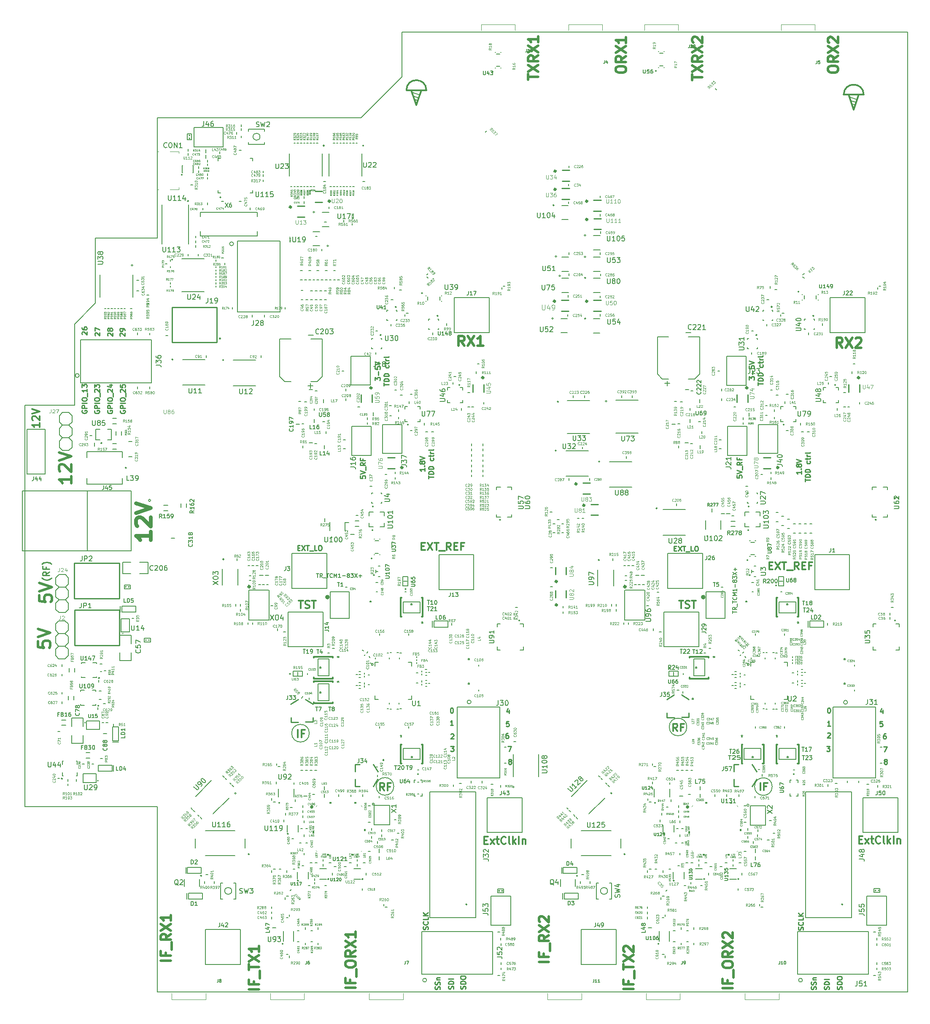
<source format=gto>
G04 #@! TF.FileFunction,Legend,Top*
%FSLAX46Y46*%
G04 Gerber Fmt 4.6, Leading zero omitted, Abs format (unit mm)*
G04 Created by KiCad (PCBNEW 4.0.7-e2-6376~61~ubuntu18.04.1) date Mon May 30 11:29:29 2022*
%MOMM*%
%LPD*%
G01*
G04 APERTURE LIST*
%ADD10C,0.150000*%
%ADD11C,0.250000*%
%ADD12C,0.300000*%
%ADD13C,0.200000*%
%ADD14C,0.500000*%
%ADD15C,0.750000*%
%ADD16C,0.375000*%
%ADD17C,0.152400*%
%ADD18C,0.195580*%
%ADD19C,0.120000*%
%ADD20C,0.100000*%
%ADD21C,0.200660*%
%ADD22C,0.297180*%
%ADD23C,0.099060*%
%ADD24C,0.127000*%
%ADD25C,0.254000*%
%ADD26C,0.035000*%
%ADD27C,0.125000*%
%ADD28C,0.187500*%
%ADD29C,0.075000*%
%ADD30C,0.175000*%
%ADD31C,0.198120*%
%ADD32C,0.124460*%
%ADD33C,0.050000*%
G04 APERTURE END LIST*
D10*
D11*
X42183333Y-179692858D02*
X42121429Y-179754762D01*
X41935714Y-179878572D01*
X41811905Y-179940477D01*
X41626190Y-180002381D01*
X41316667Y-180064286D01*
X41069048Y-180064286D01*
X40759524Y-180002381D01*
X40573810Y-179940477D01*
X40450000Y-179878572D01*
X40264286Y-179754762D01*
X40202381Y-179692858D01*
X41688095Y-178454762D02*
X41069048Y-178888095D01*
X41688095Y-179197619D02*
X40388095Y-179197619D01*
X40388095Y-178702381D01*
X40450000Y-178578572D01*
X40511905Y-178516667D01*
X40635714Y-178454762D01*
X40821429Y-178454762D01*
X40945238Y-178516667D01*
X41007143Y-178578572D01*
X41069048Y-178702381D01*
X41069048Y-179197619D01*
X41007143Y-177464286D02*
X41007143Y-177897619D01*
X41688095Y-177897619D02*
X40388095Y-177897619D01*
X40388095Y-177278572D01*
X42183333Y-176907143D02*
X42121429Y-176845238D01*
X41935714Y-176721428D01*
X41811905Y-176659524D01*
X41626190Y-176597619D01*
X41316667Y-176535714D01*
X41069048Y-176535714D01*
X40759524Y-176597619D01*
X40573810Y-176659524D01*
X40450000Y-176721428D01*
X40264286Y-176845238D01*
X40202381Y-176907143D01*
D12*
X204257143Y-232192857D02*
X204757143Y-232192857D01*
X204971429Y-232978571D02*
X204257143Y-232978571D01*
X204257143Y-231478571D01*
X204971429Y-231478571D01*
X205471429Y-232978571D02*
X206257143Y-231978571D01*
X205471429Y-231978571D02*
X206257143Y-232978571D01*
X206614286Y-231978571D02*
X207185715Y-231978571D01*
X206828572Y-231478571D02*
X206828572Y-232764286D01*
X206900000Y-232907143D01*
X207042858Y-232978571D01*
X207185715Y-232978571D01*
X208542858Y-232835714D02*
X208471429Y-232907143D01*
X208257143Y-232978571D01*
X208114286Y-232978571D01*
X207900001Y-232907143D01*
X207757143Y-232764286D01*
X207685715Y-232621429D01*
X207614286Y-232335714D01*
X207614286Y-232121429D01*
X207685715Y-231835714D01*
X207757143Y-231692857D01*
X207900001Y-231550000D01*
X208114286Y-231478571D01*
X208257143Y-231478571D01*
X208471429Y-231550000D01*
X208542858Y-231621429D01*
X209400001Y-232978571D02*
X209257143Y-232907143D01*
X209185715Y-232764286D01*
X209185715Y-231478571D01*
X209971429Y-232978571D02*
X209971429Y-231478571D01*
X210114286Y-232407143D02*
X210542857Y-232978571D01*
X210542857Y-231978571D02*
X209971429Y-232550000D01*
X211185715Y-232978571D02*
X211185715Y-231478571D01*
X211900001Y-231978571D02*
X211900001Y-232978571D01*
X211900001Y-232121429D02*
X211971429Y-232050000D01*
X212114287Y-231978571D01*
X212328572Y-231978571D01*
X212471429Y-232050000D01*
X212542858Y-232192857D01*
X212542858Y-232978571D01*
X129057143Y-232292857D02*
X129557143Y-232292857D01*
X129771429Y-233078571D02*
X129057143Y-233078571D01*
X129057143Y-231578571D01*
X129771429Y-231578571D01*
X130271429Y-233078571D02*
X131057143Y-232078571D01*
X130271429Y-232078571D02*
X131057143Y-233078571D01*
X131414286Y-232078571D02*
X131985715Y-232078571D01*
X131628572Y-231578571D02*
X131628572Y-232864286D01*
X131700000Y-233007143D01*
X131842858Y-233078571D01*
X131985715Y-233078571D01*
X133342858Y-232935714D02*
X133271429Y-233007143D01*
X133057143Y-233078571D01*
X132914286Y-233078571D01*
X132700001Y-233007143D01*
X132557143Y-232864286D01*
X132485715Y-232721429D01*
X132414286Y-232435714D01*
X132414286Y-232221429D01*
X132485715Y-231935714D01*
X132557143Y-231792857D01*
X132700001Y-231650000D01*
X132914286Y-231578571D01*
X133057143Y-231578571D01*
X133271429Y-231650000D01*
X133342858Y-231721429D01*
X134200001Y-233078571D02*
X134057143Y-233007143D01*
X133985715Y-232864286D01*
X133985715Y-231578571D01*
X134771429Y-233078571D02*
X134771429Y-231578571D01*
X134914286Y-232507143D02*
X135342857Y-233078571D01*
X135342857Y-232078571D02*
X134771429Y-232650000D01*
X135985715Y-233078571D02*
X135985715Y-231578571D01*
X136700001Y-232078571D02*
X136700001Y-233078571D01*
X136700001Y-232221429D02*
X136771429Y-232150000D01*
X136914287Y-232078571D01*
X137128572Y-232078571D01*
X137271429Y-232150000D01*
X137342858Y-232292857D01*
X137342858Y-233078571D01*
D11*
X193004762Y-250290476D02*
X193052381Y-250147619D01*
X193052381Y-249909523D01*
X193004762Y-249814285D01*
X192957143Y-249766666D01*
X192861905Y-249719047D01*
X192766667Y-249719047D01*
X192671429Y-249766666D01*
X192623810Y-249814285D01*
X192576190Y-249909523D01*
X192528571Y-250100000D01*
X192480952Y-250195238D01*
X192433333Y-250242857D01*
X192338095Y-250290476D01*
X192242857Y-250290476D01*
X192147619Y-250242857D01*
X192100000Y-250195238D01*
X192052381Y-250100000D01*
X192052381Y-249861904D01*
X192100000Y-249719047D01*
X192957143Y-248719047D02*
X193004762Y-248766666D01*
X193052381Y-248909523D01*
X193052381Y-249004761D01*
X193004762Y-249147619D01*
X192909524Y-249242857D01*
X192814286Y-249290476D01*
X192623810Y-249338095D01*
X192480952Y-249338095D01*
X192290476Y-249290476D01*
X192195238Y-249242857D01*
X192100000Y-249147619D01*
X192052381Y-249004761D01*
X192052381Y-248909523D01*
X192100000Y-248766666D01*
X192147619Y-248719047D01*
X193052381Y-247814285D02*
X193052381Y-248290476D01*
X192052381Y-248290476D01*
X193052381Y-247480952D02*
X192052381Y-247480952D01*
X193052381Y-246909523D02*
X192480952Y-247338095D01*
X192052381Y-246909523D02*
X192623810Y-247480952D01*
X200804762Y-262209524D02*
X200852381Y-262066667D01*
X200852381Y-261828571D01*
X200804762Y-261733333D01*
X200757143Y-261685714D01*
X200661905Y-261638095D01*
X200566667Y-261638095D01*
X200471429Y-261685714D01*
X200423810Y-261733333D01*
X200376190Y-261828571D01*
X200328571Y-262019048D01*
X200280952Y-262114286D01*
X200233333Y-262161905D01*
X200138095Y-262209524D01*
X200042857Y-262209524D01*
X199947619Y-262161905D01*
X199900000Y-262114286D01*
X199852381Y-262019048D01*
X199852381Y-261780952D01*
X199900000Y-261638095D01*
X200852381Y-261209524D02*
X199852381Y-261209524D01*
X199852381Y-260971429D01*
X199900000Y-260828571D01*
X199995238Y-260733333D01*
X200090476Y-260685714D01*
X200280952Y-260638095D01*
X200423810Y-260638095D01*
X200614286Y-260685714D01*
X200709524Y-260733333D01*
X200804762Y-260828571D01*
X200852381Y-260971429D01*
X200852381Y-261209524D01*
X199852381Y-260019048D02*
X199852381Y-259828571D01*
X199900000Y-259733333D01*
X199995238Y-259638095D01*
X200185714Y-259590476D01*
X200519048Y-259590476D01*
X200709524Y-259638095D01*
X200804762Y-259733333D01*
X200852381Y-259828571D01*
X200852381Y-260019048D01*
X200804762Y-260114286D01*
X200709524Y-260209524D01*
X200519048Y-260257143D01*
X200185714Y-260257143D01*
X199995238Y-260209524D01*
X199900000Y-260114286D01*
X199852381Y-260019048D01*
X198204762Y-262223809D02*
X198252381Y-262080952D01*
X198252381Y-261842856D01*
X198204762Y-261747618D01*
X198157143Y-261699999D01*
X198061905Y-261652380D01*
X197966667Y-261652380D01*
X197871429Y-261699999D01*
X197823810Y-261747618D01*
X197776190Y-261842856D01*
X197728571Y-262033333D01*
X197680952Y-262128571D01*
X197633333Y-262176190D01*
X197538095Y-262223809D01*
X197442857Y-262223809D01*
X197347619Y-262176190D01*
X197300000Y-262128571D01*
X197252381Y-262033333D01*
X197252381Y-261795237D01*
X197300000Y-261652380D01*
X198252381Y-261223809D02*
X197252381Y-261223809D01*
X197252381Y-260985714D01*
X197300000Y-260842856D01*
X197395238Y-260747618D01*
X197490476Y-260699999D01*
X197680952Y-260652380D01*
X197823810Y-260652380D01*
X198014286Y-260699999D01*
X198109524Y-260747618D01*
X198204762Y-260842856D01*
X198252381Y-260985714D01*
X198252381Y-261223809D01*
X198252381Y-260223809D02*
X197252381Y-260223809D01*
X195604762Y-262214286D02*
X195652381Y-262071429D01*
X195652381Y-261833333D01*
X195604762Y-261738095D01*
X195557143Y-261690476D01*
X195461905Y-261642857D01*
X195366667Y-261642857D01*
X195271429Y-261690476D01*
X195223810Y-261738095D01*
X195176190Y-261833333D01*
X195128571Y-262023810D01*
X195080952Y-262119048D01*
X195033333Y-262166667D01*
X194938095Y-262214286D01*
X194842857Y-262214286D01*
X194747619Y-262166667D01*
X194700000Y-262119048D01*
X194652381Y-262023810D01*
X194652381Y-261785714D01*
X194700000Y-261642857D01*
X195604762Y-261261905D02*
X195652381Y-261119048D01*
X195652381Y-260880952D01*
X195604762Y-260785714D01*
X195557143Y-260738095D01*
X195461905Y-260690476D01*
X195366667Y-260690476D01*
X195271429Y-260738095D01*
X195223810Y-260785714D01*
X195176190Y-260880952D01*
X195128571Y-261071429D01*
X195080952Y-261166667D01*
X195033333Y-261214286D01*
X194938095Y-261261905D01*
X194842857Y-261261905D01*
X194747619Y-261214286D01*
X194700000Y-261166667D01*
X194652381Y-261071429D01*
X194652381Y-260833333D01*
X194700000Y-260690476D01*
X194985714Y-260261905D02*
X195652381Y-260261905D01*
X195080952Y-260261905D02*
X195033333Y-260214286D01*
X194985714Y-260119048D01*
X194985714Y-259976190D01*
X195033333Y-259880952D01*
X195128571Y-259833333D01*
X195652381Y-259833333D01*
X117704762Y-250190476D02*
X117752381Y-250047619D01*
X117752381Y-249809523D01*
X117704762Y-249714285D01*
X117657143Y-249666666D01*
X117561905Y-249619047D01*
X117466667Y-249619047D01*
X117371429Y-249666666D01*
X117323810Y-249714285D01*
X117276190Y-249809523D01*
X117228571Y-250000000D01*
X117180952Y-250095238D01*
X117133333Y-250142857D01*
X117038095Y-250190476D01*
X116942857Y-250190476D01*
X116847619Y-250142857D01*
X116800000Y-250095238D01*
X116752381Y-250000000D01*
X116752381Y-249761904D01*
X116800000Y-249619047D01*
X117657143Y-248619047D02*
X117704762Y-248666666D01*
X117752381Y-248809523D01*
X117752381Y-248904761D01*
X117704762Y-249047619D01*
X117609524Y-249142857D01*
X117514286Y-249190476D01*
X117323810Y-249238095D01*
X117180952Y-249238095D01*
X116990476Y-249190476D01*
X116895238Y-249142857D01*
X116800000Y-249047619D01*
X116752381Y-248904761D01*
X116752381Y-248809523D01*
X116800000Y-248666666D01*
X116847619Y-248619047D01*
X117752381Y-247714285D02*
X117752381Y-248190476D01*
X116752381Y-248190476D01*
X117752381Y-247380952D02*
X116752381Y-247380952D01*
X117752381Y-246809523D02*
X117180952Y-247238095D01*
X116752381Y-246809523D02*
X117323810Y-247380952D01*
X125204762Y-262109524D02*
X125252381Y-261966667D01*
X125252381Y-261728571D01*
X125204762Y-261633333D01*
X125157143Y-261585714D01*
X125061905Y-261538095D01*
X124966667Y-261538095D01*
X124871429Y-261585714D01*
X124823810Y-261633333D01*
X124776190Y-261728571D01*
X124728571Y-261919048D01*
X124680952Y-262014286D01*
X124633333Y-262061905D01*
X124538095Y-262109524D01*
X124442857Y-262109524D01*
X124347619Y-262061905D01*
X124300000Y-262014286D01*
X124252381Y-261919048D01*
X124252381Y-261680952D01*
X124300000Y-261538095D01*
X125252381Y-261109524D02*
X124252381Y-261109524D01*
X124252381Y-260871429D01*
X124300000Y-260728571D01*
X124395238Y-260633333D01*
X124490476Y-260585714D01*
X124680952Y-260538095D01*
X124823810Y-260538095D01*
X125014286Y-260585714D01*
X125109524Y-260633333D01*
X125204762Y-260728571D01*
X125252381Y-260871429D01*
X125252381Y-261109524D01*
X124252381Y-259919048D02*
X124252381Y-259728571D01*
X124300000Y-259633333D01*
X124395238Y-259538095D01*
X124585714Y-259490476D01*
X124919048Y-259490476D01*
X125109524Y-259538095D01*
X125204762Y-259633333D01*
X125252381Y-259728571D01*
X125252381Y-259919048D01*
X125204762Y-260014286D01*
X125109524Y-260109524D01*
X124919048Y-260157143D01*
X124585714Y-260157143D01*
X124395238Y-260109524D01*
X124300000Y-260014286D01*
X124252381Y-259919048D01*
X122804762Y-262123809D02*
X122852381Y-261980952D01*
X122852381Y-261742856D01*
X122804762Y-261647618D01*
X122757143Y-261599999D01*
X122661905Y-261552380D01*
X122566667Y-261552380D01*
X122471429Y-261599999D01*
X122423810Y-261647618D01*
X122376190Y-261742856D01*
X122328571Y-261933333D01*
X122280952Y-262028571D01*
X122233333Y-262076190D01*
X122138095Y-262123809D01*
X122042857Y-262123809D01*
X121947619Y-262076190D01*
X121900000Y-262028571D01*
X121852381Y-261933333D01*
X121852381Y-261695237D01*
X121900000Y-261552380D01*
X122852381Y-261123809D02*
X121852381Y-261123809D01*
X121852381Y-260885714D01*
X121900000Y-260742856D01*
X121995238Y-260647618D01*
X122090476Y-260599999D01*
X122280952Y-260552380D01*
X122423810Y-260552380D01*
X122614286Y-260599999D01*
X122709524Y-260647618D01*
X122804762Y-260742856D01*
X122852381Y-260885714D01*
X122852381Y-261123809D01*
X122852381Y-260123809D02*
X121852381Y-260123809D01*
X120104762Y-262214286D02*
X120152381Y-262071429D01*
X120152381Y-261833333D01*
X120104762Y-261738095D01*
X120057143Y-261690476D01*
X119961905Y-261642857D01*
X119866667Y-261642857D01*
X119771429Y-261690476D01*
X119723810Y-261738095D01*
X119676190Y-261833333D01*
X119628571Y-262023810D01*
X119580952Y-262119048D01*
X119533333Y-262166667D01*
X119438095Y-262214286D01*
X119342857Y-262214286D01*
X119247619Y-262166667D01*
X119200000Y-262119048D01*
X119152381Y-262023810D01*
X119152381Y-261785714D01*
X119200000Y-261642857D01*
X120104762Y-261261905D02*
X120152381Y-261119048D01*
X120152381Y-260880952D01*
X120104762Y-260785714D01*
X120057143Y-260738095D01*
X119961905Y-260690476D01*
X119866667Y-260690476D01*
X119771429Y-260738095D01*
X119723810Y-260785714D01*
X119676190Y-260880952D01*
X119628571Y-261071429D01*
X119580952Y-261166667D01*
X119533333Y-261214286D01*
X119438095Y-261261905D01*
X119342857Y-261261905D01*
X119247619Y-261214286D01*
X119200000Y-261166667D01*
X119152381Y-261071429D01*
X119152381Y-260833333D01*
X119200000Y-260690476D01*
X119485714Y-260261905D02*
X120152381Y-260261905D01*
X119580952Y-260261905D02*
X119533333Y-260214286D01*
X119485714Y-260119048D01*
X119485714Y-259976190D01*
X119533333Y-259880952D01*
X119628571Y-259833333D01*
X120152381Y-259833333D01*
X209504762Y-216480952D02*
X209409524Y-216433333D01*
X209361905Y-216385714D01*
X209314286Y-216290476D01*
X209314286Y-216242857D01*
X209361905Y-216147619D01*
X209409524Y-216100000D01*
X209504762Y-216052381D01*
X209695239Y-216052381D01*
X209790477Y-216100000D01*
X209838096Y-216147619D01*
X209885715Y-216242857D01*
X209885715Y-216290476D01*
X209838096Y-216385714D01*
X209790477Y-216433333D01*
X209695239Y-216480952D01*
X209504762Y-216480952D01*
X209409524Y-216528571D01*
X209361905Y-216576190D01*
X209314286Y-216671429D01*
X209314286Y-216861905D01*
X209361905Y-216957143D01*
X209409524Y-217004762D01*
X209504762Y-217052381D01*
X209695239Y-217052381D01*
X209790477Y-217004762D01*
X209838096Y-216957143D01*
X209885715Y-216861905D01*
X209885715Y-216671429D01*
X209838096Y-216576190D01*
X209790477Y-216528571D01*
X209695239Y-216480952D01*
X209166667Y-213552381D02*
X209833334Y-213552381D01*
X209404762Y-214552381D01*
X209590477Y-210952381D02*
X209400000Y-210952381D01*
X209304762Y-211000000D01*
X209257143Y-211047619D01*
X209161905Y-211190476D01*
X209114286Y-211380952D01*
X209114286Y-211761905D01*
X209161905Y-211857143D01*
X209209524Y-211904762D01*
X209304762Y-211952381D01*
X209495239Y-211952381D01*
X209590477Y-211904762D01*
X209638096Y-211857143D01*
X209685715Y-211761905D01*
X209685715Y-211523810D01*
X209638096Y-211428571D01*
X209590477Y-211380952D01*
X209495239Y-211333333D01*
X209304762Y-211333333D01*
X209209524Y-211380952D01*
X209161905Y-211428571D01*
X209114286Y-211523810D01*
X208938096Y-208452381D02*
X208461905Y-208452381D01*
X208414286Y-208928571D01*
X208461905Y-208880952D01*
X208557143Y-208833333D01*
X208795239Y-208833333D01*
X208890477Y-208880952D01*
X208938096Y-208928571D01*
X208985715Y-209023810D01*
X208985715Y-209261905D01*
X208938096Y-209357143D01*
X208890477Y-209404762D01*
X208795239Y-209452381D01*
X208557143Y-209452381D01*
X208461905Y-209404762D01*
X208414286Y-209357143D01*
X208990477Y-206185714D02*
X208990477Y-206852381D01*
X208752381Y-205804762D02*
X208514286Y-206519048D01*
X209133334Y-206519048D01*
X197766667Y-213452381D02*
X198385715Y-213452381D01*
X198052381Y-213833333D01*
X198195239Y-213833333D01*
X198290477Y-213880952D01*
X198338096Y-213928571D01*
X198385715Y-214023810D01*
X198385715Y-214261905D01*
X198338096Y-214357143D01*
X198290477Y-214404762D01*
X198195239Y-214452381D01*
X197909524Y-214452381D01*
X197814286Y-214404762D01*
X197766667Y-214357143D01*
X197914286Y-210847619D02*
X197961905Y-210800000D01*
X198057143Y-210752381D01*
X198295239Y-210752381D01*
X198390477Y-210800000D01*
X198438096Y-210847619D01*
X198485715Y-210942857D01*
X198485715Y-211038095D01*
X198438096Y-211180952D01*
X197866667Y-211752381D01*
X198485715Y-211752381D01*
X198485715Y-209352381D02*
X197914286Y-209352381D01*
X198200000Y-209352381D02*
X198200000Y-208352381D01*
X198104762Y-208495238D01*
X198009524Y-208590476D01*
X197914286Y-208638095D01*
X198152381Y-205752381D02*
X198247620Y-205752381D01*
X198342858Y-205800000D01*
X198390477Y-205847619D01*
X198438096Y-205942857D01*
X198485715Y-206133333D01*
X198485715Y-206371429D01*
X198438096Y-206561905D01*
X198390477Y-206657143D01*
X198342858Y-206704762D01*
X198247620Y-206752381D01*
X198152381Y-206752381D01*
X198057143Y-206704762D01*
X198009524Y-206657143D01*
X197961905Y-206561905D01*
X197914286Y-206371429D01*
X197914286Y-206133333D01*
X197961905Y-205942857D01*
X198009524Y-205847619D01*
X198057143Y-205800000D01*
X198152381Y-205752381D01*
X134104762Y-216480952D02*
X134009524Y-216433333D01*
X133961905Y-216385714D01*
X133914286Y-216290476D01*
X133914286Y-216242857D01*
X133961905Y-216147619D01*
X134009524Y-216100000D01*
X134104762Y-216052381D01*
X134295239Y-216052381D01*
X134390477Y-216100000D01*
X134438096Y-216147619D01*
X134485715Y-216242857D01*
X134485715Y-216290476D01*
X134438096Y-216385714D01*
X134390477Y-216433333D01*
X134295239Y-216480952D01*
X134104762Y-216480952D01*
X134009524Y-216528571D01*
X133961905Y-216576190D01*
X133914286Y-216671429D01*
X133914286Y-216861905D01*
X133961905Y-216957143D01*
X134009524Y-217004762D01*
X134104762Y-217052381D01*
X134295239Y-217052381D01*
X134390477Y-217004762D01*
X134438096Y-216957143D01*
X134485715Y-216861905D01*
X134485715Y-216671429D01*
X134438096Y-216576190D01*
X134390477Y-216528571D01*
X134295239Y-216480952D01*
X133766667Y-213452381D02*
X134433334Y-213452381D01*
X134004762Y-214452381D01*
X133790477Y-210852381D02*
X133600000Y-210852381D01*
X133504762Y-210900000D01*
X133457143Y-210947619D01*
X133361905Y-211090476D01*
X133314286Y-211280952D01*
X133314286Y-211661905D01*
X133361905Y-211757143D01*
X133409524Y-211804762D01*
X133504762Y-211852381D01*
X133695239Y-211852381D01*
X133790477Y-211804762D01*
X133838096Y-211757143D01*
X133885715Y-211661905D01*
X133885715Y-211423810D01*
X133838096Y-211328571D01*
X133790477Y-211280952D01*
X133695239Y-211233333D01*
X133504762Y-211233333D01*
X133409524Y-211280952D01*
X133361905Y-211328571D01*
X133314286Y-211423810D01*
X133938096Y-208452381D02*
X133461905Y-208452381D01*
X133414286Y-208928571D01*
X133461905Y-208880952D01*
X133557143Y-208833333D01*
X133795239Y-208833333D01*
X133890477Y-208880952D01*
X133938096Y-208928571D01*
X133985715Y-209023810D01*
X133985715Y-209261905D01*
X133938096Y-209357143D01*
X133890477Y-209404762D01*
X133795239Y-209452381D01*
X133557143Y-209452381D01*
X133461905Y-209404762D01*
X133414286Y-209357143D01*
X133990477Y-206185714D02*
X133990477Y-206852381D01*
X133752381Y-205804762D02*
X133514286Y-206519048D01*
X134133334Y-206519048D01*
X122266667Y-213452381D02*
X122885715Y-213452381D01*
X122552381Y-213833333D01*
X122695239Y-213833333D01*
X122790477Y-213880952D01*
X122838096Y-213928571D01*
X122885715Y-214023810D01*
X122885715Y-214261905D01*
X122838096Y-214357143D01*
X122790477Y-214404762D01*
X122695239Y-214452381D01*
X122409524Y-214452381D01*
X122314286Y-214404762D01*
X122266667Y-214357143D01*
X122314286Y-211047619D02*
X122361905Y-211000000D01*
X122457143Y-210952381D01*
X122695239Y-210952381D01*
X122790477Y-211000000D01*
X122838096Y-211047619D01*
X122885715Y-211142857D01*
X122885715Y-211238095D01*
X122838096Y-211380952D01*
X122266667Y-211952381D01*
X122885715Y-211952381D01*
X122785715Y-209252381D02*
X122214286Y-209252381D01*
X122500000Y-209252381D02*
X122500000Y-208252381D01*
X122404762Y-208395238D01*
X122309524Y-208490476D01*
X122214286Y-208538095D01*
X122452381Y-205752381D02*
X122547620Y-205752381D01*
X122642858Y-205800000D01*
X122690477Y-205847619D01*
X122738096Y-205942857D01*
X122785715Y-206133333D01*
X122785715Y-206371429D01*
X122738096Y-206561905D01*
X122690477Y-206657143D01*
X122642858Y-206704762D01*
X122547620Y-206752381D01*
X122452381Y-206752381D01*
X122357143Y-206704762D01*
X122309524Y-206657143D01*
X122261905Y-206561905D01*
X122214286Y-206371429D01*
X122214286Y-206133333D01*
X122261905Y-205942857D01*
X122309524Y-205847619D01*
X122357143Y-205800000D01*
X122452381Y-205752381D01*
X55947619Y-131141905D02*
X55900000Y-131094286D01*
X55852381Y-130999048D01*
X55852381Y-130760952D01*
X55900000Y-130665714D01*
X55947619Y-130618095D01*
X56042857Y-130570476D01*
X56138095Y-130570476D01*
X56280952Y-130618095D01*
X56852381Y-131189524D01*
X56852381Y-130570476D01*
X56852381Y-130094286D02*
X56852381Y-129903810D01*
X56804762Y-129808571D01*
X56757143Y-129760952D01*
X56614286Y-129665714D01*
X56423810Y-129618095D01*
X56042857Y-129618095D01*
X55947619Y-129665714D01*
X55900000Y-129713333D01*
X55852381Y-129808571D01*
X55852381Y-129999048D01*
X55900000Y-130094286D01*
X55947619Y-130141905D01*
X56042857Y-130189524D01*
X56280952Y-130189524D01*
X56376190Y-130141905D01*
X56423810Y-130094286D01*
X56471429Y-129999048D01*
X56471429Y-129808571D01*
X56423810Y-129713333D01*
X56376190Y-129665714D01*
X56280952Y-129618095D01*
X53497619Y-131111905D02*
X53450000Y-131064286D01*
X53402381Y-130969048D01*
X53402381Y-130730952D01*
X53450000Y-130635714D01*
X53497619Y-130588095D01*
X53592857Y-130540476D01*
X53688095Y-130540476D01*
X53830952Y-130588095D01*
X54402381Y-131159524D01*
X54402381Y-130540476D01*
X53830952Y-129969048D02*
X53783333Y-130064286D01*
X53735714Y-130111905D01*
X53640476Y-130159524D01*
X53592857Y-130159524D01*
X53497619Y-130111905D01*
X53450000Y-130064286D01*
X53402381Y-129969048D01*
X53402381Y-129778571D01*
X53450000Y-129683333D01*
X53497619Y-129635714D01*
X53592857Y-129588095D01*
X53640476Y-129588095D01*
X53735714Y-129635714D01*
X53783333Y-129683333D01*
X53830952Y-129778571D01*
X53830952Y-129969048D01*
X53878571Y-130064286D01*
X53926190Y-130111905D01*
X54021429Y-130159524D01*
X54211905Y-130159524D01*
X54307143Y-130111905D01*
X54354762Y-130064286D01*
X54402381Y-129969048D01*
X54402381Y-129778571D01*
X54354762Y-129683333D01*
X54307143Y-129635714D01*
X54211905Y-129588095D01*
X54021429Y-129588095D01*
X53926190Y-129635714D01*
X53878571Y-129683333D01*
X53830952Y-129778571D01*
X50937619Y-131061905D02*
X50890000Y-131014286D01*
X50842381Y-130919048D01*
X50842381Y-130680952D01*
X50890000Y-130585714D01*
X50937619Y-130538095D01*
X51032857Y-130490476D01*
X51128095Y-130490476D01*
X51270952Y-130538095D01*
X51842381Y-131109524D01*
X51842381Y-130490476D01*
X50842381Y-130157143D02*
X50842381Y-129490476D01*
X51842381Y-129919048D01*
X48357619Y-130851905D02*
X48310000Y-130804286D01*
X48262381Y-130709048D01*
X48262381Y-130470952D01*
X48310000Y-130375714D01*
X48357619Y-130328095D01*
X48452857Y-130280476D01*
X48548095Y-130280476D01*
X48690952Y-130328095D01*
X49262381Y-130899524D01*
X49262381Y-130280476D01*
X48262381Y-129423333D02*
X48262381Y-129613810D01*
X48310000Y-129709048D01*
X48357619Y-129756667D01*
X48500476Y-129851905D01*
X48690952Y-129899524D01*
X49071905Y-129899524D01*
X49167143Y-129851905D01*
X49214762Y-129804286D01*
X49262381Y-129709048D01*
X49262381Y-129518571D01*
X49214762Y-129423333D01*
X49167143Y-129375714D01*
X49071905Y-129328095D01*
X48833810Y-129328095D01*
X48738571Y-129375714D01*
X48690952Y-129423333D01*
X48643333Y-129518571D01*
X48643333Y-129709048D01*
X48690952Y-129804286D01*
X48738571Y-129851905D01*
X48833810Y-129899524D01*
X55990000Y-146113333D02*
X55942381Y-146208571D01*
X55942381Y-146351428D01*
X55990000Y-146494286D01*
X56085238Y-146589524D01*
X56180476Y-146637143D01*
X56370952Y-146684762D01*
X56513810Y-146684762D01*
X56704286Y-146637143D01*
X56799524Y-146589524D01*
X56894762Y-146494286D01*
X56942381Y-146351428D01*
X56942381Y-146256190D01*
X56894762Y-146113333D01*
X56847143Y-146065714D01*
X56513810Y-146065714D01*
X56513810Y-146256190D01*
X56942381Y-145637143D02*
X55942381Y-145637143D01*
X55942381Y-145256190D01*
X55990000Y-145160952D01*
X56037619Y-145113333D01*
X56132857Y-145065714D01*
X56275714Y-145065714D01*
X56370952Y-145113333D01*
X56418571Y-145160952D01*
X56466190Y-145256190D01*
X56466190Y-145637143D01*
X56942381Y-144637143D02*
X55942381Y-144637143D01*
X55942381Y-143970477D02*
X55942381Y-143780000D01*
X55990000Y-143684762D01*
X56085238Y-143589524D01*
X56275714Y-143541905D01*
X56609048Y-143541905D01*
X56799524Y-143589524D01*
X56894762Y-143684762D01*
X56942381Y-143780000D01*
X56942381Y-143970477D01*
X56894762Y-144065715D01*
X56799524Y-144160953D01*
X56609048Y-144208572D01*
X56275714Y-144208572D01*
X56085238Y-144160953D01*
X55990000Y-144065715D01*
X55942381Y-143970477D01*
X57037619Y-143351429D02*
X57037619Y-142589524D01*
X56037619Y-142399048D02*
X55990000Y-142351429D01*
X55942381Y-142256191D01*
X55942381Y-142018095D01*
X55990000Y-141922857D01*
X56037619Y-141875238D01*
X56132857Y-141827619D01*
X56228095Y-141827619D01*
X56370952Y-141875238D01*
X56942381Y-142446667D01*
X56942381Y-141827619D01*
X55942381Y-140922857D02*
X55942381Y-141399048D01*
X56418571Y-141446667D01*
X56370952Y-141399048D01*
X56323333Y-141303810D01*
X56323333Y-141065714D01*
X56370952Y-140970476D01*
X56418571Y-140922857D01*
X56513810Y-140875238D01*
X56751905Y-140875238D01*
X56847143Y-140922857D01*
X56894762Y-140970476D01*
X56942381Y-141065714D01*
X56942381Y-141303810D01*
X56894762Y-141399048D01*
X56847143Y-141446667D01*
X53430000Y-146093333D02*
X53382381Y-146188571D01*
X53382381Y-146331428D01*
X53430000Y-146474286D01*
X53525238Y-146569524D01*
X53620476Y-146617143D01*
X53810952Y-146664762D01*
X53953810Y-146664762D01*
X54144286Y-146617143D01*
X54239524Y-146569524D01*
X54334762Y-146474286D01*
X54382381Y-146331428D01*
X54382381Y-146236190D01*
X54334762Y-146093333D01*
X54287143Y-146045714D01*
X53953810Y-146045714D01*
X53953810Y-146236190D01*
X54382381Y-145617143D02*
X53382381Y-145617143D01*
X53382381Y-145236190D01*
X53430000Y-145140952D01*
X53477619Y-145093333D01*
X53572857Y-145045714D01*
X53715714Y-145045714D01*
X53810952Y-145093333D01*
X53858571Y-145140952D01*
X53906190Y-145236190D01*
X53906190Y-145617143D01*
X54382381Y-144617143D02*
X53382381Y-144617143D01*
X53382381Y-143950477D02*
X53382381Y-143760000D01*
X53430000Y-143664762D01*
X53525238Y-143569524D01*
X53715714Y-143521905D01*
X54049048Y-143521905D01*
X54239524Y-143569524D01*
X54334762Y-143664762D01*
X54382381Y-143760000D01*
X54382381Y-143950477D01*
X54334762Y-144045715D01*
X54239524Y-144140953D01*
X54049048Y-144188572D01*
X53715714Y-144188572D01*
X53525238Y-144140953D01*
X53430000Y-144045715D01*
X53382381Y-143950477D01*
X54477619Y-143331429D02*
X54477619Y-142569524D01*
X53477619Y-142379048D02*
X53430000Y-142331429D01*
X53382381Y-142236191D01*
X53382381Y-141998095D01*
X53430000Y-141902857D01*
X53477619Y-141855238D01*
X53572857Y-141807619D01*
X53668095Y-141807619D01*
X53810952Y-141855238D01*
X54382381Y-142426667D01*
X54382381Y-141807619D01*
X53715714Y-140950476D02*
X54382381Y-140950476D01*
X53334762Y-141188572D02*
X54049048Y-141426667D01*
X54049048Y-140807619D01*
X50810000Y-146103333D02*
X50762381Y-146198571D01*
X50762381Y-146341428D01*
X50810000Y-146484286D01*
X50905238Y-146579524D01*
X51000476Y-146627143D01*
X51190952Y-146674762D01*
X51333810Y-146674762D01*
X51524286Y-146627143D01*
X51619524Y-146579524D01*
X51714762Y-146484286D01*
X51762381Y-146341428D01*
X51762381Y-146246190D01*
X51714762Y-146103333D01*
X51667143Y-146055714D01*
X51333810Y-146055714D01*
X51333810Y-146246190D01*
X51762381Y-145627143D02*
X50762381Y-145627143D01*
X50762381Y-145246190D01*
X50810000Y-145150952D01*
X50857619Y-145103333D01*
X50952857Y-145055714D01*
X51095714Y-145055714D01*
X51190952Y-145103333D01*
X51238571Y-145150952D01*
X51286190Y-145246190D01*
X51286190Y-145627143D01*
X51762381Y-144627143D02*
X50762381Y-144627143D01*
X50762381Y-143960477D02*
X50762381Y-143770000D01*
X50810000Y-143674762D01*
X50905238Y-143579524D01*
X51095714Y-143531905D01*
X51429048Y-143531905D01*
X51619524Y-143579524D01*
X51714762Y-143674762D01*
X51762381Y-143770000D01*
X51762381Y-143960477D01*
X51714762Y-144055715D01*
X51619524Y-144150953D01*
X51429048Y-144198572D01*
X51095714Y-144198572D01*
X50905238Y-144150953D01*
X50810000Y-144055715D01*
X50762381Y-143960477D01*
X51857619Y-143341429D02*
X51857619Y-142579524D01*
X50857619Y-142389048D02*
X50810000Y-142341429D01*
X50762381Y-142246191D01*
X50762381Y-142008095D01*
X50810000Y-141912857D01*
X50857619Y-141865238D01*
X50952857Y-141817619D01*
X51048095Y-141817619D01*
X51190952Y-141865238D01*
X51762381Y-142436667D01*
X51762381Y-141817619D01*
X50762381Y-141484286D02*
X50762381Y-140865238D01*
X51143333Y-141198572D01*
X51143333Y-141055714D01*
X51190952Y-140960476D01*
X51238571Y-140912857D01*
X51333810Y-140865238D01*
X51571905Y-140865238D01*
X51667143Y-140912857D01*
X51714762Y-140960476D01*
X51762381Y-141055714D01*
X51762381Y-141341429D01*
X51714762Y-141436667D01*
X51667143Y-141484286D01*
X48310000Y-146073333D02*
X48262381Y-146168571D01*
X48262381Y-146311428D01*
X48310000Y-146454286D01*
X48405238Y-146549524D01*
X48500476Y-146597143D01*
X48690952Y-146644762D01*
X48833810Y-146644762D01*
X49024286Y-146597143D01*
X49119524Y-146549524D01*
X49214762Y-146454286D01*
X49262381Y-146311428D01*
X49262381Y-146216190D01*
X49214762Y-146073333D01*
X49167143Y-146025714D01*
X48833810Y-146025714D01*
X48833810Y-146216190D01*
X49262381Y-145597143D02*
X48262381Y-145597143D01*
X48262381Y-145216190D01*
X48310000Y-145120952D01*
X48357619Y-145073333D01*
X48452857Y-145025714D01*
X48595714Y-145025714D01*
X48690952Y-145073333D01*
X48738571Y-145120952D01*
X48786190Y-145216190D01*
X48786190Y-145597143D01*
X49262381Y-144597143D02*
X48262381Y-144597143D01*
X48262381Y-143930477D02*
X48262381Y-143740000D01*
X48310000Y-143644762D01*
X48405238Y-143549524D01*
X48595714Y-143501905D01*
X48929048Y-143501905D01*
X49119524Y-143549524D01*
X49214762Y-143644762D01*
X49262381Y-143740000D01*
X49262381Y-143930477D01*
X49214762Y-144025715D01*
X49119524Y-144120953D01*
X48929048Y-144168572D01*
X48595714Y-144168572D01*
X48405238Y-144120953D01*
X48310000Y-144025715D01*
X48262381Y-143930477D01*
X49357619Y-143311429D02*
X49357619Y-142549524D01*
X49262381Y-141787619D02*
X49262381Y-142359048D01*
X49262381Y-142073334D02*
X48262381Y-142073334D01*
X48405238Y-142168572D01*
X48500476Y-142263810D01*
X48548095Y-142359048D01*
X48262381Y-141454286D02*
X48262381Y-140835238D01*
X48643333Y-141168572D01*
X48643333Y-141025714D01*
X48690952Y-140930476D01*
X48738571Y-140882857D01*
X48833810Y-140835238D01*
X49071905Y-140835238D01*
X49167143Y-140882857D01*
X49214762Y-140930476D01*
X49262381Y-141025714D01*
X49262381Y-141311429D01*
X49214762Y-141406667D01*
X49167143Y-141454286D01*
D13*
X63390000Y-111490000D02*
X63390000Y-87350000D01*
X50960000Y-111490000D02*
X63390000Y-111490000D01*
X50960000Y-124590000D02*
X50960000Y-111490000D01*
X46770000Y-128780000D02*
X50960000Y-124590000D01*
X46770000Y-145000000D02*
X46770000Y-128780000D01*
X36820000Y-145000000D02*
X46770000Y-145000000D01*
X93907767Y-210830000D02*
G75*
G03X93907767Y-210830000I-1767767J0D01*
G01*
X110867767Y-221500000D02*
G75*
G03X110867767Y-221500000I-1767767J0D01*
G01*
X169697767Y-209580000D02*
G75*
G03X169697767Y-209580000I-1767767J0D01*
G01*
X186827767Y-221540000D02*
G75*
G03X186827767Y-221540000I-1767767J0D01*
G01*
D12*
X184467143Y-222278571D02*
X184467143Y-220778571D01*
X185681429Y-221492857D02*
X185181429Y-221492857D01*
X185181429Y-222278571D02*
X185181429Y-220778571D01*
X185895715Y-220778571D01*
X167821429Y-210428571D02*
X167321429Y-209714286D01*
X166964286Y-210428571D02*
X166964286Y-208928571D01*
X167535714Y-208928571D01*
X167678572Y-209000000D01*
X167750000Y-209071429D01*
X167821429Y-209214286D01*
X167821429Y-209428571D01*
X167750000Y-209571429D01*
X167678572Y-209642857D01*
X167535714Y-209714286D01*
X166964286Y-209714286D01*
X168964286Y-209642857D02*
X168464286Y-209642857D01*
X168464286Y-210428571D02*
X168464286Y-208928571D01*
X169178572Y-208928571D01*
X108981429Y-222328571D02*
X108481429Y-221614286D01*
X108124286Y-222328571D02*
X108124286Y-220828571D01*
X108695714Y-220828571D01*
X108838572Y-220900000D01*
X108910000Y-220971429D01*
X108981429Y-221114286D01*
X108981429Y-221328571D01*
X108910000Y-221471429D01*
X108838572Y-221542857D01*
X108695714Y-221614286D01*
X108124286Y-221614286D01*
X110124286Y-221542857D02*
X109624286Y-221542857D01*
X109624286Y-222328571D02*
X109624286Y-220828571D01*
X110338572Y-220828571D01*
X91607143Y-211678571D02*
X91607143Y-210178571D01*
X92821429Y-210892857D02*
X92321429Y-210892857D01*
X92321429Y-211678571D02*
X92321429Y-210178571D01*
X93035715Y-210178571D01*
D11*
X117077381Y-157657142D02*
X117077381Y-158228571D01*
X117077381Y-157942857D02*
X116077381Y-157942857D01*
X116220238Y-158038095D01*
X116315476Y-158133333D01*
X116363095Y-158228571D01*
X116982143Y-157228571D02*
X117029762Y-157180952D01*
X117077381Y-157228571D01*
X117029762Y-157276190D01*
X116982143Y-157228571D01*
X117077381Y-157228571D01*
X116505952Y-156609524D02*
X116458333Y-156704762D01*
X116410714Y-156752381D01*
X116315476Y-156800000D01*
X116267857Y-156800000D01*
X116172619Y-156752381D01*
X116125000Y-156704762D01*
X116077381Y-156609524D01*
X116077381Y-156419047D01*
X116125000Y-156323809D01*
X116172619Y-156276190D01*
X116267857Y-156228571D01*
X116315476Y-156228571D01*
X116410714Y-156276190D01*
X116458333Y-156323809D01*
X116505952Y-156419047D01*
X116505952Y-156609524D01*
X116553571Y-156704762D01*
X116601190Y-156752381D01*
X116696429Y-156800000D01*
X116886905Y-156800000D01*
X116982143Y-156752381D01*
X117029762Y-156704762D01*
X117077381Y-156609524D01*
X117077381Y-156419047D01*
X117029762Y-156323809D01*
X116982143Y-156276190D01*
X116886905Y-156228571D01*
X116696429Y-156228571D01*
X116601190Y-156276190D01*
X116553571Y-156323809D01*
X116505952Y-156419047D01*
X116077381Y-155942857D02*
X117077381Y-155609524D01*
X116077381Y-155276190D01*
X117827381Y-159752382D02*
X117827381Y-159180953D01*
X118827381Y-159466668D02*
X117827381Y-159466668D01*
X118827381Y-158847620D02*
X117827381Y-158847620D01*
X117827381Y-158609525D01*
X117875000Y-158466667D01*
X117970238Y-158371429D01*
X118065476Y-158323810D01*
X118255952Y-158276191D01*
X118398810Y-158276191D01*
X118589286Y-158323810D01*
X118684524Y-158371429D01*
X118779762Y-158466667D01*
X118827381Y-158609525D01*
X118827381Y-158847620D01*
X118827381Y-157847620D02*
X117827381Y-157847620D01*
X117827381Y-157609525D01*
X117875000Y-157466667D01*
X117970238Y-157371429D01*
X118065476Y-157323810D01*
X118255952Y-157276191D01*
X118398810Y-157276191D01*
X118589286Y-157323810D01*
X118684524Y-157371429D01*
X118779762Y-157466667D01*
X118827381Y-157609525D01*
X118827381Y-157847620D01*
X118779762Y-155657143D02*
X118827381Y-155752381D01*
X118827381Y-155942858D01*
X118779762Y-156038096D01*
X118732143Y-156085715D01*
X118636905Y-156133334D01*
X118351190Y-156133334D01*
X118255952Y-156085715D01*
X118208333Y-156038096D01*
X118160714Y-155942858D01*
X118160714Y-155752381D01*
X118208333Y-155657143D01*
X118160714Y-155371429D02*
X118160714Y-154990477D01*
X117827381Y-155228572D02*
X118684524Y-155228572D01*
X118779762Y-155180953D01*
X118827381Y-155085715D01*
X118827381Y-154990477D01*
X118827381Y-154657143D02*
X118160714Y-154657143D01*
X118351190Y-154657143D02*
X118255952Y-154609524D01*
X118208333Y-154561905D01*
X118160714Y-154466667D01*
X118160714Y-154371428D01*
X118827381Y-153895238D02*
X118779762Y-153990476D01*
X118684524Y-154038095D01*
X117827381Y-154038095D01*
X192677381Y-158257142D02*
X192677381Y-158828571D01*
X192677381Y-158542857D02*
X191677381Y-158542857D01*
X191820238Y-158638095D01*
X191915476Y-158733333D01*
X191963095Y-158828571D01*
X192582143Y-157828571D02*
X192629762Y-157780952D01*
X192677381Y-157828571D01*
X192629762Y-157876190D01*
X192582143Y-157828571D01*
X192677381Y-157828571D01*
X192105952Y-157209524D02*
X192058333Y-157304762D01*
X192010714Y-157352381D01*
X191915476Y-157400000D01*
X191867857Y-157400000D01*
X191772619Y-157352381D01*
X191725000Y-157304762D01*
X191677381Y-157209524D01*
X191677381Y-157019047D01*
X191725000Y-156923809D01*
X191772619Y-156876190D01*
X191867857Y-156828571D01*
X191915476Y-156828571D01*
X192010714Y-156876190D01*
X192058333Y-156923809D01*
X192105952Y-157019047D01*
X192105952Y-157209524D01*
X192153571Y-157304762D01*
X192201190Y-157352381D01*
X192296429Y-157400000D01*
X192486905Y-157400000D01*
X192582143Y-157352381D01*
X192629762Y-157304762D01*
X192677381Y-157209524D01*
X192677381Y-157019047D01*
X192629762Y-156923809D01*
X192582143Y-156876190D01*
X192486905Y-156828571D01*
X192296429Y-156828571D01*
X192201190Y-156876190D01*
X192153571Y-156923809D01*
X192105952Y-157019047D01*
X191677381Y-156542857D02*
X192677381Y-156209524D01*
X191677381Y-155876190D01*
X193427381Y-160352382D02*
X193427381Y-159780953D01*
X194427381Y-160066668D02*
X193427381Y-160066668D01*
X194427381Y-159447620D02*
X193427381Y-159447620D01*
X193427381Y-159209525D01*
X193475000Y-159066667D01*
X193570238Y-158971429D01*
X193665476Y-158923810D01*
X193855952Y-158876191D01*
X193998810Y-158876191D01*
X194189286Y-158923810D01*
X194284524Y-158971429D01*
X194379762Y-159066667D01*
X194427381Y-159209525D01*
X194427381Y-159447620D01*
X194427381Y-158447620D02*
X193427381Y-158447620D01*
X193427381Y-158209525D01*
X193475000Y-158066667D01*
X193570238Y-157971429D01*
X193665476Y-157923810D01*
X193855952Y-157876191D01*
X193998810Y-157876191D01*
X194189286Y-157923810D01*
X194284524Y-157971429D01*
X194379762Y-158066667D01*
X194427381Y-158209525D01*
X194427381Y-158447620D01*
X194379762Y-156257143D02*
X194427381Y-156352381D01*
X194427381Y-156542858D01*
X194379762Y-156638096D01*
X194332143Y-156685715D01*
X194236905Y-156733334D01*
X193951190Y-156733334D01*
X193855952Y-156685715D01*
X193808333Y-156638096D01*
X193760714Y-156542858D01*
X193760714Y-156352381D01*
X193808333Y-156257143D01*
X193760714Y-155971429D02*
X193760714Y-155590477D01*
X193427381Y-155828572D02*
X194284524Y-155828572D01*
X194379762Y-155780953D01*
X194427381Y-155685715D01*
X194427381Y-155590477D01*
X194427381Y-155257143D02*
X193760714Y-155257143D01*
X193951190Y-155257143D02*
X193855952Y-155209524D01*
X193808333Y-155161905D01*
X193760714Y-155066667D01*
X193760714Y-154971428D01*
X194427381Y-154495238D02*
X194379762Y-154590476D01*
X194284524Y-154638095D01*
X193427381Y-154638095D01*
X182217381Y-139927143D02*
X182217381Y-139308095D01*
X182598333Y-139641429D01*
X182598333Y-139498571D01*
X182645952Y-139403333D01*
X182693571Y-139355714D01*
X182788810Y-139308095D01*
X183026905Y-139308095D01*
X183122143Y-139355714D01*
X183169762Y-139403333D01*
X183217381Y-139498571D01*
X183217381Y-139784286D01*
X183169762Y-139879524D01*
X183122143Y-139927143D01*
X182836429Y-138879524D02*
X182836429Y-138117619D01*
X182217381Y-137165238D02*
X182217381Y-137641429D01*
X182693571Y-137689048D01*
X182645952Y-137641429D01*
X182598333Y-137546191D01*
X182598333Y-137308095D01*
X182645952Y-137212857D01*
X182693571Y-137165238D01*
X182788810Y-137117619D01*
X183026905Y-137117619D01*
X183122143Y-137165238D01*
X183169762Y-137212857D01*
X183217381Y-137308095D01*
X183217381Y-137546191D01*
X183169762Y-137641429D01*
X183122143Y-137689048D01*
X182217381Y-136831905D02*
X183217381Y-136498572D01*
X182217381Y-136165238D01*
X183967381Y-141022382D02*
X183967381Y-140450953D01*
X184967381Y-140736668D02*
X183967381Y-140736668D01*
X184967381Y-140117620D02*
X183967381Y-140117620D01*
X183967381Y-139879525D01*
X184015000Y-139736667D01*
X184110238Y-139641429D01*
X184205476Y-139593810D01*
X184395952Y-139546191D01*
X184538810Y-139546191D01*
X184729286Y-139593810D01*
X184824524Y-139641429D01*
X184919762Y-139736667D01*
X184967381Y-139879525D01*
X184967381Y-140117620D01*
X184967381Y-139117620D02*
X183967381Y-139117620D01*
X183967381Y-138879525D01*
X184015000Y-138736667D01*
X184110238Y-138641429D01*
X184205476Y-138593810D01*
X184395952Y-138546191D01*
X184538810Y-138546191D01*
X184729286Y-138593810D01*
X184824524Y-138641429D01*
X184919762Y-138736667D01*
X184967381Y-138879525D01*
X184967381Y-139117620D01*
X184919762Y-136927143D02*
X184967381Y-137022381D01*
X184967381Y-137212858D01*
X184919762Y-137308096D01*
X184872143Y-137355715D01*
X184776905Y-137403334D01*
X184491190Y-137403334D01*
X184395952Y-137355715D01*
X184348333Y-137308096D01*
X184300714Y-137212858D01*
X184300714Y-137022381D01*
X184348333Y-136927143D01*
X184300714Y-136641429D02*
X184300714Y-136260477D01*
X183967381Y-136498572D02*
X184824524Y-136498572D01*
X184919762Y-136450953D01*
X184967381Y-136355715D01*
X184967381Y-136260477D01*
X184967381Y-135927143D02*
X184300714Y-135927143D01*
X184491190Y-135927143D02*
X184395952Y-135879524D01*
X184348333Y-135831905D01*
X184300714Y-135736667D01*
X184300714Y-135641428D01*
X184967381Y-135165238D02*
X184919762Y-135260476D01*
X184824524Y-135308095D01*
X183967381Y-135308095D01*
X107127381Y-140047143D02*
X107127381Y-139428095D01*
X107508333Y-139761429D01*
X107508333Y-139618571D01*
X107555952Y-139523333D01*
X107603571Y-139475714D01*
X107698810Y-139428095D01*
X107936905Y-139428095D01*
X108032143Y-139475714D01*
X108079762Y-139523333D01*
X108127381Y-139618571D01*
X108127381Y-139904286D01*
X108079762Y-139999524D01*
X108032143Y-140047143D01*
X107746429Y-138999524D02*
X107746429Y-138237619D01*
X107127381Y-137285238D02*
X107127381Y-137761429D01*
X107603571Y-137809048D01*
X107555952Y-137761429D01*
X107508333Y-137666191D01*
X107508333Y-137428095D01*
X107555952Y-137332857D01*
X107603571Y-137285238D01*
X107698810Y-137237619D01*
X107936905Y-137237619D01*
X108032143Y-137285238D01*
X108079762Y-137332857D01*
X108127381Y-137428095D01*
X108127381Y-137666191D01*
X108079762Y-137761429D01*
X108032143Y-137809048D01*
X107127381Y-136951905D02*
X108127381Y-136618572D01*
X107127381Y-136285238D01*
X108877381Y-141142382D02*
X108877381Y-140570953D01*
X109877381Y-140856668D02*
X108877381Y-140856668D01*
X109877381Y-140237620D02*
X108877381Y-140237620D01*
X108877381Y-139999525D01*
X108925000Y-139856667D01*
X109020238Y-139761429D01*
X109115476Y-139713810D01*
X109305952Y-139666191D01*
X109448810Y-139666191D01*
X109639286Y-139713810D01*
X109734524Y-139761429D01*
X109829762Y-139856667D01*
X109877381Y-139999525D01*
X109877381Y-140237620D01*
X109877381Y-139237620D02*
X108877381Y-139237620D01*
X108877381Y-138999525D01*
X108925000Y-138856667D01*
X109020238Y-138761429D01*
X109115476Y-138713810D01*
X109305952Y-138666191D01*
X109448810Y-138666191D01*
X109639286Y-138713810D01*
X109734524Y-138761429D01*
X109829762Y-138856667D01*
X109877381Y-138999525D01*
X109877381Y-139237620D01*
X109829762Y-137047143D02*
X109877381Y-137142381D01*
X109877381Y-137332858D01*
X109829762Y-137428096D01*
X109782143Y-137475715D01*
X109686905Y-137523334D01*
X109401190Y-137523334D01*
X109305952Y-137475715D01*
X109258333Y-137428096D01*
X109210714Y-137332858D01*
X109210714Y-137142381D01*
X109258333Y-137047143D01*
X109210714Y-136761429D02*
X109210714Y-136380477D01*
X108877381Y-136618572D02*
X109734524Y-136618572D01*
X109829762Y-136570953D01*
X109877381Y-136475715D01*
X109877381Y-136380477D01*
X109877381Y-136047143D02*
X109210714Y-136047143D01*
X109401190Y-136047143D02*
X109305952Y-135999524D01*
X109258333Y-135951905D01*
X109210714Y-135856667D01*
X109210714Y-135761428D01*
X109877381Y-135285238D02*
X109829762Y-135380476D01*
X109734524Y-135428095D01*
X108877381Y-135428095D01*
X179752381Y-159100000D02*
X179752381Y-159576191D01*
X180228571Y-159623810D01*
X180180952Y-159576191D01*
X180133333Y-159480953D01*
X180133333Y-159242857D01*
X180180952Y-159147619D01*
X180228571Y-159100000D01*
X180323810Y-159052381D01*
X180561905Y-159052381D01*
X180657143Y-159100000D01*
X180704762Y-159147619D01*
X180752381Y-159242857D01*
X180752381Y-159480953D01*
X180704762Y-159576191D01*
X180657143Y-159623810D01*
X179752381Y-158766667D02*
X180752381Y-158433334D01*
X179752381Y-158100000D01*
X180847619Y-158004762D02*
X180847619Y-157242857D01*
X180752381Y-156433333D02*
X180276190Y-156766667D01*
X180752381Y-157004762D02*
X179752381Y-157004762D01*
X179752381Y-156623809D01*
X179800000Y-156528571D01*
X179847619Y-156480952D01*
X179942857Y-156433333D01*
X180085714Y-156433333D01*
X180180952Y-156480952D01*
X180228571Y-156528571D01*
X180276190Y-156623809D01*
X180276190Y-157004762D01*
X180228571Y-155671428D02*
X180228571Y-156004762D01*
X180752381Y-156004762D02*
X179752381Y-156004762D01*
X179752381Y-155528571D01*
X104152381Y-159200000D02*
X104152381Y-159676191D01*
X104628571Y-159723810D01*
X104580952Y-159676191D01*
X104533333Y-159580953D01*
X104533333Y-159342857D01*
X104580952Y-159247619D01*
X104628571Y-159200000D01*
X104723810Y-159152381D01*
X104961905Y-159152381D01*
X105057143Y-159200000D01*
X105104762Y-159247619D01*
X105152381Y-159342857D01*
X105152381Y-159580953D01*
X105104762Y-159676191D01*
X105057143Y-159723810D01*
X104152381Y-158866667D02*
X105152381Y-158533334D01*
X104152381Y-158200000D01*
X105247619Y-158104762D02*
X105247619Y-157342857D01*
X105152381Y-156533333D02*
X104676190Y-156866667D01*
X105152381Y-157104762D02*
X104152381Y-157104762D01*
X104152381Y-156723809D01*
X104200000Y-156628571D01*
X104247619Y-156580952D01*
X104342857Y-156533333D01*
X104485714Y-156533333D01*
X104580952Y-156580952D01*
X104628571Y-156628571D01*
X104676190Y-156723809D01*
X104676190Y-157104762D01*
X104628571Y-155771428D02*
X104628571Y-156104762D01*
X105152381Y-156104762D02*
X104152381Y-156104762D01*
X104152381Y-155628571D01*
D12*
X117400000Y-81840000D02*
G75*
G03X113400000Y-81840000I-2000000J0D01*
G01*
X113400000Y-81840000D02*
X117400000Y-81840000D01*
X114400000Y-81840000D02*
X115400000Y-84840000D01*
X115400000Y-84840000D02*
X116400000Y-81840000D01*
D13*
X114610000Y-82330000D02*
X116050000Y-82840000D01*
X114900000Y-83080000D02*
X115800000Y-83370000D01*
X115100000Y-83740000D02*
X115650000Y-83890000D01*
X202890000Y-84640000D02*
X203440000Y-84790000D01*
X202690000Y-83980000D02*
X203590000Y-84270000D01*
X202400000Y-83230000D02*
X203840000Y-83740000D01*
D12*
X203190000Y-85740000D02*
X204190000Y-82740000D01*
X202190000Y-82740000D02*
X203190000Y-85740000D01*
X201190000Y-82740000D02*
X205190000Y-82740000D01*
X205190000Y-82740000D02*
G75*
G03X201190000Y-82740000I-2000000J0D01*
G01*
D14*
X46130952Y-159247618D02*
X46130952Y-160676190D01*
X46130952Y-159961904D02*
X43630952Y-159961904D01*
X43988095Y-160199999D01*
X44226190Y-160438094D01*
X44345238Y-160676190D01*
X43869048Y-158295238D02*
X43750000Y-158176190D01*
X43630952Y-157938095D01*
X43630952Y-157342857D01*
X43750000Y-157104761D01*
X43869048Y-156985714D01*
X44107143Y-156866666D01*
X44345238Y-156866666D01*
X44702381Y-156985714D01*
X46130952Y-158414285D01*
X46130952Y-156866666D01*
X43630952Y-156152381D02*
X46130952Y-155319047D01*
X43630952Y-154485714D01*
D15*
X62057143Y-170357143D02*
X62057143Y-172071428D01*
X62057143Y-171214286D02*
X59057143Y-171214286D01*
X59485714Y-171500000D01*
X59771429Y-171785714D01*
X59914286Y-172071428D01*
X59342857Y-169214285D02*
X59200000Y-169071428D01*
X59057143Y-168785714D01*
X59057143Y-168071428D01*
X59200000Y-167785714D01*
X59342857Y-167642857D01*
X59628571Y-167500000D01*
X59914286Y-167500000D01*
X60342857Y-167642857D01*
X62057143Y-169357143D01*
X62057143Y-167500000D01*
X59057143Y-166642857D02*
X62057143Y-165642857D01*
X59057143Y-164642857D01*
D14*
X39430952Y-192376190D02*
X39430952Y-193566666D01*
X40621429Y-193685714D01*
X40502381Y-193566666D01*
X40383333Y-193328571D01*
X40383333Y-192733333D01*
X40502381Y-192495237D01*
X40621429Y-192376190D01*
X40859524Y-192257142D01*
X41454762Y-192257142D01*
X41692857Y-192376190D01*
X41811905Y-192495237D01*
X41930952Y-192733333D01*
X41930952Y-193328571D01*
X41811905Y-193566666D01*
X41692857Y-193685714D01*
X39430952Y-191542857D02*
X41930952Y-190709523D01*
X39430952Y-189876190D01*
X39730952Y-183176190D02*
X39730952Y-184366666D01*
X40921429Y-184485714D01*
X40802381Y-184366666D01*
X40683333Y-184128571D01*
X40683333Y-183533333D01*
X40802381Y-183295237D01*
X40921429Y-183176190D01*
X41159524Y-183057142D01*
X41754762Y-183057142D01*
X41992857Y-183176190D01*
X42111905Y-183295237D01*
X42230952Y-183533333D01*
X42230952Y-184128571D01*
X42111905Y-184366666D01*
X41992857Y-184485714D01*
X39730952Y-182342857D02*
X42230952Y-181509523D01*
X39730952Y-180676190D01*
D16*
X39778571Y-148628571D02*
X39778571Y-149485714D01*
X39778571Y-149057142D02*
X38278571Y-149057142D01*
X38492857Y-149199999D01*
X38635714Y-149342857D01*
X38707143Y-149485714D01*
X38421429Y-148057143D02*
X38350000Y-147985714D01*
X38278571Y-147842857D01*
X38278571Y-147485714D01*
X38350000Y-147342857D01*
X38421429Y-147271428D01*
X38564286Y-147200000D01*
X38707143Y-147200000D01*
X38921429Y-147271428D01*
X39778571Y-148128571D01*
X39778571Y-147200000D01*
X38278571Y-146771429D02*
X39778571Y-146271429D01*
X38278571Y-145771429D01*
D12*
X116420001Y-173327857D02*
X116920001Y-173327857D01*
X117134287Y-174113571D02*
X116420001Y-174113571D01*
X116420001Y-172613571D01*
X117134287Y-172613571D01*
X117634287Y-172613571D02*
X118634287Y-174113571D01*
X118634287Y-172613571D02*
X117634287Y-174113571D01*
X118991429Y-172613571D02*
X119848572Y-172613571D01*
X119420001Y-174113571D02*
X119420001Y-172613571D01*
X119991429Y-174256429D02*
X121134286Y-174256429D01*
X122348572Y-174113571D02*
X121848572Y-173399286D01*
X121491429Y-174113571D02*
X121491429Y-172613571D01*
X122062857Y-172613571D01*
X122205715Y-172685000D01*
X122277143Y-172756429D01*
X122348572Y-172899286D01*
X122348572Y-173113571D01*
X122277143Y-173256429D01*
X122205715Y-173327857D01*
X122062857Y-173399286D01*
X121491429Y-173399286D01*
X122991429Y-173327857D02*
X123491429Y-173327857D01*
X123705715Y-174113571D02*
X122991429Y-174113571D01*
X122991429Y-172613571D01*
X123705715Y-172613571D01*
X124848572Y-173327857D02*
X124348572Y-173327857D01*
X124348572Y-174113571D02*
X124348572Y-172613571D01*
X125062858Y-172613571D01*
X186250001Y-177217857D02*
X186750001Y-177217857D01*
X186964287Y-178003571D02*
X186250001Y-178003571D01*
X186250001Y-176503571D01*
X186964287Y-176503571D01*
X187464287Y-176503571D02*
X188464287Y-178003571D01*
X188464287Y-176503571D02*
X187464287Y-178003571D01*
X188821429Y-176503571D02*
X189678572Y-176503571D01*
X189250001Y-178003571D02*
X189250001Y-176503571D01*
X189821429Y-178146429D02*
X190964286Y-178146429D01*
X192178572Y-178003571D02*
X191678572Y-177289286D01*
X191321429Y-178003571D02*
X191321429Y-176503571D01*
X191892857Y-176503571D01*
X192035715Y-176575000D01*
X192107143Y-176646429D01*
X192178572Y-176789286D01*
X192178572Y-177003571D01*
X192107143Y-177146429D01*
X192035715Y-177217857D01*
X191892857Y-177289286D01*
X191321429Y-177289286D01*
X192821429Y-177217857D02*
X193321429Y-177217857D01*
X193535715Y-178003571D02*
X192821429Y-178003571D01*
X192821429Y-176503571D01*
X193535715Y-176503571D01*
X194678572Y-177217857D02*
X194178572Y-177217857D01*
X194178572Y-178003571D02*
X194178572Y-176503571D01*
X194892858Y-176503571D01*
D11*
X91569047Y-173628571D02*
X91902381Y-173628571D01*
X92045238Y-174152381D02*
X91569047Y-174152381D01*
X91569047Y-173152381D01*
X92045238Y-173152381D01*
X92378571Y-173152381D02*
X93045238Y-174152381D01*
X93045238Y-173152381D02*
X92378571Y-174152381D01*
X93283333Y-173152381D02*
X93854762Y-173152381D01*
X93569047Y-174152381D02*
X93569047Y-173152381D01*
X93950000Y-174247619D02*
X94711905Y-174247619D01*
X95426191Y-174152381D02*
X94950000Y-174152381D01*
X94950000Y-173152381D01*
X95950000Y-173152381D02*
X96140477Y-173152381D01*
X96235715Y-173200000D01*
X96330953Y-173295238D01*
X96378572Y-173485714D01*
X96378572Y-173819048D01*
X96330953Y-174009524D01*
X96235715Y-174104762D01*
X96140477Y-174152381D01*
X95950000Y-174152381D01*
X95854762Y-174104762D01*
X95759524Y-174009524D01*
X95711905Y-173819048D01*
X95711905Y-173485714D01*
X95759524Y-173295238D01*
X95854762Y-173200000D01*
X95950000Y-173152381D01*
D12*
X91795715Y-184283571D02*
X92652858Y-184283571D01*
X92224287Y-185783571D02*
X92224287Y-184283571D01*
X93081429Y-185712143D02*
X93295715Y-185783571D01*
X93652858Y-185783571D01*
X93795715Y-185712143D01*
X93867144Y-185640714D01*
X93938572Y-185497857D01*
X93938572Y-185355000D01*
X93867144Y-185212143D01*
X93795715Y-185140714D01*
X93652858Y-185069286D01*
X93367144Y-184997857D01*
X93224286Y-184926429D01*
X93152858Y-184855000D01*
X93081429Y-184712143D01*
X93081429Y-184569286D01*
X93152858Y-184426429D01*
X93224286Y-184355000D01*
X93367144Y-184283571D01*
X93724286Y-184283571D01*
X93938572Y-184355000D01*
X94367143Y-184283571D02*
X95224286Y-184283571D01*
X94795715Y-185783571D02*
X94795715Y-184283571D01*
X168105715Y-184233571D02*
X168962858Y-184233571D01*
X168534287Y-185733571D02*
X168534287Y-184233571D01*
X169391429Y-185662143D02*
X169605715Y-185733571D01*
X169962858Y-185733571D01*
X170105715Y-185662143D01*
X170177144Y-185590714D01*
X170248572Y-185447857D01*
X170248572Y-185305000D01*
X170177144Y-185162143D01*
X170105715Y-185090714D01*
X169962858Y-185019286D01*
X169677144Y-184947857D01*
X169534286Y-184876429D01*
X169462858Y-184805000D01*
X169391429Y-184662143D01*
X169391429Y-184519286D01*
X169462858Y-184376429D01*
X169534286Y-184305000D01*
X169677144Y-184233571D01*
X170034286Y-184233571D01*
X170248572Y-184305000D01*
X170677143Y-184233571D02*
X171534286Y-184233571D01*
X171105715Y-185733571D02*
X171105715Y-184233571D01*
D11*
X167129047Y-173768571D02*
X167462381Y-173768571D01*
X167605238Y-174292381D02*
X167129047Y-174292381D01*
X167129047Y-173292381D01*
X167605238Y-173292381D01*
X167938571Y-173292381D02*
X168605238Y-174292381D01*
X168605238Y-173292381D02*
X167938571Y-174292381D01*
X168843333Y-173292381D02*
X169414762Y-173292381D01*
X169129047Y-174292381D02*
X169129047Y-173292381D01*
X169510000Y-174387619D02*
X170271905Y-174387619D01*
X170986191Y-174292381D02*
X170510000Y-174292381D01*
X170510000Y-173292381D01*
X171510000Y-173292381D02*
X171700477Y-173292381D01*
X171795715Y-173340000D01*
X171890953Y-173435238D01*
X171938572Y-173625714D01*
X171938572Y-173959048D01*
X171890953Y-174149524D01*
X171795715Y-174244762D01*
X171700477Y-174292381D01*
X171510000Y-174292381D01*
X171414762Y-174244762D01*
X171319524Y-174149524D01*
X171271905Y-173959048D01*
X171271905Y-173625714D01*
X171319524Y-173435238D01*
X171414762Y-173340000D01*
X171510000Y-173292381D01*
D14*
X125024286Y-133124762D02*
X124357619Y-132172381D01*
X123881428Y-133124762D02*
X123881428Y-131124762D01*
X124643333Y-131124762D01*
X124833809Y-131220000D01*
X124929048Y-131315238D01*
X125024286Y-131505714D01*
X125024286Y-131791429D01*
X124929048Y-131981905D01*
X124833809Y-132077143D01*
X124643333Y-132172381D01*
X123881428Y-132172381D01*
X125690952Y-131124762D02*
X127024286Y-133124762D01*
X127024286Y-131124762D02*
X125690952Y-133124762D01*
X128833810Y-133124762D02*
X127690952Y-133124762D01*
X128262381Y-133124762D02*
X128262381Y-131124762D01*
X128071905Y-131410476D01*
X127881429Y-131600952D01*
X127690952Y-131696190D01*
X200914286Y-133504762D02*
X200247619Y-132552381D01*
X199771428Y-133504762D02*
X199771428Y-131504762D01*
X200533333Y-131504762D01*
X200723809Y-131600000D01*
X200819048Y-131695238D01*
X200914286Y-131885714D01*
X200914286Y-132171429D01*
X200819048Y-132361905D01*
X200723809Y-132457143D01*
X200533333Y-132552381D01*
X199771428Y-132552381D01*
X201580952Y-131504762D02*
X202914286Y-133504762D01*
X202914286Y-131504762D02*
X201580952Y-133504762D01*
X203580952Y-131695238D02*
X203676190Y-131600000D01*
X203866667Y-131504762D01*
X204342857Y-131504762D01*
X204533333Y-131600000D01*
X204628571Y-131695238D01*
X204723810Y-131885714D01*
X204723810Y-132076190D01*
X204628571Y-132361905D01*
X203485714Y-133504762D01*
X204723810Y-133504762D01*
X66114762Y-256433810D02*
X64114762Y-256433810D01*
X65067143Y-254814762D02*
X65067143Y-255481429D01*
X66114762Y-255481429D02*
X64114762Y-255481429D01*
X64114762Y-254529048D01*
X66305238Y-254243333D02*
X66305238Y-252719523D01*
X66114762Y-251100475D02*
X65162381Y-251767142D01*
X66114762Y-252243333D02*
X64114762Y-252243333D01*
X64114762Y-251481428D01*
X64210000Y-251290952D01*
X64305238Y-251195713D01*
X64495714Y-251100475D01*
X64781429Y-251100475D01*
X64971905Y-251195713D01*
X65067143Y-251290952D01*
X65162381Y-251481428D01*
X65162381Y-252243333D01*
X64114762Y-250433809D02*
X66114762Y-249100475D01*
X64114762Y-249100475D02*
X66114762Y-250433809D01*
X66114762Y-247290951D02*
X66114762Y-248433809D01*
X66114762Y-247862380D02*
X64114762Y-247862380D01*
X64400476Y-248052856D01*
X64590952Y-248243332D01*
X64686190Y-248433809D01*
X83804762Y-262195715D02*
X81804762Y-262195715D01*
X82757143Y-260576667D02*
X82757143Y-261243334D01*
X83804762Y-261243334D02*
X81804762Y-261243334D01*
X81804762Y-260290953D01*
X83995238Y-260005238D02*
X83995238Y-258481428D01*
X81804762Y-258290952D02*
X81804762Y-257148095D01*
X83804762Y-257719523D02*
X81804762Y-257719523D01*
X81804762Y-256671904D02*
X83804762Y-255338570D01*
X81804762Y-255338570D02*
X83804762Y-256671904D01*
X83804762Y-253529046D02*
X83804762Y-254671904D01*
X83804762Y-254100475D02*
X81804762Y-254100475D01*
X82090476Y-254290951D01*
X82280952Y-254481427D01*
X82376190Y-254671904D01*
X103164762Y-261871429D02*
X101164762Y-261871429D01*
X102117143Y-260252381D02*
X102117143Y-260919048D01*
X103164762Y-260919048D02*
X101164762Y-260919048D01*
X101164762Y-259966667D01*
X103355238Y-259680952D02*
X103355238Y-258157142D01*
X101164762Y-257299999D02*
X101164762Y-256919047D01*
X101260000Y-256728571D01*
X101450476Y-256538094D01*
X101831429Y-256442856D01*
X102498095Y-256442856D01*
X102879048Y-256538094D01*
X103069524Y-256728571D01*
X103164762Y-256919047D01*
X103164762Y-257299999D01*
X103069524Y-257490475D01*
X102879048Y-257680952D01*
X102498095Y-257776190D01*
X101831429Y-257776190D01*
X101450476Y-257680952D01*
X101260000Y-257490475D01*
X101164762Y-257299999D01*
X103164762Y-254442856D02*
X102212381Y-255109523D01*
X103164762Y-255585714D02*
X101164762Y-255585714D01*
X101164762Y-254823809D01*
X101260000Y-254633333D01*
X101355238Y-254538094D01*
X101545714Y-254442856D01*
X101831429Y-254442856D01*
X102021905Y-254538094D01*
X102117143Y-254633333D01*
X102212381Y-254823809D01*
X102212381Y-255585714D01*
X101164762Y-253776190D02*
X103164762Y-252442856D01*
X101164762Y-252442856D02*
X103164762Y-253776190D01*
X103164762Y-250633332D02*
X103164762Y-251776190D01*
X103164762Y-251204761D02*
X101164762Y-251204761D01*
X101450476Y-251395237D01*
X101640952Y-251585713D01*
X101736190Y-251776190D01*
D13*
X63390000Y-225550000D02*
X63390000Y-262740000D01*
X36820000Y-225550000D02*
X63390000Y-225550000D01*
X36820000Y-145000000D02*
X36820000Y-225550000D01*
X104330000Y-87350000D02*
X63390000Y-87350000D01*
X112510000Y-79170000D02*
X104330000Y-87350000D01*
X112510000Y-70160000D02*
X112510000Y-79170000D01*
X213990000Y-70160000D02*
X112510000Y-70160000D01*
X213990000Y-262740000D02*
X213990000Y-70160000D01*
X63390000Y-262740000D02*
X213990000Y-262740000D01*
D14*
X155454762Y-77885238D02*
X155454762Y-77504286D01*
X155550000Y-77313810D01*
X155740476Y-77123333D01*
X156121429Y-77028095D01*
X156788095Y-77028095D01*
X157169048Y-77123333D01*
X157359524Y-77313810D01*
X157454762Y-77504286D01*
X157454762Y-77885238D01*
X157359524Y-78075714D01*
X157169048Y-78266191D01*
X156788095Y-78361429D01*
X156121429Y-78361429D01*
X155740476Y-78266191D01*
X155550000Y-78075714D01*
X155454762Y-77885238D01*
X157454762Y-75028095D02*
X156502381Y-75694762D01*
X157454762Y-76170953D02*
X155454762Y-76170953D01*
X155454762Y-75409048D01*
X155550000Y-75218572D01*
X155645238Y-75123333D01*
X155835714Y-75028095D01*
X156121429Y-75028095D01*
X156311905Y-75123333D01*
X156407143Y-75218572D01*
X156502381Y-75409048D01*
X156502381Y-76170953D01*
X155454762Y-74361429D02*
X157454762Y-73028095D01*
X155454762Y-73028095D02*
X157454762Y-74361429D01*
X157454762Y-71218571D02*
X157454762Y-72361429D01*
X157454762Y-71790000D02*
X155454762Y-71790000D01*
X155740476Y-71980476D01*
X155930952Y-72170952D01*
X156026190Y-72361429D01*
X137854762Y-79748572D02*
X137854762Y-78605715D01*
X139854762Y-79177143D02*
X137854762Y-79177143D01*
X137854762Y-78129524D02*
X139854762Y-76796190D01*
X137854762Y-76796190D02*
X139854762Y-78129524D01*
X139854762Y-74891428D02*
X138902381Y-75558095D01*
X139854762Y-76034286D02*
X137854762Y-76034286D01*
X137854762Y-75272381D01*
X137950000Y-75081905D01*
X138045238Y-74986666D01*
X138235714Y-74891428D01*
X138521429Y-74891428D01*
X138711905Y-74986666D01*
X138807143Y-75081905D01*
X138902381Y-75272381D01*
X138902381Y-76034286D01*
X137854762Y-74224762D02*
X139854762Y-72891428D01*
X137854762Y-72891428D02*
X139854762Y-74224762D01*
X139854762Y-71081904D02*
X139854762Y-72224762D01*
X139854762Y-71653333D02*
X137854762Y-71653333D01*
X138140476Y-71843809D01*
X138330952Y-72034285D01*
X138426190Y-72224762D01*
X178884762Y-262001429D02*
X176884762Y-262001429D01*
X177837143Y-260382381D02*
X177837143Y-261049048D01*
X178884762Y-261049048D02*
X176884762Y-261049048D01*
X176884762Y-260096667D01*
X179075238Y-259810952D02*
X179075238Y-258287142D01*
X176884762Y-257429999D02*
X176884762Y-257049047D01*
X176980000Y-256858571D01*
X177170476Y-256668094D01*
X177551429Y-256572856D01*
X178218095Y-256572856D01*
X178599048Y-256668094D01*
X178789524Y-256858571D01*
X178884762Y-257049047D01*
X178884762Y-257429999D01*
X178789524Y-257620475D01*
X178599048Y-257810952D01*
X178218095Y-257906190D01*
X177551429Y-257906190D01*
X177170476Y-257810952D01*
X176980000Y-257620475D01*
X176884762Y-257429999D01*
X178884762Y-254572856D02*
X177932381Y-255239523D01*
X178884762Y-255715714D02*
X176884762Y-255715714D01*
X176884762Y-254953809D01*
X176980000Y-254763333D01*
X177075238Y-254668094D01*
X177265714Y-254572856D01*
X177551429Y-254572856D01*
X177741905Y-254668094D01*
X177837143Y-254763333D01*
X177932381Y-254953809D01*
X177932381Y-255715714D01*
X176884762Y-253906190D02*
X178884762Y-252572856D01*
X176884762Y-252572856D02*
X178884762Y-253906190D01*
X177075238Y-251906190D02*
X176980000Y-251810952D01*
X176884762Y-251620475D01*
X176884762Y-251144285D01*
X176980000Y-250953809D01*
X177075238Y-250858571D01*
X177265714Y-250763332D01*
X177456190Y-250763332D01*
X177741905Y-250858571D01*
X178884762Y-252001428D01*
X178884762Y-250763332D01*
X142004762Y-256683810D02*
X140004762Y-256683810D01*
X140957143Y-255064762D02*
X140957143Y-255731429D01*
X142004762Y-255731429D02*
X140004762Y-255731429D01*
X140004762Y-254779048D01*
X142195238Y-254493333D02*
X142195238Y-252969523D01*
X142004762Y-251350475D02*
X141052381Y-252017142D01*
X142004762Y-252493333D02*
X140004762Y-252493333D01*
X140004762Y-251731428D01*
X140100000Y-251540952D01*
X140195238Y-251445713D01*
X140385714Y-251350475D01*
X140671429Y-251350475D01*
X140861905Y-251445713D01*
X140957143Y-251540952D01*
X141052381Y-251731428D01*
X141052381Y-252493333D01*
X140004762Y-250683809D02*
X142004762Y-249350475D01*
X140004762Y-249350475D02*
X142004762Y-250683809D01*
X140195238Y-248683809D02*
X140100000Y-248588571D01*
X140004762Y-248398094D01*
X140004762Y-247921904D01*
X140100000Y-247731428D01*
X140195238Y-247636190D01*
X140385714Y-247540951D01*
X140576190Y-247540951D01*
X140861905Y-247636190D01*
X142004762Y-248779047D01*
X142004762Y-247540951D01*
X158984762Y-262175715D02*
X156984762Y-262175715D01*
X157937143Y-260556667D02*
X157937143Y-261223334D01*
X158984762Y-261223334D02*
X156984762Y-261223334D01*
X156984762Y-260270953D01*
X159175238Y-259985238D02*
X159175238Y-258461428D01*
X156984762Y-258270952D02*
X156984762Y-257128095D01*
X158984762Y-257699523D02*
X156984762Y-257699523D01*
X156984762Y-256651904D02*
X158984762Y-255318570D01*
X156984762Y-255318570D02*
X158984762Y-256651904D01*
X157175238Y-254651904D02*
X157080000Y-254556666D01*
X156984762Y-254366189D01*
X156984762Y-253889999D01*
X157080000Y-253699523D01*
X157175238Y-253604285D01*
X157365714Y-253509046D01*
X157556190Y-253509046D01*
X157841905Y-253604285D01*
X158984762Y-254747142D01*
X158984762Y-253509046D01*
X198044762Y-77835238D02*
X198044762Y-77454286D01*
X198140000Y-77263810D01*
X198330476Y-77073333D01*
X198711429Y-76978095D01*
X199378095Y-76978095D01*
X199759048Y-77073333D01*
X199949524Y-77263810D01*
X200044762Y-77454286D01*
X200044762Y-77835238D01*
X199949524Y-78025714D01*
X199759048Y-78216191D01*
X199378095Y-78311429D01*
X198711429Y-78311429D01*
X198330476Y-78216191D01*
X198140000Y-78025714D01*
X198044762Y-77835238D01*
X200044762Y-74978095D02*
X199092381Y-75644762D01*
X200044762Y-76120953D02*
X198044762Y-76120953D01*
X198044762Y-75359048D01*
X198140000Y-75168572D01*
X198235238Y-75073333D01*
X198425714Y-74978095D01*
X198711429Y-74978095D01*
X198901905Y-75073333D01*
X198997143Y-75168572D01*
X199092381Y-75359048D01*
X199092381Y-76120953D01*
X198044762Y-74311429D02*
X200044762Y-72978095D01*
X198044762Y-72978095D02*
X200044762Y-74311429D01*
X198235238Y-72311429D02*
X198140000Y-72216191D01*
X198044762Y-72025714D01*
X198044762Y-71549524D01*
X198140000Y-71359048D01*
X198235238Y-71263810D01*
X198425714Y-71168571D01*
X198616190Y-71168571D01*
X198901905Y-71263810D01*
X200044762Y-72406667D01*
X200044762Y-71168571D01*
X170794762Y-79808572D02*
X170794762Y-78665715D01*
X172794762Y-79237143D02*
X170794762Y-79237143D01*
X170794762Y-78189524D02*
X172794762Y-76856190D01*
X170794762Y-76856190D02*
X172794762Y-78189524D01*
X172794762Y-74951428D02*
X171842381Y-75618095D01*
X172794762Y-76094286D02*
X170794762Y-76094286D01*
X170794762Y-75332381D01*
X170890000Y-75141905D01*
X170985238Y-75046666D01*
X171175714Y-74951428D01*
X171461429Y-74951428D01*
X171651905Y-75046666D01*
X171747143Y-75141905D01*
X171842381Y-75332381D01*
X171842381Y-76094286D01*
X170794762Y-74284762D02*
X172794762Y-72951428D01*
X170794762Y-72951428D02*
X172794762Y-74284762D01*
X170985238Y-72284762D02*
X170890000Y-72189524D01*
X170794762Y-71999047D01*
X170794762Y-71522857D01*
X170890000Y-71332381D01*
X170985238Y-71237143D01*
X171175714Y-71141904D01*
X171366190Y-71141904D01*
X171651905Y-71237143D01*
X172794762Y-72380000D01*
X172794762Y-71141904D01*
D10*
X193540000Y-247800000D02*
X193540000Y-222620000D01*
X193540000Y-222620000D02*
X202740000Y-222620000D01*
X202740000Y-247800000D02*
X202740000Y-222620000D01*
X193540000Y-247800000D02*
X202740000Y-247800000D01*
D17*
X201035977Y-245179720D02*
G75*
G03X201035977Y-245179720I-146017J0D01*
G01*
D18*
X75930000Y-94588120D02*
X75930000Y-94191880D01*
D10*
X84015000Y-91185000D02*
G75*
G03X84015000Y-91185000I-700000J0D01*
G01*
X84915000Y-90085000D02*
X84915000Y-89685000D01*
X84915000Y-89685000D02*
X81715000Y-89685000D01*
X81715000Y-89685000D02*
X81715000Y-90085000D01*
X84915000Y-92285000D02*
X84915000Y-92685000D01*
X84915000Y-92685000D02*
X81715000Y-92685000D01*
X81715000Y-92685000D02*
X81715000Y-92285000D01*
X106754364Y-197028375D02*
G75*
G03X106754364Y-197028375I-200000J0D01*
G01*
X113754364Y-204028375D02*
X114454364Y-204028375D01*
X114454364Y-204028375D02*
X114454364Y-203328375D01*
X107054364Y-203328375D02*
X107054364Y-204028375D01*
X107054364Y-204028375D02*
X107754364Y-204028375D01*
X107754364Y-196628375D02*
X107054364Y-196628375D01*
X107054364Y-196628375D02*
X107054364Y-197328375D01*
X113754364Y-196628375D02*
X114454364Y-196628375D01*
X114454364Y-196628375D02*
X114454364Y-197328375D01*
X107754364Y-204028375D02*
X107254364Y-204028375D01*
X107054364Y-203828375D02*
X107054364Y-203328375D01*
X113754364Y-204028375D02*
X114254364Y-204028375D01*
X114454364Y-203828375D02*
X114454364Y-203328375D01*
X113754364Y-196628375D02*
X114254364Y-196628375D01*
X114454364Y-196828375D02*
X114454364Y-197328375D01*
X107754364Y-196628375D02*
X107254364Y-196628375D01*
X107054364Y-196828375D02*
X107054364Y-197328375D01*
D13*
X201950512Y-204630000D02*
G75*
G03X201950512Y-204630000I-390512J0D01*
G01*
X207610000Y-205590000D02*
X207610000Y-219790000D01*
X199010000Y-205590000D02*
X199010000Y-219790000D01*
X207610000Y-219790000D02*
X199010000Y-219790000D01*
X199010000Y-205590000D02*
X207610000Y-205590000D01*
D10*
X94660165Y-225620045D02*
G75*
G03X94660165Y-225620045I-260000J0D01*
G01*
D19*
X104272965Y-234572845D02*
X104472965Y-234372845D01*
X104472965Y-225527245D02*
X104272965Y-225327245D01*
X95427365Y-225327245D02*
X95227365Y-225527245D01*
X95227365Y-234372845D02*
X95427365Y-234572845D01*
D20*
G36*
X94528865Y-230509546D02*
X94528865Y-230890546D01*
X94782865Y-230890546D01*
X94782865Y-230509546D01*
X94528865Y-230509546D01*
G37*
X94528865Y-230509546D02*
X94528865Y-230890546D01*
X94782865Y-230890546D01*
X94782865Y-230509546D01*
X94528865Y-230509546D01*
G36*
X97409664Y-235017345D02*
X97409664Y-235271345D01*
X97790664Y-235271345D01*
X97790664Y-235017345D01*
X97409664Y-235017345D01*
G37*
X97409664Y-235017345D02*
X97409664Y-235271345D01*
X97790664Y-235271345D01*
X97790664Y-235017345D01*
X97409664Y-235017345D01*
G36*
X102409665Y-235017345D02*
X102409665Y-235271345D01*
X102790665Y-235271345D01*
X102790665Y-235017345D01*
X102409665Y-235017345D01*
G37*
X102409665Y-235017345D02*
X102409665Y-235271345D01*
X102790665Y-235271345D01*
X102790665Y-235017345D01*
X102409665Y-235017345D01*
G36*
X105171465Y-230009544D02*
X105171465Y-230390545D01*
X104917465Y-230390545D01*
X104917465Y-230009544D01*
X105171465Y-230009544D01*
G37*
X105171465Y-230009544D02*
X105171465Y-230390545D01*
X104917465Y-230390545D01*
X104917465Y-230009544D01*
X105171465Y-230009544D01*
G36*
X102909666Y-224882745D02*
X102909666Y-224628745D01*
X103290666Y-224628745D01*
X103290666Y-224882745D01*
X102909666Y-224882745D01*
G37*
X102909666Y-224882745D02*
X102909666Y-224628745D01*
X103290666Y-224628745D01*
X103290666Y-224882745D01*
X102909666Y-224882745D01*
G36*
X97909666Y-224882745D02*
X97909666Y-224628745D01*
X98290666Y-224628745D01*
X98290666Y-224882745D01*
X97909666Y-224882745D01*
G37*
X97909666Y-224882745D02*
X97909666Y-224628745D01*
X98290666Y-224628745D01*
X98290666Y-224882745D01*
X97909666Y-224882745D01*
D10*
X118100000Y-247800000D02*
X118100000Y-222620000D01*
X118100000Y-222620000D02*
X127300000Y-222620000D01*
X127300000Y-247800000D02*
X127300000Y-222620000D01*
X118100000Y-247800000D02*
X127300000Y-247800000D01*
D17*
X125595977Y-245179720D02*
G75*
G03X125595977Y-245179720I-146017J0D01*
G01*
D18*
X71670000Y-97111880D02*
X71670000Y-97508120D01*
D13*
X126370512Y-204560000D02*
G75*
G03X126370512Y-204560000I-390512J0D01*
G01*
X132170000Y-205590000D02*
X132170000Y-219790000D01*
X123570000Y-205590000D02*
X123570000Y-219790000D01*
X132170000Y-219790000D02*
X123570000Y-219790000D01*
X123570000Y-205590000D02*
X132170000Y-205590000D01*
X47710512Y-139090000D02*
G75*
G03X47710512Y-139090000I-390512J0D01*
G01*
X48020000Y-131930000D02*
X62220000Y-131930000D01*
X48020000Y-140530000D02*
X62220000Y-140530000D01*
X62220000Y-131930000D02*
X62220000Y-140530000D01*
X48020000Y-140530000D02*
X48020000Y-131930000D01*
D19*
X67720000Y-101770000D02*
X67720000Y-101390000D01*
X63670000Y-101770000D02*
X63410000Y-101770000D01*
X67720000Y-101770000D02*
X65950000Y-101770000D01*
X67720000Y-94150000D02*
X67720000Y-94530000D01*
X65950000Y-94150000D02*
X67720000Y-94150000D01*
X63410000Y-94150000D02*
X63670000Y-94150000D01*
D18*
X132550000Y-121788120D02*
X132550000Y-121391880D01*
D10*
X139980000Y-219570000D02*
X139980000Y-215070000D01*
X134880000Y-219570000D02*
X134880000Y-215070000D01*
D17*
X134995977Y-221619720D02*
G75*
G03X134995977Y-221619720I-146017J0D01*
G01*
D18*
X187998120Y-168420000D02*
X187601880Y-168420000D01*
D13*
X117460512Y-260360000D02*
G75*
G03X117460512Y-260360000I-390512J0D01*
G01*
X116500000Y-250610000D02*
X130700000Y-250610000D01*
X116500000Y-259210000D02*
X130700000Y-259210000D01*
X130700000Y-250610000D02*
X130700000Y-259210000D01*
X116500000Y-259210000D02*
X116500000Y-250610000D01*
D10*
X89920000Y-94550000D02*
X89920000Y-99050000D01*
X96520000Y-94550000D02*
X96520000Y-99050000D01*
D17*
X96936057Y-92970280D02*
G75*
G03X96936057Y-92970280I-146017J0D01*
G01*
D18*
X89940000Y-255461880D02*
X89940000Y-255858120D01*
D10*
X87660165Y-222000045D02*
X87660165Y-223600045D01*
X90860165Y-222000045D02*
X90860165Y-223600045D01*
D17*
X88005902Y-224790085D02*
G75*
G03X88005902Y-224790085I-146017J0D01*
G01*
D18*
X92349908Y-203770092D02*
X92630092Y-203489908D01*
D13*
X149438114Y-119510000D02*
G75*
G03X149438114Y-119510000I-158114J0D01*
G01*
D10*
X150925000Y-122405000D02*
X152275000Y-122405000D01*
X150925000Y-119555000D02*
X152275000Y-119555000D01*
X181375000Y-166465000D02*
X182175000Y-166465000D01*
X183575000Y-166465000D02*
X184375000Y-166465000D01*
X183575000Y-169465000D02*
X184375000Y-169465000D01*
X181375000Y-169465000D02*
X182175000Y-169465000D01*
X184375000Y-168665000D02*
X184375000Y-169465000D01*
X181375000Y-168665000D02*
X181375000Y-169465000D01*
X181375000Y-166465000D02*
X181375000Y-167265000D01*
X182146421Y-170105000D02*
G75*
G03X182146421Y-170105000I-141421J0D01*
G01*
X184375000Y-166465000D02*
X184375000Y-167265000D01*
D13*
X143568114Y-115180000D02*
G75*
G03X143568114Y-115180000I-158114J0D01*
G01*
D10*
X144575000Y-118165000D02*
X145925000Y-118165000D01*
X144575000Y-115315000D02*
X145925000Y-115315000D01*
X164880000Y-171090000D02*
X169380000Y-171090000D01*
X164880000Y-165990000D02*
X169380000Y-165990000D01*
D17*
X163786297Y-165719960D02*
G75*
G03X163786297Y-165719960I-146017J0D01*
G01*
D13*
X144338114Y-119070000D02*
G75*
G03X144338114Y-119070000I-158114J0D01*
G01*
D10*
X144595000Y-122405000D02*
X145945000Y-122405000D01*
X144595000Y-119555000D02*
X145945000Y-119555000D01*
D13*
X148530000Y-250220000D02*
X148530000Y-257220000D01*
X148530000Y-257220000D02*
X155530000Y-257220000D01*
X155530000Y-257220000D02*
X155530000Y-250220000D01*
X155530000Y-250220000D02*
X148530000Y-250220000D01*
X192900512Y-260360000D02*
G75*
G03X192900512Y-260360000I-390512J0D01*
G01*
X191940000Y-250610000D02*
X206140000Y-250610000D01*
X191940000Y-259210000D02*
X206140000Y-259210000D01*
X206140000Y-250610000D02*
X206140000Y-259210000D01*
X191940000Y-259210000D02*
X191940000Y-250610000D01*
D10*
X176490000Y-169910000D02*
X176490000Y-168160000D01*
X173440000Y-169910000D02*
X173440000Y-168160000D01*
D17*
X173950977Y-171274720D02*
G75*
G03X173950977Y-171274720I-146017J0D01*
G01*
D21*
X178556220Y-169360780D02*
X179353780Y-169360780D01*
X178556220Y-168283820D02*
X179353780Y-168283820D01*
D13*
X172285000Y-138815000D02*
X171285000Y-139815000D01*
X163785000Y-138815000D02*
X164785000Y-139815000D01*
D10*
X165755000Y-140175000D02*
X165755000Y-141175000D01*
X165255000Y-140675000D02*
X166255000Y-140675000D01*
D13*
X169485000Y-130515000D02*
X170485000Y-130515000D01*
X164785000Y-139815000D02*
X166035000Y-139815000D01*
X170035000Y-139815000D02*
X171285000Y-139815000D01*
X170035000Y-131315000D02*
X172285000Y-131315000D01*
X163785000Y-131315000D02*
X166035000Y-131315000D01*
X172285000Y-131315000D02*
X172285000Y-138815000D01*
X163785000Y-131315000D02*
X163785000Y-138815000D01*
D18*
X207980000Y-121788120D02*
X207980000Y-121391880D01*
D10*
X182200000Y-197030000D02*
G75*
G03X182200000Y-197030000I-200000J0D01*
G01*
X189200000Y-204030000D02*
X189900000Y-204030000D01*
X189900000Y-204030000D02*
X189900000Y-203330000D01*
X182500000Y-203330000D02*
X182500000Y-204030000D01*
X182500000Y-204030000D02*
X183200000Y-204030000D01*
X183200000Y-196630000D02*
X182500000Y-196630000D01*
X182500000Y-196630000D02*
X182500000Y-197330000D01*
X189200000Y-196630000D02*
X189900000Y-196630000D01*
X189900000Y-196630000D02*
X189900000Y-197330000D01*
X183200000Y-204030000D02*
X182700000Y-204030000D01*
X182500000Y-203830000D02*
X182500000Y-203330000D01*
X189200000Y-204030000D02*
X189700000Y-204030000D01*
X189900000Y-203830000D02*
X189900000Y-203330000D01*
X189200000Y-196630000D02*
X189700000Y-196630000D01*
X189900000Y-196830000D02*
X189900000Y-197330000D01*
X183200000Y-196630000D02*
X182700000Y-196630000D01*
X182500000Y-196830000D02*
X182500000Y-197330000D01*
D13*
X187727000Y-181160000D02*
G75*
G03X187727000Y-181160000I-127000J0D01*
G01*
X189150000Y-181250000D02*
X189150000Y-179450000D01*
X188150000Y-181250000D02*
X188150000Y-179450000D01*
X188150000Y-179450000D02*
X189150000Y-179450000D01*
X188150000Y-181250000D02*
X189150000Y-181250000D01*
X166407000Y-197860000D02*
G75*
G03X166407000Y-197860000I-127000J0D01*
G01*
X166140000Y-199410000D02*
X167940000Y-199410000D01*
X166140000Y-198410000D02*
X167940000Y-198410000D01*
X167940000Y-198410000D02*
X167940000Y-199410000D01*
X166140000Y-198410000D02*
X166140000Y-199410000D01*
D10*
X106966320Y-225040045D02*
G75*
G03X106966320Y-225040045I-206155J0D01*
G01*
X106960165Y-225340045D02*
X106960165Y-229240045D01*
X110060165Y-225340045D02*
X110060165Y-229240045D01*
X110060165Y-229240045D02*
X106960165Y-229240045D01*
X110060165Y-225340045D02*
X106960165Y-225340045D01*
D13*
X183470000Y-209480000D02*
X183470000Y-209780000D01*
X113880124Y-209479815D02*
X113880124Y-209779815D01*
X108020124Y-209479815D02*
X108020124Y-209779815D01*
X107620000Y-217580000D02*
X107320000Y-217580000D01*
X115900000Y-218160000D02*
X115600000Y-218160000D01*
X127880000Y-202370000D02*
X127880000Y-202070000D01*
X127890000Y-197400000D02*
X127890000Y-197100000D01*
D14*
X81975405Y-181431920D02*
G75*
G03X81975405Y-181431920I-161685J0D01*
G01*
D10*
X81813720Y-182120000D02*
X85755800Y-182120000D01*
X81800000Y-188120000D02*
X81800000Y-182120000D01*
X81800000Y-188120000D02*
X85800000Y-188120000D01*
X85800000Y-188120000D02*
X85800000Y-182120000D01*
D13*
X194040000Y-189540000D02*
X194040000Y-188340000D01*
X197140000Y-189540000D02*
X197140000Y-188340000D01*
X197140000Y-188340000D02*
X194340000Y-188340000D01*
X194340000Y-188340000D02*
X194340000Y-189540000D01*
X194340000Y-189540000D02*
X197140000Y-189540000D01*
D18*
X168258120Y-237440000D02*
X167861880Y-237440000D01*
D13*
X126920000Y-182050000D02*
X126920000Y-175050000D01*
X126920000Y-175050000D02*
X119920000Y-175050000D01*
X119920000Y-175050000D02*
X119920000Y-182050000D01*
X119920000Y-182050000D02*
X126920000Y-182050000D01*
D18*
X142831880Y-170590000D02*
X143228120Y-170590000D01*
D13*
X118600000Y-189540000D02*
X118600000Y-188340000D01*
X121700000Y-189540000D02*
X121700000Y-188340000D01*
X121700000Y-188340000D02*
X118900000Y-188340000D01*
X118900000Y-188340000D02*
X118900000Y-189540000D01*
X118900000Y-189540000D02*
X121700000Y-189540000D01*
D18*
X87490000Y-190238120D02*
X87490000Y-189841880D01*
X80050000Y-186338120D02*
X80050000Y-185941880D01*
X81821880Y-180170000D02*
X82218120Y-180170000D01*
X80050000Y-184931880D02*
X80050000Y-185328120D01*
X89098120Y-190480000D02*
X88701880Y-190480000D01*
X86181880Y-185270000D02*
X86578120Y-185270000D01*
X82510000Y-188998120D02*
X82510000Y-188601880D01*
X79150000Y-185328120D02*
X79150000Y-184931880D01*
X81610000Y-188611880D02*
X81610000Y-189008120D01*
X84908120Y-181060000D02*
X84511880Y-181060000D01*
X84108120Y-181060000D02*
X83711880Y-181060000D01*
X85311880Y-181050000D02*
X85708120Y-181050000D01*
X81821880Y-179270000D02*
X82218120Y-179270000D01*
X82798120Y-177210000D02*
X82401880Y-177210000D01*
X83628120Y-177210000D02*
X83231880Y-177210000D01*
X81581880Y-177210000D02*
X81978120Y-177210000D01*
X122500000Y-189138120D02*
X122500000Y-188741880D01*
X79440000Y-176168120D02*
X79440000Y-175771880D01*
X83922020Y-179170000D02*
X84617980Y-179170000D01*
X85032020Y-179170000D02*
X85727980Y-179170000D01*
D13*
X89640000Y-186490000D02*
X89640000Y-193490000D01*
X89640000Y-193490000D02*
X96640000Y-193490000D01*
X96640000Y-193490000D02*
X96640000Y-186490000D01*
X96640000Y-186490000D02*
X89640000Y-186490000D01*
X118108284Y-200828135D02*
X117808284Y-200828135D01*
X117206304Y-200228695D02*
X117506304Y-200228695D01*
X117206304Y-201430115D02*
X117506304Y-201430115D01*
X116457144Y-200579355D02*
X116457144Y-200279355D01*
X115405444Y-200729075D02*
X115705444Y-200729075D01*
X116457144Y-201178795D02*
X116457144Y-200878795D01*
X115405444Y-198730095D02*
X115705444Y-198730095D01*
X116454604Y-199179815D02*
X116454604Y-198879815D01*
X118105744Y-198628495D02*
X117805744Y-198628495D01*
X117206304Y-200830675D02*
X117506304Y-200830675D01*
X117206304Y-198628495D02*
X117506304Y-198628495D01*
X116454604Y-198580375D02*
X116454604Y-198280375D01*
X117206304Y-199227935D02*
X117506304Y-199227935D01*
X117203764Y-198023975D02*
X117503764Y-198023975D01*
X112398364Y-205956395D02*
X112098364Y-205956395D01*
X111801464Y-205958935D02*
X111501464Y-205958935D01*
X109815184Y-205956395D02*
X109515184Y-205956395D01*
X110404464Y-205961475D02*
X110104464Y-205961475D01*
X109949664Y-204711655D02*
X109949664Y-205011655D01*
X111951184Y-204716735D02*
X111951184Y-205016735D01*
X106004364Y-199128375D02*
X105704364Y-199128375D01*
X104954364Y-198678375D02*
X104954364Y-198978375D01*
X104954364Y-199278375D02*
X104954364Y-199578375D01*
X104204364Y-198428375D02*
X103904364Y-198428375D01*
X104204364Y-199628375D02*
X103904364Y-199628375D01*
X103304364Y-199028375D02*
X103604364Y-199028375D01*
X106004364Y-201128375D02*
X105704364Y-201128375D01*
X104954364Y-200678375D02*
X104954364Y-200978375D01*
X104954364Y-201278375D02*
X104954364Y-201578375D01*
X104204364Y-200628375D02*
X103904364Y-200628375D01*
X104204364Y-201828375D02*
X103904364Y-201828375D01*
X103304364Y-201228375D02*
X103604364Y-201228375D01*
X115454364Y-195678375D02*
X115454364Y-195378375D01*
X115454364Y-196878375D02*
X115454364Y-196578375D01*
X115454364Y-196278375D02*
X115454364Y-195978375D01*
X104204364Y-199028375D02*
X103904364Y-199028375D01*
X104204364Y-201228375D02*
X103904364Y-201228375D01*
X90420000Y-174800000D02*
X90420000Y-181800000D01*
X90420000Y-181800000D02*
X97420000Y-181800000D01*
X97420000Y-181800000D02*
X97420000Y-174800000D01*
X97420000Y-174800000D02*
X90420000Y-174800000D01*
X108029424Y-191181355D02*
X108029424Y-190881355D01*
X113884124Y-191181355D02*
X113884124Y-190881355D01*
X107173444Y-195638775D02*
X107173444Y-195938775D01*
X106358244Y-196789535D02*
X106058244Y-196789535D01*
X105881198Y-195451569D02*
X106093330Y-195663701D01*
X105474798Y-194726441D02*
X105686930Y-194514309D01*
X104943938Y-195262381D02*
X105156070Y-195050249D01*
X104560398Y-194133309D02*
X104772530Y-194345441D01*
X109510104Y-194699115D02*
X109810104Y-194699115D01*
X110107004Y-194696575D02*
X110407004Y-194696575D01*
X109957284Y-195938775D02*
X109957284Y-195638775D01*
X111504004Y-194694035D02*
X111804004Y-194694035D01*
X112093284Y-194699115D02*
X112393284Y-194699115D01*
X111958804Y-195943855D02*
X111958804Y-195643855D01*
X190900000Y-196880000D02*
X190900000Y-196580000D01*
X190900000Y-196270000D02*
X190900000Y-195970000D01*
X190900000Y-195680000D02*
X190900000Y-195380000D01*
X181333934Y-195453934D02*
X181546066Y-195666066D01*
X181810000Y-196790000D02*
X181510000Y-196790000D01*
X182620000Y-195640000D02*
X182620000Y-195940000D01*
X192650000Y-200830000D02*
X192950000Y-200830000D01*
X192650000Y-198630000D02*
X192950000Y-198630000D01*
X192650000Y-201430000D02*
X192950000Y-201430000D01*
X192650000Y-200230000D02*
X192950000Y-200230000D01*
X192650000Y-199230000D02*
X192950000Y-199230000D01*
X192650000Y-198020000D02*
X192950000Y-198020000D01*
X191910000Y-201180000D02*
X191910000Y-200880000D01*
X191900000Y-200580000D02*
X191900000Y-200280000D01*
X191900000Y-199180000D02*
X191900000Y-198880000D01*
X191900000Y-198580000D02*
X191900000Y-198280000D01*
X190850000Y-200730000D02*
X191150000Y-200730000D01*
X187400000Y-204720000D02*
X187400000Y-205020000D01*
X187410000Y-195940000D02*
X187410000Y-195640000D01*
X185400000Y-204710000D02*
X185400000Y-205010000D01*
X185405000Y-195940000D02*
X185405000Y-195640000D01*
X185550000Y-194695000D02*
X185850000Y-194695000D01*
X184960000Y-194695000D02*
X185260000Y-194695000D01*
X185260000Y-205950000D02*
X184960000Y-205950000D01*
X185850000Y-205960000D02*
X185550000Y-205960000D01*
X187250000Y-205960000D02*
X186950000Y-205960000D01*
X187850000Y-205960000D02*
X187550000Y-205960000D01*
X187540000Y-194700000D02*
X187840000Y-194700000D01*
X186950000Y-194690000D02*
X187250000Y-194690000D01*
X183475000Y-191180000D02*
X183475000Y-190880000D01*
X189330000Y-191180000D02*
X189330000Y-190880000D01*
X189330000Y-209470000D02*
X189330000Y-209770000D01*
X193560000Y-200830000D02*
X193260000Y-200830000D01*
X193550000Y-198630000D02*
X193250000Y-198630000D01*
X180003934Y-194133934D02*
X180216066Y-194346066D01*
X180393934Y-195266066D02*
X180606066Y-195053934D01*
X180923934Y-194726066D02*
X181136066Y-194513934D01*
X190850000Y-198730000D02*
X191150000Y-198730000D01*
D18*
X90800165Y-221098165D02*
X90800165Y-220701925D01*
X90039908Y-242440092D02*
X90320092Y-242159908D01*
X88840165Y-228618165D02*
X88840165Y-228221925D01*
X90768285Y-231970045D02*
X90372045Y-231970045D01*
X98570165Y-238891925D02*
X98570165Y-239288165D01*
X92548285Y-229950045D02*
X92152045Y-229950045D01*
X93558285Y-232870045D02*
X93162045Y-232870045D01*
X96670165Y-237111925D02*
X96670165Y-237508165D01*
X93458145Y-223470045D02*
X92762185Y-223470045D01*
X92600165Y-226718165D02*
X92600165Y-226321925D01*
X92600165Y-225301925D02*
X92600165Y-225698165D01*
X92600165Y-227728165D02*
X92600165Y-227331925D01*
X94458285Y-236810045D02*
X94062045Y-236810045D01*
X99840165Y-223538165D02*
X99840165Y-223141925D01*
X99278285Y-237570045D02*
X98882045Y-237570045D01*
X101318285Y-237570045D02*
X100922045Y-237570045D01*
X106138285Y-228680045D02*
X105742045Y-228680045D01*
X106450165Y-229871925D02*
X106450165Y-230268165D01*
X106450165Y-231918165D02*
X106450165Y-231521925D01*
X106138285Y-234520045D02*
X105742045Y-234520045D01*
X106138285Y-225380045D02*
X105742045Y-225380045D01*
X103520165Y-237508165D02*
X103520165Y-237111925D01*
X107590165Y-232938165D02*
X107590165Y-232541925D01*
X94958285Y-223090045D02*
X94562045Y-223090045D01*
X107970165Y-234748025D02*
X107970165Y-234052065D01*
X105300165Y-239288165D02*
X105300165Y-238891925D01*
X96920165Y-223708025D02*
X96920165Y-223012065D01*
X107920165Y-223421925D02*
X107920165Y-223818165D01*
X108480165Y-230131925D02*
X108480165Y-230528165D01*
X104550165Y-242338165D02*
X104550165Y-241941925D01*
X92288285Y-232870045D02*
X91892045Y-232870045D01*
X92860165Y-228748165D02*
X92860165Y-228351925D01*
X93568285Y-229950045D02*
X93172045Y-229950045D01*
X95468285Y-236800045D02*
X95072045Y-236800045D01*
X98258285Y-236810045D02*
X97862045Y-236810045D01*
X96670165Y-236101925D02*
X96670165Y-236498165D01*
X103530165Y-236498165D02*
X103530165Y-236101925D01*
X104722045Y-236800045D02*
X105118285Y-236800045D01*
X101932045Y-236810045D02*
X102328285Y-236810045D01*
X96920165Y-222178025D02*
X96920165Y-221482065D01*
X107970165Y-236268025D02*
X107970165Y-235572065D01*
X87310165Y-220581925D02*
X87310165Y-220978165D01*
X92798285Y-237440045D02*
X92402045Y-237440045D01*
X86380165Y-223901925D02*
X86380165Y-224298165D01*
X86380165Y-238381925D02*
X86380165Y-238778165D01*
X89430165Y-238778165D02*
X89430165Y-238381925D01*
X88228285Y-238080045D02*
X87832045Y-238080045D01*
X91018285Y-238080045D02*
X90622045Y-238080045D01*
X87088285Y-224610045D02*
X86692045Y-224610045D01*
X86692045Y-238080045D02*
X87088285Y-238080045D01*
X93672045Y-241370045D02*
X94068285Y-241370045D01*
X90102045Y-225690045D02*
X90498285Y-225690045D01*
X95020165Y-240671925D02*
X95020165Y-241068165D01*
X91080165Y-224538165D02*
X91080165Y-224141925D01*
X89180165Y-226831925D02*
X89180165Y-227228165D01*
X96982045Y-241380045D02*
X97378285Y-241380045D01*
X92860165Y-234831925D02*
X92860165Y-235228165D01*
X102250165Y-223151925D02*
X102250165Y-223548165D01*
X104670165Y-223538165D02*
X104670165Y-223141925D01*
X95020165Y-240368165D02*
X95020165Y-239971925D01*
D10*
X91530165Y-238650045D02*
X91530165Y-240050045D01*
X93670165Y-238650045D02*
X93670165Y-240050045D01*
D17*
X91745902Y-240400085D02*
G75*
G03X91745902Y-240400085I-146017J0D01*
G01*
D10*
X89500165Y-229250045D02*
X89500165Y-230650045D01*
X91640165Y-229250045D02*
X91640165Y-230650045D01*
D17*
X89715902Y-231000085D02*
G75*
G03X89715902Y-231000085I-146017J0D01*
G01*
D10*
X95960165Y-240160045D02*
X97360165Y-240160045D01*
X95960165Y-238020045D02*
X97360165Y-238020045D01*
D17*
X97856222Y-240090325D02*
G75*
G03X97856222Y-240090325I-146017J0D01*
G01*
D10*
X102820165Y-240160045D02*
X104220165Y-240160045D01*
X102820165Y-238020045D02*
X104220165Y-238020045D01*
D17*
X104716222Y-240090325D02*
G75*
G03X104716222Y-240090325I-146017J0D01*
G01*
D18*
X108480165Y-231538165D02*
X108480165Y-231141925D01*
X166218120Y-231980000D02*
X165821880Y-231980000D01*
X174020000Y-238891880D02*
X174020000Y-239288120D01*
X167998120Y-229950000D02*
X167601880Y-229950000D01*
X169008120Y-232860000D02*
X168611880Y-232860000D01*
X172120000Y-237111880D02*
X172120000Y-237508120D01*
X168907980Y-223470000D02*
X168212020Y-223470000D01*
X168060000Y-226718120D02*
X168060000Y-226321880D01*
X168050000Y-225301880D02*
X168050000Y-225698120D01*
X168050000Y-227728120D02*
X168050000Y-227331880D01*
X175290000Y-223538120D02*
X175290000Y-223141880D01*
X174728120Y-237570000D02*
X174331880Y-237570000D01*
X176758120Y-237570000D02*
X176361880Y-237570000D01*
X181588120Y-228680000D02*
X181191880Y-228680000D01*
X181900000Y-229881880D02*
X181900000Y-230278120D01*
X181900000Y-231918120D02*
X181900000Y-231521880D01*
X181588120Y-234520000D02*
X181191880Y-234520000D01*
X181588120Y-225380000D02*
X181191880Y-225380000D01*
X178970000Y-237518120D02*
X178970000Y-237121880D01*
X183040000Y-232938120D02*
X183040000Y-232541880D01*
X170418120Y-223090000D02*
X170021880Y-223090000D01*
X183420000Y-234747980D02*
X183420000Y-234052020D01*
X180750000Y-239288120D02*
X180750000Y-238891880D01*
X172370000Y-223697980D02*
X172370000Y-223002020D01*
X183370000Y-223421880D02*
X183370000Y-223818120D01*
X183930000Y-230131880D02*
X183930000Y-230528120D01*
X179990000Y-242338120D02*
X179990000Y-241941880D01*
X183920000Y-231538120D02*
X183920000Y-231141880D01*
X167748120Y-232870000D02*
X167351880Y-232870000D01*
X168310000Y-228748120D02*
X168310000Y-228351880D01*
X168310000Y-231548120D02*
X168310000Y-231151880D01*
X169018120Y-229950000D02*
X168621880Y-229950000D01*
X170918120Y-236800000D02*
X170521880Y-236800000D01*
X173718120Y-236810000D02*
X173321880Y-236810000D01*
X172120000Y-236101880D02*
X172120000Y-236498120D01*
X178980000Y-236498120D02*
X178980000Y-236101880D01*
X180171880Y-236800000D02*
X180568120Y-236800000D01*
X177381880Y-236800000D02*
X177778120Y-236800000D01*
X172370000Y-222167980D02*
X172370000Y-221472020D01*
X183420000Y-236267980D02*
X183420000Y-235572020D01*
X162770000Y-220571880D02*
X162770000Y-220968120D01*
X161830000Y-223911880D02*
X161830000Y-224308120D01*
X161820000Y-238381880D02*
X161820000Y-238778120D01*
X164880000Y-238778120D02*
X164880000Y-238381880D01*
X163678120Y-238080000D02*
X163281880Y-238080000D01*
X166468120Y-238070000D02*
X166071880Y-238070000D01*
X162538120Y-224610000D02*
X162141880Y-224610000D01*
X162141880Y-238070000D02*
X162538120Y-238070000D01*
X169121880Y-241380000D02*
X169518120Y-241380000D01*
X170470000Y-240671880D02*
X170470000Y-241068120D01*
X172421880Y-241380000D02*
X172818120Y-241380000D01*
X168300000Y-234831880D02*
X168300000Y-235228120D01*
X177700000Y-223141880D02*
X177700000Y-223538120D01*
X180120000Y-223538120D02*
X180120000Y-223141880D01*
D10*
X163110000Y-222010000D02*
X163110000Y-223610000D01*
X166310000Y-222010000D02*
X166310000Y-223610000D01*
D17*
X163455737Y-224800040D02*
G75*
G03X163455737Y-224800040I-146017J0D01*
G01*
D10*
X166980000Y-238640000D02*
X166980000Y-240040000D01*
X169120000Y-238640000D02*
X169120000Y-240040000D01*
D17*
X167195737Y-240390040D02*
G75*
G03X167195737Y-240390040I-146017J0D01*
G01*
D10*
X171420000Y-240160000D02*
X172820000Y-240160000D01*
X171420000Y-238020000D02*
X172820000Y-238020000D01*
D17*
X173316057Y-240090280D02*
G75*
G03X173316057Y-240090280I-146017J0D01*
G01*
D10*
X170100000Y-225620000D02*
G75*
G03X170100000Y-225620000I-260000J0D01*
G01*
D19*
X179712800Y-234572800D02*
X179912800Y-234372800D01*
X179912800Y-225527200D02*
X179712800Y-225327200D01*
X170867200Y-225327200D02*
X170667200Y-225527200D01*
X170667200Y-234372800D02*
X170867200Y-234572800D01*
D20*
G36*
X169968700Y-230509501D02*
X169968700Y-230890501D01*
X170222700Y-230890501D01*
X170222700Y-230509501D01*
X169968700Y-230509501D01*
G37*
X169968700Y-230509501D02*
X169968700Y-230890501D01*
X170222700Y-230890501D01*
X170222700Y-230509501D01*
X169968700Y-230509501D01*
G36*
X172849499Y-235017300D02*
X172849499Y-235271300D01*
X173230499Y-235271300D01*
X173230499Y-235017300D01*
X172849499Y-235017300D01*
G37*
X172849499Y-235017300D02*
X172849499Y-235271300D01*
X173230499Y-235271300D01*
X173230499Y-235017300D01*
X172849499Y-235017300D01*
G36*
X177849500Y-235017300D02*
X177849500Y-235271300D01*
X178230500Y-235271300D01*
X178230500Y-235017300D01*
X177849500Y-235017300D01*
G37*
X177849500Y-235017300D02*
X177849500Y-235271300D01*
X178230500Y-235271300D01*
X178230500Y-235017300D01*
X177849500Y-235017300D01*
G36*
X180611300Y-230009499D02*
X180611300Y-230390500D01*
X180357300Y-230390500D01*
X180357300Y-230009499D01*
X180611300Y-230009499D01*
G37*
X180611300Y-230009499D02*
X180611300Y-230390500D01*
X180357300Y-230390500D01*
X180357300Y-230009499D01*
X180611300Y-230009499D01*
G36*
X178349501Y-224882700D02*
X178349501Y-224628700D01*
X178730501Y-224628700D01*
X178730501Y-224882700D01*
X178349501Y-224882700D01*
G37*
X178349501Y-224882700D02*
X178349501Y-224628700D01*
X178730501Y-224628700D01*
X178730501Y-224882700D01*
X178349501Y-224882700D01*
G36*
X173349501Y-224882700D02*
X173349501Y-224628700D01*
X173730501Y-224628700D01*
X173730501Y-224882700D01*
X173349501Y-224882700D01*
G37*
X173349501Y-224882700D02*
X173349501Y-224628700D01*
X173730501Y-224628700D01*
X173730501Y-224882700D01*
X173349501Y-224882700D01*
D10*
X178280000Y-240160000D02*
X179680000Y-240160000D01*
X178280000Y-238020000D02*
X179680000Y-238020000D01*
D17*
X180176057Y-240090280D02*
G75*
G03X180176057Y-240090280I-146017J0D01*
G01*
D18*
X165469908Y-242530092D02*
X165750092Y-242249908D01*
X166250000Y-221098120D02*
X166250000Y-220701880D01*
X164290000Y-228618120D02*
X164290000Y-228221880D01*
X169898120Y-236800000D02*
X169501880Y-236800000D01*
X165561880Y-225680000D02*
X165958120Y-225680000D01*
X166530000Y-224528120D02*
X166530000Y-224131880D01*
X164630000Y-226831880D02*
X164630000Y-227228120D01*
D10*
X79020000Y-235420000D02*
X73020000Y-235420000D01*
X71020000Y-232020000D02*
X71020000Y-233820000D01*
X79020000Y-230420000D02*
X73020000Y-230420000D01*
X81020000Y-232020000D02*
X81020000Y-233820000D01*
D17*
X81895737Y-235100040D02*
G75*
G03X81895737Y-235100040I-146017J0D01*
G01*
D10*
X154460000Y-235420000D02*
X148460000Y-235420000D01*
X146460000Y-232020000D02*
X146460000Y-233820000D01*
X154460000Y-230420000D02*
X148460000Y-230420000D01*
X156460000Y-232020000D02*
X156460000Y-233820000D01*
D17*
X157335737Y-235100040D02*
G75*
G03X157335737Y-235100040I-146017J0D01*
G01*
D10*
X164950000Y-229250000D02*
X164950000Y-230650000D01*
X167090000Y-229250000D02*
X167090000Y-230650000D01*
D17*
X165165737Y-231000040D02*
G75*
G03X165165737Y-231000040I-146017J0D01*
G01*
D10*
X182176155Y-225270000D02*
G75*
G03X182176155Y-225270000I-206155J0D01*
G01*
X182420000Y-225370000D02*
X182420000Y-229270000D01*
X185520000Y-225370000D02*
X185520000Y-229270000D01*
X185520000Y-229270000D02*
X182420000Y-229270000D01*
X185520000Y-225370000D02*
X182420000Y-225370000D01*
D13*
X168990000Y-198770000D02*
X168990000Y-199070000D01*
X179650000Y-199030000D02*
X179350000Y-199030000D01*
X180400000Y-198680000D02*
X180400000Y-198980000D01*
X180400000Y-199280000D02*
X180400000Y-199580000D01*
X181450000Y-199130000D02*
X181150000Y-199130000D01*
X178750000Y-199030000D02*
X179050000Y-199030000D01*
X168880000Y-202460000D02*
X168880000Y-202760000D01*
X179650000Y-201230000D02*
X179350000Y-201230000D01*
X180400000Y-200680000D02*
X180400000Y-200980000D01*
X180400000Y-201280000D02*
X180400000Y-201580000D01*
X181450000Y-201130000D02*
X181150000Y-201130000D01*
X191340000Y-218160000D02*
X191040000Y-218160000D01*
X182750000Y-182470000D02*
X183050000Y-182470000D01*
X184310000Y-218120000D02*
X184010000Y-218120000D01*
X178750000Y-201230000D02*
X179050000Y-201230000D01*
X190690000Y-223440000D02*
X190390000Y-223440000D01*
X191990000Y-223440000D02*
X191690000Y-223440000D01*
X190690000Y-220240000D02*
X190390000Y-220240000D01*
X190390000Y-220240000D02*
X190390000Y-220740000D01*
X190390000Y-222940000D02*
X190390000Y-223440000D01*
X191990000Y-222940000D02*
X191990000Y-223440000D01*
X191287000Y-219060000D02*
G75*
G03X191287000Y-219060000I-127000J0D01*
G01*
X191990000Y-220240000D02*
X191990000Y-220740000D01*
X191990000Y-220240000D02*
X191690000Y-220240000D01*
X203320000Y-202370000D02*
X203320000Y-202070000D01*
X203330000Y-197400000D02*
X203330000Y-197100000D01*
X188500000Y-182450000D02*
X188800000Y-182450000D01*
X176920000Y-181560000D02*
X176620000Y-181560000D01*
X179650000Y-198430000D02*
X179350000Y-198430000D01*
X179650000Y-199630000D02*
X179350000Y-199630000D01*
X179650000Y-200630000D02*
X179350000Y-200630000D01*
X179650000Y-201830000D02*
X179350000Y-201830000D01*
X165860000Y-174800000D02*
X165860000Y-181800000D01*
X165860000Y-181800000D02*
X172860000Y-181800000D01*
X172860000Y-181800000D02*
X172860000Y-174800000D01*
X172860000Y-174800000D02*
X165860000Y-174800000D01*
D14*
X173190000Y-183530000D02*
G75*
G03X173190000Y-183530000I-200000J0D01*
G01*
D13*
X177390000Y-182430000D02*
X177390000Y-187830000D01*
X173590000Y-182430000D02*
X173590000Y-187830000D01*
X173590000Y-182430000D02*
X177390000Y-182430000D01*
X177390000Y-187830000D02*
X173590000Y-187830000D01*
D18*
X162930000Y-190238120D02*
X162930000Y-189841880D01*
D13*
X165080000Y-186500000D02*
X165080000Y-193500000D01*
X165080000Y-193500000D02*
X172080000Y-193500000D01*
X172080000Y-193500000D02*
X172080000Y-186500000D01*
X172080000Y-186500000D02*
X165080000Y-186500000D01*
D18*
X155490000Y-186338120D02*
X155490000Y-185941880D01*
X154590000Y-185328120D02*
X154590000Y-184931880D01*
X155490000Y-184931880D02*
X155490000Y-185328120D01*
X197940000Y-189138120D02*
X197940000Y-188741880D01*
X157050000Y-188611880D02*
X157050000Y-189008120D01*
X157950000Y-188998120D02*
X157950000Y-188601880D01*
X164538120Y-190480000D02*
X164141880Y-190480000D01*
D14*
X157415405Y-181431920D02*
G75*
G03X157415405Y-181431920I-161685J0D01*
G01*
D10*
X157253720Y-182120000D02*
X161195800Y-182120000D01*
X157240000Y-188120000D02*
X157240000Y-182120000D01*
X157240000Y-188120000D02*
X161240000Y-188120000D01*
X161240000Y-188120000D02*
X161240000Y-182120000D01*
D18*
X158671880Y-177210000D02*
X159068120Y-177210000D01*
X157841880Y-177210000D02*
X158238120Y-177210000D01*
X157021880Y-177210000D02*
X157418120Y-177210000D01*
X161621880Y-185270000D02*
X162018120Y-185270000D01*
X159951880Y-181060000D02*
X160348120Y-181060000D01*
X160751880Y-181050000D02*
X161148120Y-181050000D01*
X159151880Y-181060000D02*
X159548120Y-181060000D01*
X157261880Y-179270000D02*
X157658120Y-179270000D01*
X154880000Y-176168120D02*
X154880000Y-175771880D01*
X157658120Y-180170000D02*
X157261880Y-180170000D01*
X160472020Y-179170000D02*
X161167980Y-179170000D01*
X159372020Y-179170000D02*
X160067980Y-179170000D01*
X92850165Y-231528165D02*
X92850165Y-231131925D01*
D13*
X130410000Y-243530000D02*
X134310000Y-243530000D01*
X134310000Y-243530000D02*
X134310000Y-249330000D01*
X130410000Y-243530000D02*
X130410000Y-249330000D01*
X130410000Y-249330000D02*
X134310000Y-249330000D01*
D18*
X132370000Y-256831880D02*
X132370000Y-257228120D01*
X132370000Y-253001880D02*
X132370000Y-253398120D01*
X132370000Y-257861880D02*
X132370000Y-258258120D01*
X207810000Y-256831880D02*
X207810000Y-257228120D01*
X207810000Y-253001880D02*
X207810000Y-253398120D01*
D13*
X73090000Y-250220000D02*
X73090000Y-257220000D01*
X73090000Y-257220000D02*
X80090000Y-257220000D01*
X80090000Y-257220000D02*
X80090000Y-250220000D01*
X80090000Y-250220000D02*
X73090000Y-250220000D01*
X205850000Y-243530000D02*
X209750000Y-243530000D01*
X209750000Y-243530000D02*
X209750000Y-249330000D01*
X205850000Y-243530000D02*
X205850000Y-249330000D01*
X205850000Y-249330000D02*
X209750000Y-249330000D01*
D10*
X144305000Y-240155000D02*
X144305000Y-241555000D01*
X147305000Y-240155000D02*
X147305000Y-241555000D01*
D17*
X147770737Y-239445040D02*
G75*
G03X147770737Y-239445040I-146017J0D01*
G01*
D18*
X78409908Y-221269908D02*
X78690092Y-221550092D01*
X77039908Y-219869908D02*
X77320092Y-220150092D01*
X76549908Y-219399908D02*
X76830092Y-219680092D01*
X72310092Y-227980092D02*
X72029908Y-227699908D01*
X71820092Y-227490092D02*
X71539908Y-227209908D01*
X70900092Y-226570092D02*
X70619908Y-226289908D01*
X70440092Y-226110092D02*
X70159908Y-225829908D01*
X153846638Y-221258666D02*
X154126822Y-221538850D01*
X153394089Y-220791976D02*
X153674273Y-221072160D01*
X152474850Y-219872738D02*
X152755034Y-220152922D01*
X151994018Y-219391904D02*
X152274202Y-219672088D01*
X147748718Y-227973523D02*
X147468534Y-227693339D01*
X147260815Y-227485618D02*
X146980631Y-227205434D01*
X146341575Y-226566380D02*
X146061391Y-226286196D01*
X145881957Y-226106760D02*
X145601773Y-225826576D01*
X131721880Y-259460000D02*
X132118120Y-259460000D01*
X150300000Y-240978120D02*
X150300000Y-240581880D01*
X131711880Y-250700000D02*
X132108120Y-250700000D01*
X132360000Y-251921880D02*
X132360000Y-252318120D01*
X148360000Y-240571880D02*
X148360000Y-240968120D01*
X207810000Y-257861880D02*
X207810000Y-258258120D01*
X207161880Y-259460000D02*
X207558120Y-259460000D01*
X207151880Y-250700000D02*
X207548120Y-250700000D01*
X207800000Y-251921880D02*
X207800000Y-252318120D01*
D10*
X153770000Y-242470000D02*
G75*
G03X153770000Y-242470000I-700000J0D01*
G01*
X154170000Y-244070000D02*
X154570000Y-244070000D01*
X154570000Y-244070000D02*
X154570000Y-240870000D01*
X154570000Y-240870000D02*
X154170000Y-240870000D01*
X151970000Y-244070000D02*
X151570000Y-244070000D01*
X151570000Y-244070000D02*
X151570000Y-240870000D01*
X151570000Y-240870000D02*
X151970000Y-240870000D01*
D13*
X79219663Y-222866827D02*
G75*
G03X79219663Y-222866827I-158114J0D01*
G01*
D10*
X74253223Y-220321243D02*
X71071243Y-223503223D01*
X77788757Y-223856777D02*
X74606777Y-227038757D01*
D13*
X154661031Y-222862469D02*
G75*
G03X154661031Y-222862469I-158114J0D01*
G01*
D10*
X149694591Y-220316885D02*
X146512611Y-223498865D01*
X153230125Y-223852419D02*
X150048145Y-227034399D01*
D18*
X77949908Y-220799908D02*
X78230092Y-221080092D01*
D22*
X170225160Y-195472100D02*
X170225160Y-195629580D01*
X174035160Y-195629580D02*
X174035160Y-195472100D01*
X174035160Y-199876460D02*
X174035160Y-199678340D01*
X174035160Y-199876460D02*
X170225160Y-199876460D01*
X170225160Y-199876460D02*
X170225160Y-199678340D01*
X174035160Y-195472100D02*
X170225160Y-195472100D01*
X187732100Y-216934840D02*
X187889580Y-216934840D01*
X187889580Y-213124840D02*
X187732100Y-213124840D01*
X192136460Y-213124840D02*
X191938340Y-213124840D01*
X192136460Y-213124840D02*
X192136460Y-216934840D01*
X192136460Y-216934840D02*
X191938340Y-216934840D01*
X187732100Y-213124840D02*
X187732100Y-216934840D01*
X192077900Y-183685160D02*
X191920420Y-183685160D01*
X191920420Y-187495160D02*
X192077900Y-187495160D01*
X187673540Y-187495160D02*
X187871660Y-187495160D01*
X187673540Y-187495160D02*
X187673540Y-183685160D01*
X187673540Y-183685160D02*
X187871660Y-183685160D01*
X192077900Y-187495160D02*
X192077900Y-183685160D01*
D10*
X201464440Y-201035000D02*
X201214440Y-201035000D01*
X201464440Y-200785000D02*
X201464440Y-201035000D01*
X201214440Y-200785000D02*
X201464440Y-200785000D01*
X201214440Y-201035000D02*
X201214440Y-200785000D01*
X201454440Y-196055000D02*
X201204440Y-196055000D01*
X201454440Y-195805000D02*
X201454440Y-196055000D01*
X201204440Y-195805000D02*
X201454440Y-195805000D01*
X201204440Y-196055000D02*
X201204440Y-195805000D01*
X181725000Y-184285560D02*
X181725000Y-184535560D01*
X181475000Y-184285560D02*
X181725000Y-184285560D01*
X181475000Y-184535560D02*
X181475000Y-184285560D01*
X181725000Y-184535560D02*
X181475000Y-184535560D01*
X191610000Y-213900000D02*
X188210000Y-213900000D01*
X188210000Y-213900000D02*
X188210000Y-216100000D01*
X188210000Y-216100000D02*
X191610000Y-216100000D01*
X191610000Y-216100000D02*
X191610000Y-213900000D01*
X190060000Y-215500000D02*
X190060000Y-215750000D01*
X190060000Y-215750000D02*
X189810000Y-215750000D01*
X189810000Y-215750000D02*
X189810000Y-215500000D01*
X189810000Y-215500000D02*
X190060000Y-215500000D01*
X188200000Y-186710000D02*
X191600000Y-186710000D01*
X191600000Y-186710000D02*
X191600000Y-184510000D01*
X191600000Y-184510000D02*
X188200000Y-184510000D01*
X188200000Y-184510000D02*
X188200000Y-186710000D01*
X189750000Y-185110000D02*
X189750000Y-184860000D01*
X189750000Y-184860000D02*
X190000000Y-184860000D01*
X190000000Y-184860000D02*
X190000000Y-185110000D01*
X190000000Y-185110000D02*
X189750000Y-185110000D01*
D18*
X208481880Y-213600000D02*
X208878120Y-213600000D01*
X124448120Y-220870000D02*
X124051880Y-220870000D01*
X199888120Y-220870000D02*
X199491880Y-220870000D01*
X133041880Y-213600000D02*
X133438120Y-213600000D01*
X133438120Y-216850000D02*
X133041880Y-216850000D01*
X208878120Y-216850000D02*
X208481880Y-216850000D01*
X130758120Y-221030000D02*
X130361880Y-221030000D01*
X206198120Y-221030000D02*
X205801880Y-221030000D01*
X100731880Y-151960000D02*
X101128120Y-151960000D01*
X95378120Y-152780000D02*
X94981880Y-152780000D01*
X94567980Y-152590000D02*
X93872020Y-152590000D01*
X96988120Y-148380000D02*
X96591880Y-148380000D01*
X92818120Y-148750000D02*
X92421880Y-148750000D01*
X91947980Y-148850000D02*
X91252020Y-148850000D01*
X94900000Y-146078120D02*
X94900000Y-145681880D01*
X92961880Y-144330000D02*
X93358120Y-144330000D01*
X103641880Y-145420000D02*
X104038120Y-145420000D01*
X93902020Y-141930000D02*
X94597980Y-141930000D01*
X95061880Y-142160000D02*
X95458120Y-142160000D01*
X101270000Y-143701880D02*
X101270000Y-144098120D01*
X101240000Y-141771880D02*
X101240000Y-142168120D01*
X100451880Y-138180000D02*
X100848120Y-138180000D01*
X176176880Y-151955000D02*
X176573120Y-151955000D01*
X170823120Y-152775000D02*
X170426880Y-152775000D01*
X170012980Y-152585000D02*
X169317020Y-152585000D01*
X172433120Y-148375000D02*
X172036880Y-148375000D01*
X182210000Y-146552020D02*
X182210000Y-147247980D01*
X168263120Y-148745000D02*
X167866880Y-148745000D01*
X167382980Y-148845000D02*
X166687020Y-148845000D01*
X170335000Y-146063120D02*
X170335000Y-145666880D01*
X168406880Y-144325000D02*
X168803120Y-144325000D01*
X179096880Y-145415000D02*
X179493120Y-145415000D01*
X169362020Y-141940000D02*
X170057980Y-141940000D01*
X170506880Y-142155000D02*
X170903120Y-142155000D01*
X176715000Y-143696880D02*
X176715000Y-144093120D01*
X176685000Y-141766880D02*
X176685000Y-142163120D01*
X175896880Y-138175000D02*
X176293120Y-138175000D01*
X114578120Y-150110000D02*
X114181880Y-150110000D01*
X117281880Y-150370000D02*
X117678120Y-150370000D01*
X118461880Y-150370000D02*
X118858120Y-150370000D01*
X110408120Y-147120000D02*
X110011880Y-147120000D01*
X110398120Y-145100000D02*
X110001880Y-145100000D01*
X111428120Y-142010000D02*
X111031880Y-142010000D01*
X112558120Y-143000000D02*
X112161880Y-143000000D01*
X114578120Y-142840000D02*
X114181880Y-142840000D01*
X184536880Y-158935000D02*
X184933120Y-158935000D01*
X190023120Y-150105000D02*
X189626880Y-150105000D01*
X192726880Y-150365000D02*
X193123120Y-150365000D01*
X193906880Y-150365000D02*
X194303120Y-150365000D01*
X185853120Y-147115000D02*
X185456880Y-147115000D01*
X185843120Y-145095000D02*
X185446880Y-145095000D01*
X186873120Y-142005000D02*
X186476880Y-142005000D01*
X188003120Y-142995000D02*
X187606880Y-142995000D01*
X190023120Y-142835000D02*
X189626880Y-142835000D01*
X101138120Y-153750000D02*
X100741880Y-153750000D01*
X96950000Y-153052020D02*
X96950000Y-153747980D01*
X97250000Y-150678120D02*
X97250000Y-150281880D01*
X94910000Y-147802020D02*
X94910000Y-148497980D01*
X96800000Y-143832020D02*
X96800000Y-144527980D01*
X176573120Y-153755000D02*
X176176880Y-153755000D01*
X172395000Y-153047020D02*
X172395000Y-153742980D01*
X172695000Y-150683120D02*
X172695000Y-150286880D01*
X170355000Y-147797020D02*
X170355000Y-148492980D01*
X172245000Y-143827020D02*
X172245000Y-144522980D01*
X113930000Y-144271880D02*
X113930000Y-144668120D01*
X189375000Y-144266880D02*
X189375000Y-144663120D01*
X92590000Y-153558120D02*
X92590000Y-153161880D01*
X105590000Y-148491880D02*
X105590000Y-148888120D01*
X105570000Y-147501880D02*
X105570000Y-147898120D01*
X91791880Y-144320000D02*
X92188120Y-144320000D01*
X168025000Y-153553120D02*
X168025000Y-153156880D01*
X181035000Y-148496880D02*
X181035000Y-148893120D01*
X181015000Y-147506880D02*
X181015000Y-147903120D01*
X167226880Y-144315000D02*
X167623120Y-144315000D01*
X117030000Y-149028120D02*
X117030000Y-148631880D01*
X111790000Y-147778120D02*
X111790000Y-147381880D01*
X111800000Y-146278120D02*
X111800000Y-145881880D01*
X186565000Y-159506880D02*
X186565000Y-159903120D01*
X186575000Y-158773120D02*
X186575000Y-158376880D01*
X192475000Y-149023120D02*
X192475000Y-148626880D01*
X187235000Y-147773120D02*
X187235000Y-147376880D01*
X187245000Y-146273120D02*
X187245000Y-145876880D01*
D11*
X181900000Y-142955000D02*
X181900000Y-144425000D01*
D14*
X181831953Y-141552160D02*
G75*
G03X181831953Y-141552160I-115953J0D01*
G01*
D11*
X179750000Y-142955000D02*
X179750000Y-144425000D01*
X186515000Y-157730000D02*
X185045000Y-157730000D01*
D14*
X188033793Y-157546000D02*
G75*
G03X188033793Y-157546000I-115953J0D01*
G01*
D11*
X186515000Y-155580000D02*
X185045000Y-155580000D01*
D13*
X195360000Y-175050000D02*
X195360000Y-182050000D01*
X195360000Y-182050000D02*
X202360000Y-182050000D01*
X202360000Y-182050000D02*
X202360000Y-175050000D01*
X202360000Y-175050000D02*
X195360000Y-175050000D01*
D23*
X188181060Y-264220500D02*
X181378940Y-264220500D01*
X181378940Y-264220500D02*
X181378940Y-263019080D01*
X188181060Y-263019080D02*
X188181060Y-264217960D01*
D10*
X173260000Y-199350000D02*
X173260000Y-195950000D01*
X173260000Y-195950000D02*
X171060000Y-195950000D01*
X171060000Y-195950000D02*
X171060000Y-199350000D01*
X171060000Y-199350000D02*
X173260000Y-199350000D01*
X171660000Y-197800000D02*
X171410000Y-197800000D01*
X171410000Y-197800000D02*
X171410000Y-197550000D01*
X171410000Y-197550000D02*
X171660000Y-197550000D01*
X171660000Y-197550000D02*
X171660000Y-197800000D01*
D11*
X183675520Y-220021840D02*
X182771280Y-221474720D01*
X183680600Y-218518160D02*
X182776360Y-217065280D01*
X179123840Y-217080520D02*
X179123840Y-218533400D01*
X180038240Y-217080520D02*
X179123840Y-217080520D01*
X180063640Y-221474720D02*
X179149240Y-221474720D01*
X179149240Y-221474720D02*
X179149240Y-220021840D01*
D18*
X184830000Y-219468120D02*
X184830000Y-219071880D01*
X184330000Y-245488120D02*
X184330000Y-245091880D01*
X184581880Y-245740000D02*
X184978120Y-245740000D01*
X163488120Y-217540000D02*
X163091880Y-217540000D01*
D13*
X177885000Y-149305000D02*
X181785000Y-149305000D01*
X181785000Y-149305000D02*
X181785000Y-155105000D01*
X177885000Y-149305000D02*
X177885000Y-155105000D01*
X177885000Y-155105000D02*
X181785000Y-155105000D01*
X177715000Y-135225000D02*
X181615000Y-135225000D01*
X181615000Y-135225000D02*
X181615000Y-141025000D01*
X177715000Y-135225000D02*
X177715000Y-141025000D01*
X177715000Y-141025000D02*
X181615000Y-141025000D01*
X184015000Y-148925000D02*
X187915000Y-148925000D01*
X187915000Y-148925000D02*
X187915000Y-154725000D01*
X184015000Y-148925000D02*
X184015000Y-154725000D01*
X184015000Y-154725000D02*
X187915000Y-154725000D01*
D18*
X181903120Y-161315000D02*
X181506880Y-161315000D01*
X182671880Y-130150000D02*
X183068120Y-130150000D01*
X185741880Y-123840000D02*
X186138120Y-123840000D01*
X185740000Y-128751880D02*
X185740000Y-129148120D01*
D10*
X182246421Y-165345000D02*
G75*
G03X182246421Y-165345000I-141421J0D01*
G01*
X181875000Y-162855000D02*
X181875000Y-162655000D01*
X181875000Y-164655000D02*
X181875000Y-164455000D01*
X183875000Y-162855000D02*
X183875000Y-162655000D01*
X183875000Y-162655000D02*
X183675000Y-162655000D01*
X182075000Y-162655000D02*
X181875000Y-162655000D01*
X182075000Y-164655000D02*
X181875000Y-164655000D01*
X183875000Y-164655000D02*
X183875000Y-164455000D01*
X183875000Y-164655000D02*
X183675000Y-164655000D01*
X183786421Y-130975000D02*
G75*
G03X183786421Y-130975000I-141421J0D01*
G01*
X183875000Y-133465000D02*
X183875000Y-133665000D01*
X183875000Y-131665000D02*
X183875000Y-131865000D01*
X181875000Y-133465000D02*
X181875000Y-133665000D01*
X181875000Y-133665000D02*
X182075000Y-133665000D01*
X183675000Y-133665000D02*
X183875000Y-133665000D01*
X183675000Y-131665000D02*
X183875000Y-131665000D01*
X181875000Y-131665000D02*
X181875000Y-131865000D01*
X181875000Y-131665000D02*
X182075000Y-131665000D01*
X186856421Y-125325000D02*
G75*
G03X186856421Y-125325000I-141421J0D01*
G01*
X186945000Y-127815000D02*
X186945000Y-128015000D01*
X186945000Y-126015000D02*
X186945000Y-126215000D01*
X184945000Y-127815000D02*
X184945000Y-128015000D01*
X184945000Y-128015000D02*
X185145000Y-128015000D01*
X186745000Y-128015000D02*
X186945000Y-128015000D01*
X186745000Y-126015000D02*
X186945000Y-126015000D01*
X184945000Y-126015000D02*
X184945000Y-126215000D01*
X184945000Y-126015000D02*
X185145000Y-126015000D01*
D23*
X161158940Y-68659500D02*
X167961060Y-68659500D01*
X167961060Y-68659500D02*
X167961060Y-69860920D01*
X161158940Y-69860920D02*
X161158940Y-68662040D01*
D18*
X210490000Y-187948120D02*
X210490000Y-187551880D01*
X210490000Y-187098120D02*
X210490000Y-186701880D01*
D23*
X188618940Y-68659500D02*
X195421060Y-68659500D01*
X195421060Y-68659500D02*
X195421060Y-69860920D01*
X188618940Y-69860920D02*
X188618940Y-68662040D01*
D18*
X129259908Y-90300092D02*
X129540092Y-90019908D01*
D10*
X211631421Y-188210000D02*
G75*
G03X211631421Y-188210000I-141421J0D01*
G01*
X207090000Y-194110000D02*
X207090000Y-193510000D01*
X207090000Y-189510000D02*
X207090000Y-188910000D01*
X212290000Y-189510000D02*
X212290000Y-188910000D01*
X212290000Y-194110000D02*
X212290000Y-193510000D01*
X211690000Y-194110000D02*
X212290000Y-194110000D01*
X207090000Y-194110000D02*
X207690000Y-194110000D01*
X211690000Y-188910000D02*
X212290000Y-188910000D01*
X207090000Y-188910000D02*
X207690000Y-188910000D01*
X206930000Y-161440000D02*
X207730000Y-161440000D01*
X209130000Y-161440000D02*
X209930000Y-161440000D01*
X209130000Y-167440000D02*
X209930000Y-167440000D01*
X209930000Y-167440000D02*
X209930000Y-166940000D01*
X209930000Y-161940000D02*
X209930000Y-161440000D01*
X206930000Y-161940000D02*
X206930000Y-161440000D01*
X206930000Y-167440000D02*
X206930000Y-166940000D01*
X206930000Y-167440000D02*
X207730000Y-167440000D01*
D17*
X207765977Y-168009720D02*
G75*
G03X207765977Y-168009720I-146017J0D01*
G01*
D10*
X206930000Y-161440000D02*
X207730000Y-161440000D01*
X209130000Y-161440000D02*
X209930000Y-161440000D01*
X209130000Y-167440000D02*
X209930000Y-167440000D01*
X209930000Y-167440000D02*
X209930000Y-166940000D01*
X209930000Y-161940000D02*
X209930000Y-161440000D01*
X206930000Y-161940000D02*
X206930000Y-161440000D01*
X206930000Y-167440000D02*
X206930000Y-166940000D01*
X206930000Y-167440000D02*
X207730000Y-167440000D01*
D17*
X207765977Y-168009720D02*
G75*
G03X207765977Y-168009720I-146017J0D01*
G01*
D18*
X211138120Y-185620000D02*
X210741880Y-185620000D01*
X194110000Y-130481880D02*
X194110000Y-130878120D01*
X188550000Y-127218120D02*
X188550000Y-126821880D01*
D23*
X148551060Y-264220500D02*
X141748940Y-264220500D01*
X141748940Y-264220500D02*
X141748940Y-263019080D01*
X148551060Y-263019080D02*
X148551060Y-264217960D01*
D11*
X168651840Y-203114480D02*
X170104720Y-204018720D01*
X167148160Y-203109400D02*
X165695280Y-204013640D01*
X165710520Y-207666160D02*
X167163400Y-207666160D01*
X165710520Y-206751760D02*
X165710520Y-207666160D01*
X170104720Y-206726360D02*
X170104720Y-207640760D01*
X170104720Y-207640760D02*
X168651840Y-207640760D01*
D18*
X196920000Y-129008120D02*
X196920000Y-128611880D01*
X208638120Y-121140000D02*
X208241880Y-121140000D01*
X164500000Y-244198120D02*
X164500000Y-243801880D01*
X165148120Y-243550000D02*
X164751880Y-243550000D01*
X162840000Y-217288120D02*
X162840000Y-216891880D01*
X168098120Y-202160000D02*
X167701880Y-202160000D01*
D10*
X195221421Y-127120000D02*
G75*
G03X195221421Y-127120000I-141421J0D01*
G01*
X195310000Y-129610000D02*
X195310000Y-129810000D01*
X195310000Y-127810000D02*
X195310000Y-128010000D01*
X193310000Y-129610000D02*
X193310000Y-129810000D01*
X193310000Y-129810000D02*
X193510000Y-129810000D01*
X195110000Y-129810000D02*
X195310000Y-129810000D01*
X195110000Y-127810000D02*
X195310000Y-127810000D01*
X193310000Y-127810000D02*
X193310000Y-128010000D01*
X193310000Y-127810000D02*
X193510000Y-127810000D01*
D18*
X123358120Y-139260000D02*
X122961880Y-139260000D01*
X128930000Y-144818120D02*
X128930000Y-144421880D01*
X125701880Y-145390000D02*
X126098120Y-145390000D01*
X126511880Y-145390000D02*
X126908120Y-145390000D01*
X198793120Y-139255000D02*
X198396880Y-139255000D01*
X204365000Y-144813120D02*
X204365000Y-144416880D01*
X201136880Y-145385000D02*
X201533120Y-145385000D01*
X201956880Y-145385000D02*
X202353120Y-145385000D01*
X122710000Y-140828120D02*
X122710000Y-140431880D01*
X124460000Y-146068120D02*
X124460000Y-145671880D01*
X198145000Y-140833120D02*
X198145000Y-140436880D01*
X199895000Y-146063120D02*
X199895000Y-145666880D01*
X128018120Y-136780000D02*
X127621880Y-136780000D01*
X127380000Y-138291880D02*
X127380000Y-138688120D01*
X126108120Y-142520000D02*
X125711880Y-142520000D01*
X203463120Y-136785000D02*
X203066880Y-136785000D01*
X202815000Y-138296880D02*
X202815000Y-138693120D01*
X201543120Y-142525000D02*
X201146880Y-142525000D01*
D11*
X128905000Y-140920000D02*
X128905000Y-142390000D01*
D14*
X128836953Y-139517160D02*
G75*
G03X128836953Y-139517160I-115953J0D01*
G01*
D11*
X126755000Y-140920000D02*
X126755000Y-142390000D01*
D10*
X124690000Y-141520000D02*
X124690000Y-142020000D01*
X124690000Y-144020000D02*
X124690000Y-144520000D01*
X121690000Y-144020000D02*
X121690000Y-144520000D01*
X122190000Y-144520000D02*
X121690000Y-144520000D01*
X124690000Y-144520000D02*
X124190000Y-144520000D01*
X124690000Y-141520000D02*
X124190000Y-141520000D01*
X121690000Y-141520000D02*
X121690000Y-142020000D01*
X122190000Y-141520000D02*
X121690000Y-141520000D01*
X124171421Y-140970000D02*
G75*
G03X124171421Y-140970000I-141421J0D01*
G01*
D11*
X204340000Y-140925000D02*
X204340000Y-142395000D01*
D14*
X204271953Y-139522160D02*
G75*
G03X204271953Y-139522160I-115953J0D01*
G01*
D11*
X202190000Y-140925000D02*
X202190000Y-142395000D01*
D10*
X200125000Y-141525000D02*
X200125000Y-142025000D01*
X200125000Y-144025000D02*
X200125000Y-144525000D01*
X197125000Y-144025000D02*
X197125000Y-144525000D01*
X197625000Y-144525000D02*
X197125000Y-144525000D01*
X200125000Y-144525000D02*
X199625000Y-144525000D01*
X200125000Y-141525000D02*
X199625000Y-141525000D01*
X197125000Y-141525000D02*
X197125000Y-142025000D01*
X197625000Y-141525000D02*
X197125000Y-141525000D01*
X199606421Y-140975000D02*
G75*
G03X199606421Y-140975000I-141421J0D01*
G01*
D18*
X182660000Y-134431880D02*
X182660000Y-134828120D01*
X182701880Y-180620000D02*
X183098120Y-180620000D01*
X176577020Y-166795000D02*
X177272980Y-166795000D01*
X178352980Y-166795000D02*
X177657020Y-166795000D01*
X179143120Y-167185000D02*
X178746880Y-167185000D01*
X182701880Y-178370000D02*
X183098120Y-178370000D01*
X174765000Y-166472980D02*
X174765000Y-165777020D01*
D10*
X183570000Y-177320000D02*
X183170000Y-177320000D01*
X182695000Y-178670000D02*
X182695000Y-178070000D01*
X183570000Y-179420000D02*
X183170000Y-179420000D01*
D17*
X182455977Y-179109720D02*
G75*
G03X182455977Y-179109720I-146017J0D01*
G01*
D18*
X167020000Y-199267980D02*
X167020000Y-198572020D01*
D10*
X170755560Y-203795000D02*
X171005560Y-203795000D01*
X170755560Y-204045000D02*
X170755560Y-203795000D01*
X171005560Y-204045000D02*
X170755560Y-204045000D01*
X171005560Y-203795000D02*
X171005560Y-204045000D01*
D18*
X165128120Y-255210000D02*
X164731880Y-255210000D01*
X166931880Y-252620000D02*
X167328120Y-252620000D01*
X161775000Y-246626880D02*
X161775000Y-247023120D01*
X161775000Y-247646880D02*
X161775000Y-248043120D01*
X166931880Y-250440000D02*
X167328120Y-250440000D01*
X162637980Y-249850000D02*
X161942020Y-249850000D01*
X188997980Y-180350000D02*
X188302020Y-180350000D01*
X171130000Y-252871880D02*
X171130000Y-253268120D01*
X171130000Y-249791880D02*
X171130000Y-250188120D01*
X169631880Y-252620000D02*
X170028120Y-252620000D01*
X170028120Y-250440000D02*
X169631880Y-250440000D01*
X168520000Y-253268120D02*
X168520000Y-252871880D01*
X161790000Y-245591880D02*
X161790000Y-245988120D01*
X168520000Y-250188120D02*
X168520000Y-249791880D01*
D10*
X164170000Y-252530000D02*
X164170000Y-250530000D01*
X166170000Y-252530000D02*
X166170000Y-250530000D01*
X164141421Y-253070000D02*
G75*
G03X164141421Y-253070000I-141421J0D01*
G01*
D18*
X165118120Y-247840000D02*
X164721880Y-247840000D01*
X165370000Y-247191880D02*
X165370000Y-247588120D01*
D23*
X168321060Y-264220500D02*
X161518940Y-264220500D01*
X161518940Y-264220500D02*
X161518940Y-263019080D01*
X168321060Y-263019080D02*
X168321060Y-264217960D01*
D18*
X165370000Y-255461880D02*
X165370000Y-255858120D01*
D10*
X184590000Y-213900000D02*
X181190000Y-213900000D01*
X181190000Y-213900000D02*
X181190000Y-216100000D01*
X181190000Y-216100000D02*
X184590000Y-216100000D01*
X184590000Y-216100000D02*
X184590000Y-213900000D01*
X183040000Y-215500000D02*
X183040000Y-215750000D01*
X183040000Y-215750000D02*
X182790000Y-215750000D01*
X182790000Y-215750000D02*
X182790000Y-215500000D01*
X182790000Y-215500000D02*
X183040000Y-215500000D01*
D22*
X180712100Y-216924840D02*
X180869580Y-216924840D01*
X180869580Y-213114840D02*
X180712100Y-213114840D01*
X185116460Y-213114840D02*
X184918340Y-213114840D01*
X185116460Y-213114840D02*
X185116460Y-216924840D01*
X185116460Y-216924840D02*
X184918340Y-216924840D01*
X180712100Y-213114840D02*
X180712100Y-216924840D01*
D13*
X205070000Y-223750000D02*
X205070000Y-230750000D01*
X205070000Y-230750000D02*
X212070000Y-230750000D01*
X212070000Y-230750000D02*
X212070000Y-223750000D01*
X212070000Y-223750000D02*
X205070000Y-223750000D01*
D18*
X170470000Y-241068120D02*
X170470000Y-240671880D01*
X170461880Y-218310000D02*
X170858120Y-218310000D01*
X169511880Y-218310000D02*
X169908120Y-218310000D01*
X168571880Y-218310000D02*
X168968120Y-218310000D01*
X167611880Y-218300000D02*
X168008120Y-218300000D01*
X149008120Y-239210000D02*
X148611880Y-239210000D01*
X185841880Y-232230000D02*
X186238120Y-232230000D01*
X187378120Y-230930000D02*
X186981880Y-230930000D01*
D13*
X144780000Y-244130000D02*
X144780000Y-242930000D01*
X147880000Y-244130000D02*
X147880000Y-242930000D01*
X147880000Y-242930000D02*
X145080000Y-242930000D01*
X145080000Y-242930000D02*
X145080000Y-244130000D01*
X145080000Y-244130000D02*
X147880000Y-244130000D01*
X144580000Y-238970000D02*
X144580000Y-237770000D01*
X147680000Y-238970000D02*
X147680000Y-237770000D01*
X147680000Y-237770000D02*
X144880000Y-237770000D01*
X144880000Y-237770000D02*
X144880000Y-238970000D01*
X144880000Y-238970000D02*
X147680000Y-238970000D01*
D18*
X167630000Y-165178120D02*
X167630000Y-164781880D01*
X146920000Y-143131880D02*
X146920000Y-143528120D01*
X148720000Y-153788120D02*
X148720000Y-153391880D01*
X149140000Y-143528120D02*
X149140000Y-143131880D01*
X145870000Y-122941880D02*
X145870000Y-123338120D01*
X152320000Y-123091880D02*
X152320000Y-123488120D01*
X145780000Y-126801880D02*
X145780000Y-127198120D01*
X152340000Y-114421880D02*
X152340000Y-114818120D01*
X152320000Y-126761880D02*
X152320000Y-127158120D01*
X152350000Y-118691880D02*
X152350000Y-119088120D01*
X156610000Y-143091880D02*
X156610000Y-143488120D01*
X158740000Y-143488120D02*
X158740000Y-143091880D01*
X157560000Y-155688120D02*
X157560000Y-155291880D01*
X145980000Y-104201880D02*
X145980000Y-104598120D01*
X152350000Y-110171880D02*
X152350000Y-110568120D01*
D10*
X145410000Y-159280000D02*
X149910000Y-159280000D01*
X145410000Y-154180000D02*
X149910000Y-154180000D01*
D17*
X143506297Y-154149960D02*
G75*
G03X143506297Y-154149960I-146017J0D01*
G01*
D10*
X145720000Y-150740000D02*
X150220000Y-150740000D01*
X145720000Y-144140000D02*
X150220000Y-144140000D01*
D17*
X143966297Y-144329960D02*
G75*
G03X143966297Y-144329960I-146017J0D01*
G01*
D11*
X144510000Y-123995000D02*
X145980000Y-123995000D01*
D14*
X143223113Y-124179000D02*
G75*
G03X143223113Y-124179000I-115953J0D01*
G01*
D11*
X144510000Y-126145000D02*
X145980000Y-126145000D01*
X150980000Y-123995000D02*
X152450000Y-123995000D01*
D14*
X149693113Y-124179000D02*
G75*
G03X149693113Y-124179000I-115953J0D01*
G01*
D11*
X150980000Y-126145000D02*
X152450000Y-126145000D01*
D13*
X142898114Y-127620000D02*
G75*
G03X142898114Y-127620000I-158114J0D01*
G01*
D10*
X144385000Y-130515000D02*
X145735000Y-130515000D01*
X144385000Y-127665000D02*
X145735000Y-127665000D01*
D13*
X149428114Y-115270000D02*
G75*
G03X149428114Y-115270000I-158114J0D01*
G01*
D10*
X150915000Y-118165000D02*
X152265000Y-118165000D01*
X150915000Y-115315000D02*
X152265000Y-115315000D01*
D13*
X149418114Y-127670000D02*
G75*
G03X149418114Y-127670000I-158114J0D01*
G01*
D10*
X150905000Y-130565000D02*
X152255000Y-130565000D01*
X150905000Y-127715000D02*
X152255000Y-127715000D01*
X155390000Y-150640000D02*
X159890000Y-150640000D01*
X155390000Y-144040000D02*
X159890000Y-144040000D01*
D17*
X153636297Y-144229960D02*
G75*
G03X153636297Y-144229960I-146017J0D01*
G01*
D10*
X154130000Y-161460000D02*
X158630000Y-161460000D01*
X154130000Y-156360000D02*
X158630000Y-156360000D01*
D17*
X152226297Y-156329960D02*
G75*
G03X152226297Y-156329960I-146017J0D01*
G01*
D13*
X143068114Y-104920000D02*
G75*
G03X143068114Y-104920000I-158114J0D01*
G01*
D10*
X144555000Y-107815000D02*
X145905000Y-107815000D01*
X144555000Y-104965000D02*
X145905000Y-104965000D01*
D13*
X149428114Y-110960000D02*
G75*
G03X149428114Y-110960000I-158114J0D01*
G01*
D10*
X150915000Y-113855000D02*
X152265000Y-113855000D01*
X150915000Y-111005000D02*
X152265000Y-111005000D01*
D18*
X106468120Y-161320000D02*
X106071880Y-161320000D01*
X107261880Y-180620000D02*
X107658120Y-180620000D01*
X107220000Y-134431880D02*
X107220000Y-134828120D01*
D24*
X58163000Y-191220000D02*
X55877000Y-191220000D01*
X55877000Y-191220000D02*
X55877000Y-192871000D01*
X58163000Y-194649000D02*
X58163000Y-196300000D01*
X58163000Y-196300000D02*
X55877000Y-196300000D01*
X55877000Y-196300000D02*
X55877000Y-194649000D01*
X58163000Y-192871000D02*
X58163000Y-191220000D01*
D18*
X43838120Y-210500000D02*
X43441880Y-210500000D01*
D24*
X48503000Y-207800000D02*
X46217000Y-207800000D01*
X46217000Y-207800000D02*
X46217000Y-209451000D01*
X48503000Y-211229000D02*
X48503000Y-212880000D01*
X48503000Y-212880000D02*
X46217000Y-212880000D01*
X46217000Y-212880000D02*
X46217000Y-211229000D01*
X48503000Y-209451000D02*
X48503000Y-207800000D01*
D18*
X52271880Y-208740000D02*
X52668120Y-208740000D01*
X53267980Y-210870000D02*
X52572020Y-210870000D01*
X53091880Y-208740000D02*
X53488120Y-208740000D01*
X73190000Y-135438120D02*
X73190000Y-135041880D01*
X84260000Y-135041880D02*
X84260000Y-135438120D01*
X105028120Y-100150000D02*
X104631880Y-100150000D01*
X97158120Y-100150000D02*
X96761880Y-100150000D01*
D24*
X56420000Y-176557000D02*
X56420000Y-178843000D01*
X56420000Y-178843000D02*
X58071000Y-178843000D01*
X59849000Y-176557000D02*
X61500000Y-176557000D01*
X61500000Y-176557000D02*
X61500000Y-178843000D01*
X61500000Y-178843000D02*
X59849000Y-178843000D01*
X58071000Y-176557000D02*
X56420000Y-176557000D01*
D18*
X69610000Y-114691880D02*
X69610000Y-115088120D01*
X118670000Y-130481880D02*
X118670000Y-130878120D01*
X107231880Y-130150000D02*
X107628120Y-130150000D01*
X113110000Y-127218120D02*
X113110000Y-126821880D01*
X110300000Y-128751880D02*
X110300000Y-129148120D01*
X110301880Y-123840000D02*
X110698120Y-123840000D01*
X50633120Y-217015000D02*
X50236880Y-217015000D01*
X48723120Y-217015000D02*
X48326880Y-217015000D01*
X43386880Y-219845000D02*
X43783120Y-219845000D01*
X146040000Y-159711880D02*
X146040000Y-160108120D01*
X142718120Y-181470000D02*
X142321880Y-181470000D01*
X150180000Y-159691880D02*
X150180000Y-160088120D01*
X142341880Y-177650000D02*
X142738120Y-177650000D01*
X50268120Y-151110000D02*
X49871880Y-151110000D01*
X50820000Y-152552020D02*
X50820000Y-153247980D01*
X57642020Y-152290000D02*
X58337980Y-152290000D01*
X66882980Y-171705000D02*
X66187020Y-171705000D01*
X58337980Y-155400000D02*
X57642020Y-155400000D01*
X71650000Y-115088120D02*
X71650000Y-114691880D01*
X135050000Y-187948120D02*
X135050000Y-187551880D01*
X135050000Y-187098120D02*
X135050000Y-186701880D01*
X101827980Y-168600000D02*
X101132020Y-168600000D01*
X102212020Y-170950000D02*
X102907980Y-170950000D01*
X103708120Y-167180000D02*
X103311880Y-167180000D01*
X89688120Y-255210000D02*
X89291880Y-255210000D01*
X91491880Y-252620000D02*
X91888120Y-252620000D01*
X86340000Y-246621880D02*
X86340000Y-247018120D01*
X86340000Y-247641880D02*
X86340000Y-248038120D01*
X91491880Y-250440000D02*
X91888120Y-250440000D01*
X89678120Y-247840000D02*
X89281880Y-247840000D01*
X144571880Y-170590000D02*
X144968120Y-170590000D01*
X82045000Y-105833120D02*
X82045000Y-105436880D01*
X72535000Y-105863120D02*
X72535000Y-105466880D01*
X71085000Y-111056880D02*
X71085000Y-111453120D01*
X71085000Y-112006880D02*
X71085000Y-112403120D01*
X69600000Y-94491880D02*
X69600000Y-94888120D01*
X76663120Y-104165000D02*
X76266880Y-104165000D01*
X80263120Y-104165000D02*
X79866880Y-104165000D01*
X79315000Y-90643120D02*
X79315000Y-90246880D01*
X73515000Y-99693120D02*
X73515000Y-99296880D01*
X84625000Y-99133120D02*
X84625000Y-98736880D01*
X73515000Y-98963120D02*
X73515000Y-98566880D01*
X73515000Y-96983120D02*
X73515000Y-96586880D01*
X84625000Y-98423120D02*
X84625000Y-98026880D01*
X73515000Y-95866880D02*
X73515000Y-96263120D01*
X73115000Y-94847020D02*
X73115000Y-95542980D01*
X134961880Y-212530000D02*
X135358120Y-212530000D01*
D13*
X69130000Y-238970000D02*
X69130000Y-237770000D01*
X72230000Y-238970000D02*
X72230000Y-237770000D01*
X72230000Y-237770000D02*
X69430000Y-237770000D01*
X69430000Y-237770000D02*
X69430000Y-238970000D01*
X69430000Y-238970000D02*
X72230000Y-238970000D01*
D21*
X44988780Y-208164220D02*
X44191220Y-208164220D01*
X44988780Y-209241180D02*
X44191220Y-209241180D01*
X49076220Y-215790780D02*
X49873780Y-215790780D01*
X49076220Y-214713820D02*
X49873780Y-214713820D01*
D17*
X45530000Y-190200000D02*
X44895000Y-190835000D01*
X45530000Y-188930000D02*
X45530000Y-190200000D01*
X44895000Y-188295000D02*
X45530000Y-188930000D01*
X43625000Y-188295000D02*
X44895000Y-188295000D01*
X42990000Y-188930000D02*
X43625000Y-188295000D01*
X42990000Y-190200000D02*
X42990000Y-188930000D01*
X43625000Y-190835000D02*
X42990000Y-190200000D01*
X43660560Y-190835000D02*
X44859440Y-190835000D01*
X43660560Y-193385000D02*
X44859440Y-193385000D01*
X42990000Y-195290000D02*
X42990000Y-194020000D01*
X42990000Y-194020000D02*
X43625000Y-193385000D01*
X43625000Y-193385000D02*
X42990000Y-192750000D01*
X42990000Y-192750000D02*
X42990000Y-191480000D01*
X42990000Y-191480000D02*
X43625000Y-190845000D01*
X43625000Y-190845000D02*
X44895000Y-190845000D01*
X44895000Y-190845000D02*
X45530000Y-191480000D01*
X45530000Y-191480000D02*
X45530000Y-192750000D01*
X45530000Y-192750000D02*
X44895000Y-193385000D01*
X44895000Y-193385000D02*
X45530000Y-194020000D01*
X45530000Y-194020000D02*
X45530000Y-195290000D01*
X45530000Y-195290000D02*
X44895000Y-195925000D01*
X44895000Y-195925000D02*
X43625000Y-195925000D01*
X43625000Y-195925000D02*
X42990000Y-195290000D01*
D23*
X145918940Y-68659500D02*
X152721060Y-68659500D01*
X152721060Y-68659500D02*
X152721060Y-69860920D01*
X145918940Y-69860920D02*
X145918940Y-68662040D01*
X92881060Y-264220500D02*
X86078940Y-264220500D01*
X86078940Y-264220500D02*
X86078940Y-263019080D01*
X92881060Y-263019080D02*
X92881060Y-264217960D01*
X112741060Y-264220500D02*
X105938940Y-264220500D01*
X105938940Y-264220500D02*
X105938940Y-263019080D01*
X112741060Y-263019080D02*
X112741060Y-264217960D01*
X73111060Y-264220500D02*
X66308940Y-264220500D01*
X66308940Y-264220500D02*
X66308940Y-263019080D01*
X73111060Y-263019080D02*
X73111060Y-264217960D01*
X128388940Y-68659500D02*
X135191060Y-68659500D01*
X135191060Y-68659500D02*
X135191060Y-69860920D01*
X128388940Y-69860920D02*
X128388940Y-68662040D01*
D13*
X76150294Y-131660000D02*
G75*
G03X76150294Y-131660000I-170294J0D01*
G01*
D25*
X66360000Y-125420000D02*
X75360000Y-125420000D01*
X75360000Y-132420000D02*
X66360000Y-132420000D01*
X66360000Y-132420000D02*
X66360000Y-125420000D01*
X75360000Y-125420000D02*
X75360000Y-132420000D01*
D17*
X43000000Y-184720000D02*
X43635000Y-184085000D01*
X43000000Y-185990000D02*
X43000000Y-184720000D01*
X43635000Y-186625000D02*
X43000000Y-185990000D01*
X44905000Y-186625000D02*
X43635000Y-186625000D01*
X45540000Y-185990000D02*
X44905000Y-186625000D01*
X45540000Y-184720000D02*
X45540000Y-185990000D01*
X44905000Y-184085000D02*
X45540000Y-184720000D01*
X44869440Y-184085000D02*
X43670560Y-184085000D01*
X44869440Y-181535000D02*
X43670560Y-181535000D01*
X45540000Y-179630000D02*
X45540000Y-180900000D01*
X45540000Y-180900000D02*
X44905000Y-181535000D01*
X44905000Y-181535000D02*
X45540000Y-182170000D01*
X45540000Y-182170000D02*
X45540000Y-183440000D01*
X45540000Y-183440000D02*
X44905000Y-184075000D01*
X44905000Y-184075000D02*
X43635000Y-184075000D01*
X43635000Y-184075000D02*
X43000000Y-183440000D01*
X43000000Y-183440000D02*
X43000000Y-182170000D01*
X43000000Y-182170000D02*
X43635000Y-181535000D01*
X43635000Y-181535000D02*
X43000000Y-180900000D01*
X43000000Y-180900000D02*
X43000000Y-179630000D01*
X43000000Y-179630000D02*
X43635000Y-178995000D01*
X43635000Y-178995000D02*
X44905000Y-178995000D01*
X44905000Y-178995000D02*
X45540000Y-179630000D01*
X46290000Y-148390000D02*
X45655000Y-149025000D01*
X46290000Y-147120000D02*
X46290000Y-148390000D01*
X45655000Y-146485000D02*
X46290000Y-147120000D01*
X44385000Y-146485000D02*
X45655000Y-146485000D01*
X43750000Y-147120000D02*
X44385000Y-146485000D01*
X43750000Y-148390000D02*
X43750000Y-147120000D01*
X44385000Y-149025000D02*
X43750000Y-148390000D01*
X44420560Y-149025000D02*
X45619440Y-149025000D01*
X44420560Y-151575000D02*
X45619440Y-151575000D01*
X43750000Y-153480000D02*
X43750000Y-152210000D01*
X43750000Y-152210000D02*
X44385000Y-151575000D01*
X44385000Y-151575000D02*
X43750000Y-150940000D01*
X43750000Y-150940000D02*
X43750000Y-149670000D01*
X43750000Y-149670000D02*
X44385000Y-149035000D01*
X44385000Y-149035000D02*
X45655000Y-149035000D01*
X45655000Y-149035000D02*
X46290000Y-149670000D01*
X46290000Y-149670000D02*
X46290000Y-150940000D01*
X46290000Y-150940000D02*
X45655000Y-151575000D01*
X45655000Y-151575000D02*
X46290000Y-152210000D01*
X46290000Y-152210000D02*
X46290000Y-153480000D01*
X46290000Y-153480000D02*
X45655000Y-154115000D01*
X45655000Y-154115000D02*
X44385000Y-154115000D01*
X44385000Y-154115000D02*
X43750000Y-153480000D01*
D13*
X78690512Y-112670000D02*
G75*
G03X78690512Y-112670000I-390512J0D01*
G01*
X88050000Y-112100000D02*
X88050000Y-126300000D01*
X79450000Y-112100000D02*
X79450000Y-126300000D01*
X88050000Y-126300000D02*
X79450000Y-126300000D01*
X79450000Y-112100000D02*
X88050000Y-112100000D01*
D11*
X93151840Y-204044480D02*
X94604720Y-204948720D01*
X91648160Y-204039400D02*
X90195280Y-204943640D01*
X90210520Y-208596160D02*
X91663400Y-208596160D01*
X90210520Y-207681760D02*
X90210520Y-208596160D01*
X94604720Y-207656360D02*
X94604720Y-208570760D01*
X94604720Y-208570760D02*
X93151840Y-208570760D01*
X107635520Y-220031840D02*
X106731280Y-221484720D01*
X107640600Y-218528160D02*
X106736360Y-217075280D01*
X103083840Y-217090520D02*
X103083840Y-218543400D01*
X103998240Y-217090520D02*
X103083840Y-217090520D01*
X104023640Y-221484720D02*
X103109240Y-221484720D01*
X103109240Y-221484720D02*
X103109240Y-220031840D01*
D13*
X129630000Y-223750000D02*
X129630000Y-230750000D01*
X129630000Y-230750000D02*
X136630000Y-230750000D01*
X136630000Y-230750000D02*
X136630000Y-223750000D01*
X136630000Y-223750000D02*
X129630000Y-223750000D01*
D10*
X37240000Y-149830000D02*
X40840000Y-149830000D01*
X37240000Y-158830000D02*
X37240000Y-149830000D01*
X37240000Y-158830000D02*
X40840000Y-158830000D01*
X40840000Y-158830000D02*
X40840000Y-149830000D01*
X36340000Y-162240000D02*
X36340000Y-174240000D01*
X58140000Y-162240000D02*
X49340000Y-162240000D01*
X49340000Y-162240000D02*
X49340000Y-174240000D01*
X58140000Y-162240000D02*
X58140000Y-174240000D01*
X49340000Y-162240000D02*
X36340000Y-162240000D01*
X49340000Y-174240000D02*
X36340000Y-174240000D01*
X58140000Y-174240000D02*
X49340000Y-174240000D01*
D13*
X70805000Y-93255000D02*
X70805000Y-89355000D01*
X70805000Y-89355000D02*
X76605000Y-89355000D01*
X70805000Y-93255000D02*
X76605000Y-93255000D01*
X76605000Y-93255000D02*
X76605000Y-89355000D01*
D25*
X55765240Y-193180000D02*
X46766020Y-193180000D01*
X46766020Y-186104240D02*
X55765240Y-186104240D01*
X55765240Y-186104240D02*
X55765240Y-193180000D01*
X46766020Y-193180000D02*
X46766020Y-186104240D01*
X55755240Y-183810000D02*
X46756020Y-183810000D01*
X46756020Y-176734240D02*
X55755240Y-176734240D01*
X55755240Y-176734240D02*
X55755240Y-183810000D01*
X46756020Y-183810000D02*
X46756020Y-176734240D01*
D10*
X56370000Y-155580000D02*
X56370000Y-154380000D01*
X49270000Y-155580000D02*
X49270000Y-154380000D01*
X49270000Y-160880000D02*
X49270000Y-159680000D01*
X56370000Y-160880000D02*
X56370000Y-159680000D01*
X56370000Y-154380000D02*
X49270000Y-154380000D01*
X56370000Y-160880000D02*
X49270000Y-160880000D01*
D17*
X57205737Y-157590040D02*
G75*
G03X57205737Y-157590040I-146017J0D01*
G01*
D18*
X73115000Y-93697020D02*
X73115000Y-94392980D01*
X87197980Y-249850000D02*
X86502020Y-249850000D01*
D13*
X55650000Y-212620000D02*
X54450000Y-212620000D01*
X55650000Y-209520000D02*
X54450000Y-209520000D01*
X54450000Y-209520000D02*
X54450000Y-212320000D01*
X54450000Y-212320000D02*
X55650000Y-212320000D01*
X55650000Y-212320000D02*
X55650000Y-209520000D01*
X54615000Y-217275000D02*
X54615000Y-218475000D01*
X51515000Y-217275000D02*
X51515000Y-218475000D01*
X51515000Y-218475000D02*
X54315000Y-218475000D01*
X54315000Y-218475000D02*
X54315000Y-217275000D01*
X54315000Y-217275000D02*
X51515000Y-217275000D01*
X55980000Y-186530000D02*
X55980000Y-185330000D01*
X59080000Y-186530000D02*
X59080000Y-185330000D01*
X59080000Y-185330000D02*
X56280000Y-185330000D01*
X56280000Y-185330000D02*
X56280000Y-186530000D01*
X56280000Y-186530000D02*
X59080000Y-186530000D01*
D18*
X107261880Y-178370000D02*
X107658120Y-178370000D01*
X54620000Y-208991880D02*
X54620000Y-209388120D01*
X58291880Y-187810000D02*
X58688120Y-187810000D01*
D13*
X51960000Y-198480000D02*
X52260000Y-198480000D01*
D18*
X52353120Y-215935000D02*
X51956880Y-215935000D01*
X121480000Y-129008120D02*
X121480000Y-128611880D01*
X45465000Y-220076880D02*
X45465000Y-220473120D01*
X47175000Y-220473120D02*
X47175000Y-220076880D01*
X45465000Y-220956880D02*
X45465000Y-221353120D01*
X142231880Y-166430000D02*
X142628120Y-166430000D01*
X143228120Y-168840000D02*
X142831880Y-168840000D01*
X147701880Y-167730000D02*
X148098120Y-167730000D01*
X144840000Y-185698120D02*
X144840000Y-185301880D01*
X148631880Y-167730000D02*
X149028120Y-167730000D01*
X144830000Y-186798120D02*
X144830000Y-186401880D01*
D21*
X55094220Y-150251220D02*
X55094220Y-151048780D01*
X56171180Y-150251220D02*
X56171180Y-151048780D01*
X55094220Y-150251220D02*
X55094220Y-151048780D01*
X56171180Y-150251220D02*
X56171180Y-151048780D01*
X55188780Y-152784220D02*
X54391220Y-152784220D01*
X55188780Y-153861180D02*
X54391220Y-153861180D01*
X55198780Y-147684220D02*
X54401220Y-147684220D01*
X55198780Y-148761180D02*
X54401220Y-148761180D01*
X64711220Y-166225780D02*
X65508780Y-166225780D01*
X64711220Y-165148820D02*
X65508780Y-165148820D01*
X69205780Y-165558780D02*
X69205780Y-164761220D01*
X68128820Y-165558780D02*
X68128820Y-164761220D01*
D13*
X65040000Y-116670000D02*
X65340000Y-116670000D01*
X66050000Y-115870000D02*
X66050000Y-116170000D01*
X66060000Y-117170000D02*
X66060000Y-117470000D01*
X75190000Y-115870000D02*
X75190000Y-116170000D01*
X75190000Y-117180000D02*
X75190000Y-117480000D01*
X75200000Y-117830000D02*
X75200000Y-118130000D01*
X75200000Y-118470000D02*
X75200000Y-118770000D01*
X75200000Y-119120000D02*
X75200000Y-119420000D01*
D18*
X113557980Y-180350000D02*
X112862020Y-180350000D01*
D13*
X75200000Y-119770000D02*
X75200000Y-120070000D01*
X75200000Y-120420000D02*
X75200000Y-120720000D01*
X75200000Y-121070000D02*
X75200000Y-121370000D01*
D18*
X76678120Y-115520000D02*
X76281880Y-115520000D01*
X108890000Y-245488120D02*
X108890000Y-245091880D01*
X109141880Y-245740000D02*
X109538120Y-245740000D01*
X89060000Y-244198120D02*
X89060000Y-243801880D01*
X89708120Y-243550000D02*
X89311880Y-243550000D01*
X88048120Y-217540000D02*
X87651880Y-217540000D01*
X87400000Y-217288120D02*
X87400000Y-216891880D01*
X96990000Y-167712020D02*
X96990000Y-168407980D01*
D21*
X103111220Y-169355780D02*
X103908780Y-169355780D01*
X103111220Y-168278820D02*
X103908780Y-168278820D01*
D18*
X143651880Y-167950000D02*
X144048120Y-167950000D01*
X95690000Y-252871880D02*
X95690000Y-253268120D01*
X95690000Y-249791880D02*
X95690000Y-250188120D01*
X94191880Y-252620000D02*
X94588120Y-252620000D01*
X94588120Y-250440000D02*
X94191880Y-250440000D01*
X93080000Y-253268120D02*
X93080000Y-252871880D01*
X86350000Y-245591880D02*
X86350000Y-245988120D01*
X93080000Y-250188120D02*
X93080000Y-249791880D01*
X89930000Y-247191880D02*
X89930000Y-247588120D01*
X144968120Y-168840000D02*
X144571880Y-168840000D01*
X71670000Y-97961880D02*
X71670000Y-98358120D01*
X70086880Y-100875000D02*
X70483120Y-100875000D01*
X80215000Y-90986880D02*
X80215000Y-91383120D01*
X73435000Y-104823120D02*
X73435000Y-104426880D01*
X69600000Y-93681880D02*
X69600000Y-94078120D01*
X80215000Y-89913120D02*
X80215000Y-89516880D01*
X80215000Y-89153120D02*
X80215000Y-88756880D01*
X84625000Y-100183120D02*
X84625000Y-99786880D01*
X95021880Y-218310000D02*
X95418120Y-218310000D01*
X94071880Y-218310000D02*
X94468120Y-218310000D01*
X93141880Y-218310000D02*
X93538120Y-218310000D01*
X92171880Y-218300000D02*
X92568120Y-218300000D01*
X73568120Y-239210000D02*
X73171880Y-239210000D01*
X110401880Y-232230000D02*
X110798120Y-232230000D01*
X111938120Y-230930000D02*
X111541880Y-230930000D01*
X107580000Y-219578120D02*
X107580000Y-219181880D01*
D10*
X106811421Y-165340000D02*
G75*
G03X106811421Y-165340000I-141421J0D01*
G01*
X106440000Y-162850000D02*
X106440000Y-162650000D01*
X106440000Y-164650000D02*
X106440000Y-164450000D01*
X108440000Y-162850000D02*
X108440000Y-162650000D01*
X108440000Y-162650000D02*
X108240000Y-162650000D01*
X106640000Y-162650000D02*
X106440000Y-162650000D01*
X106640000Y-164650000D02*
X106440000Y-164650000D01*
X108440000Y-164650000D02*
X108440000Y-164450000D01*
X108440000Y-164650000D02*
X108240000Y-164650000D01*
X68490000Y-141000000D02*
X72990000Y-141000000D01*
X68490000Y-135900000D02*
X72990000Y-135900000D01*
D17*
X66586297Y-135869960D02*
G75*
G03X66586297Y-135869960I-146017J0D01*
G01*
D10*
X78660000Y-141120000D02*
X83160000Y-141120000D01*
X78660000Y-136020000D02*
X83160000Y-136020000D01*
D17*
X76756297Y-135989960D02*
G75*
G03X76756297Y-135989960I-146017J0D01*
G01*
D11*
X91500000Y-105095000D02*
X92970000Y-105095000D01*
D14*
X90213113Y-105279000D02*
G75*
G03X90213113Y-105279000I-115953J0D01*
G01*
D11*
X91500000Y-107245000D02*
X92970000Y-107245000D01*
D13*
X56550711Y-190825000D02*
G75*
G03X56550711Y-190825000I-70711J0D01*
G01*
X56280000Y-190525000D02*
X57830000Y-190525000D01*
X57830000Y-190525000D02*
X57830000Y-187875000D01*
X57830000Y-187875000D02*
X56130000Y-187875000D01*
X56130000Y-187875000D02*
X56130000Y-190525000D01*
X56130000Y-190525000D02*
X56280000Y-190525000D01*
X48945711Y-208690000D02*
G75*
G03X48945711Y-208690000I-70711J0D01*
G01*
X49175000Y-208490000D02*
X49175000Y-210040000D01*
X49175000Y-210040000D02*
X51825000Y-210040000D01*
X51825000Y-210040000D02*
X51825000Y-208340000D01*
X51825000Y-208340000D02*
X49175000Y-208340000D01*
X49175000Y-208340000D02*
X49175000Y-208490000D01*
X94988114Y-106310000D02*
G75*
G03X94988114Y-106310000I-158114J0D01*
G01*
D10*
X96475000Y-109205000D02*
X97825000Y-109205000D01*
X96475000Y-106355000D02*
X97825000Y-106355000D01*
D13*
X97768114Y-113100000D02*
G75*
G03X97768114Y-113100000I-158114J0D01*
G01*
D10*
X95965000Y-110205000D02*
X94615000Y-110205000D01*
X95965000Y-113055000D02*
X94615000Y-113055000D01*
D11*
X96510000Y-104295000D02*
X95040000Y-104295000D01*
D14*
X98028793Y-104111000D02*
G75*
G03X98028793Y-104111000I-115953J0D01*
G01*
D11*
X96510000Y-102145000D02*
X95040000Y-102145000D01*
D10*
X97840000Y-94550000D02*
X97840000Y-99050000D01*
X104440000Y-94550000D02*
X104440000Y-99050000D01*
D17*
X104856057Y-92970280D02*
G75*
G03X104856057Y-92970280I-146017J0D01*
G01*
D10*
X68270000Y-122250000D02*
X72770000Y-122250000D01*
X68270000Y-115650000D02*
X72770000Y-115650000D01*
D17*
X66516297Y-115839960D02*
G75*
G03X66516297Y-115839960I-146017J0D01*
G01*
D13*
X51520711Y-220345000D02*
G75*
G03X51520711Y-220345000I-70711J0D01*
G01*
X51150000Y-220545000D02*
X51150000Y-218995000D01*
X51150000Y-218995000D02*
X48500000Y-218995000D01*
X48500000Y-218995000D02*
X48500000Y-220695000D01*
X48500000Y-220695000D02*
X51150000Y-220695000D01*
X51150000Y-220695000D02*
X51150000Y-220545000D01*
D10*
X108351421Y-130970000D02*
G75*
G03X108351421Y-130970000I-141421J0D01*
G01*
X108440000Y-133460000D02*
X108440000Y-133660000D01*
X108440000Y-131660000D02*
X108440000Y-131860000D01*
X106440000Y-133460000D02*
X106440000Y-133660000D01*
X106440000Y-133660000D02*
X106640000Y-133660000D01*
X108240000Y-133660000D02*
X108440000Y-133660000D01*
X108240000Y-131660000D02*
X108440000Y-131660000D01*
X106440000Y-131660000D02*
X106440000Y-131860000D01*
X106440000Y-131660000D02*
X106640000Y-131660000D01*
D11*
X144640000Y-97905000D02*
X146110000Y-97905000D01*
D14*
X143353113Y-98089000D02*
G75*
G03X143353113Y-98089000I-115953J0D01*
G01*
D11*
X144640000Y-100055000D02*
X146110000Y-100055000D01*
X144630000Y-101555000D02*
X146100000Y-101555000D01*
D14*
X143343113Y-101739000D02*
G75*
G03X143343113Y-101739000I-115953J0D01*
G01*
D11*
X144630000Y-103705000D02*
X146100000Y-103705000D01*
D10*
X119781421Y-127120000D02*
G75*
G03X119781421Y-127120000I-141421J0D01*
G01*
X119870000Y-129610000D02*
X119870000Y-129810000D01*
X119870000Y-127810000D02*
X119870000Y-128010000D01*
X117870000Y-129610000D02*
X117870000Y-129810000D01*
X117870000Y-129810000D02*
X118070000Y-129810000D01*
X119670000Y-129810000D02*
X119870000Y-129810000D01*
X119670000Y-127810000D02*
X119870000Y-127810000D01*
X117870000Y-127810000D02*
X117870000Y-128010000D01*
X117870000Y-127810000D02*
X118070000Y-127810000D01*
X111411421Y-125320000D02*
G75*
G03X111411421Y-125320000I-141421J0D01*
G01*
X111500000Y-127810000D02*
X111500000Y-128010000D01*
X111500000Y-126010000D02*
X111500000Y-126210000D01*
X109500000Y-127810000D02*
X109500000Y-128010000D01*
X109500000Y-128010000D02*
X109700000Y-128010000D01*
X111300000Y-128010000D02*
X111500000Y-128010000D01*
X111300000Y-126010000D02*
X111500000Y-126010000D01*
X109500000Y-126010000D02*
X109500000Y-126210000D01*
X109500000Y-126010000D02*
X109700000Y-126010000D01*
X47335000Y-216415000D02*
X47335000Y-217115000D01*
X47335000Y-218715000D02*
X47335000Y-219415000D01*
X44335000Y-218715000D02*
X44335000Y-219415000D01*
X44335000Y-216415000D02*
X44335000Y-217115000D01*
X44535000Y-216415000D02*
X44335000Y-216415000D01*
X44535000Y-219415000D02*
X44335000Y-219415000D01*
X47335000Y-219415000D02*
X47135000Y-219415000D01*
X47335000Y-216415000D02*
X47135000Y-216415000D01*
X44386421Y-219935000D02*
G75*
G03X44386421Y-219935000I-141421J0D01*
G01*
X131500000Y-161440000D02*
X132300000Y-161440000D01*
X133700000Y-161440000D02*
X134500000Y-161440000D01*
X133700000Y-167440000D02*
X134500000Y-167440000D01*
X134500000Y-167440000D02*
X134500000Y-166940000D01*
X134500000Y-161940000D02*
X134500000Y-161440000D01*
X131500000Y-161940000D02*
X131500000Y-161440000D01*
X131500000Y-167440000D02*
X131500000Y-166940000D01*
X131500000Y-167440000D02*
X132300000Y-167440000D01*
D17*
X132335977Y-168009720D02*
G75*
G03X132335977Y-168009720I-146017J0D01*
G01*
D10*
X131500000Y-161440000D02*
X132300000Y-161440000D01*
X133700000Y-161440000D02*
X134500000Y-161440000D01*
X133700000Y-167440000D02*
X134500000Y-167440000D01*
X134500000Y-167440000D02*
X134500000Y-166940000D01*
X134500000Y-161940000D02*
X134500000Y-161440000D01*
X131500000Y-161940000D02*
X131500000Y-161440000D01*
X131500000Y-167440000D02*
X131500000Y-166940000D01*
X131500000Y-167440000D02*
X132300000Y-167440000D01*
D17*
X132335977Y-168009720D02*
G75*
G03X132335977Y-168009720I-146017J0D01*
G01*
D13*
X90167000Y-198910000D02*
G75*
G03X90167000Y-198910000I-127000J0D01*
G01*
X90700000Y-199410000D02*
X92500000Y-199410000D01*
X90700000Y-198410000D02*
X92500000Y-198410000D01*
X92500000Y-198410000D02*
X92500000Y-199410000D01*
X90700000Y-198410000D02*
X90700000Y-199410000D01*
X115240000Y-223440000D02*
X114940000Y-223440000D01*
X116540000Y-223440000D02*
X116240000Y-223440000D01*
X115240000Y-220240000D02*
X114940000Y-220240000D01*
X114940000Y-220240000D02*
X114940000Y-220740000D01*
X114940000Y-222940000D02*
X114940000Y-223440000D01*
X116540000Y-222940000D02*
X116540000Y-223440000D01*
X115837000Y-219060000D02*
G75*
G03X115837000Y-219060000I-127000J0D01*
G01*
X116540000Y-220240000D02*
X116540000Y-220740000D01*
X116540000Y-220240000D02*
X116240000Y-220240000D01*
X113337000Y-181910000D02*
G75*
G03X113337000Y-181910000I-127000J0D01*
G01*
X113710000Y-181250000D02*
X113710000Y-179450000D01*
X112710000Y-181250000D02*
X112710000Y-179450000D01*
X112710000Y-179450000D02*
X113710000Y-179450000D01*
X112710000Y-181250000D02*
X113710000Y-181250000D01*
D11*
X150420000Y-164935000D02*
X151890000Y-164935000D01*
D14*
X149133113Y-165119000D02*
G75*
G03X149133113Y-165119000I-115953J0D01*
G01*
D11*
X150420000Y-167085000D02*
X151890000Y-167085000D01*
X143315000Y-183690000D02*
X143315000Y-182220000D01*
D14*
X143614953Y-185092840D02*
G75*
G03X143614953Y-185092840I-115953J0D01*
G01*
D11*
X145465000Y-183690000D02*
X145465000Y-182220000D01*
X148830000Y-160635000D02*
X150300000Y-160635000D01*
D14*
X147543113Y-160819000D02*
G75*
G03X147543113Y-160819000I-115953J0D01*
G01*
D11*
X148830000Y-162785000D02*
X150300000Y-162785000D01*
X143285000Y-179000000D02*
X143285000Y-177530000D01*
D14*
X143584953Y-180402840D02*
G75*
G03X143584953Y-180402840I-115953J0D01*
G01*
D11*
X145435000Y-179000000D02*
X145435000Y-177530000D01*
D10*
X53380000Y-149860000D02*
X54180000Y-149860000D01*
X51080000Y-149860000D02*
X51880000Y-149860000D01*
X51080000Y-151960000D02*
X51880000Y-151960000D01*
X53380000Y-151960000D02*
X54180000Y-151960000D01*
X54180000Y-151960000D02*
X54180000Y-149860000D01*
X51080000Y-151960000D02*
X51080000Y-149860000D01*
D17*
X52315977Y-152649720D02*
G75*
G03X52315977Y-152649720I-146017J0D01*
G01*
D10*
X62055201Y-164137160D02*
G75*
G03X62055201Y-164137160I-209201J0D01*
G01*
X136191421Y-188210000D02*
G75*
G03X136191421Y-188210000I-141421J0D01*
G01*
X131650000Y-194110000D02*
X131650000Y-193510000D01*
X131650000Y-189510000D02*
X131650000Y-188910000D01*
X136850000Y-189510000D02*
X136850000Y-188910000D01*
X136850000Y-194110000D02*
X136850000Y-193510000D01*
X136250000Y-194110000D02*
X136850000Y-194110000D01*
X131650000Y-194110000D02*
X132250000Y-194110000D01*
X136250000Y-188910000D02*
X136850000Y-188910000D01*
X131650000Y-188910000D02*
X132250000Y-188910000D01*
X88730000Y-252530000D02*
X88730000Y-250530000D01*
X90730000Y-252530000D02*
X90730000Y-250530000D01*
X88701421Y-253070000D02*
G75*
G03X88701421Y-253070000I-141421J0D01*
G01*
X101045000Y-170205000D02*
X101045000Y-168455000D01*
X97995000Y-170205000D02*
X97995000Y-168455000D01*
D17*
X98505977Y-171569720D02*
G75*
G03X98505977Y-171569720I-146017J0D01*
G01*
D10*
X105930000Y-166460000D02*
X106730000Y-166460000D01*
X108130000Y-166460000D02*
X108930000Y-166460000D01*
X108130000Y-169460000D02*
X108930000Y-169460000D01*
X105930000Y-169460000D02*
X106730000Y-169460000D01*
X108930000Y-168660000D02*
X108930000Y-169460000D01*
X105930000Y-168660000D02*
X105930000Y-169460000D01*
X105930000Y-166460000D02*
X105930000Y-167260000D01*
X106701421Y-170100000D02*
G75*
G03X106701421Y-170100000I-141421J0D01*
G01*
X108930000Y-166460000D02*
X108930000Y-167260000D01*
X108130000Y-177320000D02*
X107730000Y-177320000D01*
X107255000Y-178670000D02*
X107255000Y-178070000D01*
X108130000Y-179420000D02*
X107730000Y-179420000D01*
D17*
X107015977Y-179109720D02*
G75*
G03X107015977Y-179109720I-146017J0D01*
G01*
D11*
X150980000Y-103925000D02*
X152450000Y-103925000D01*
D14*
X149693113Y-104109000D02*
G75*
G03X149693113Y-104109000I-115953J0D01*
G01*
D11*
X150980000Y-106075000D02*
X152450000Y-106075000D01*
X150990000Y-107595000D02*
X152460000Y-107595000D01*
D14*
X149703113Y-107779000D02*
G75*
G03X149703113Y-107779000I-115953J0D01*
G01*
D11*
X150990000Y-109745000D02*
X152460000Y-109745000D01*
D13*
X68410000Y-98415000D02*
X68510000Y-98415000D01*
X70610000Y-98415000D02*
X70510000Y-98415000D01*
X70610000Y-96965000D02*
X70510000Y-96965000D01*
X68410000Y-96965000D02*
X68510000Y-96965000D01*
X70610000Y-98415000D02*
X70610000Y-96965000D01*
X68410000Y-98415000D02*
X68410000Y-96965000D01*
D17*
X68466297Y-98799960D02*
G75*
G03X68466297Y-98799960I-146017J0D01*
G01*
D10*
X69645000Y-104815000D02*
X69645000Y-112715000D01*
X64365000Y-104815000D02*
X64365000Y-112715000D01*
D17*
X69711057Y-104095280D02*
G75*
G03X69711057Y-104095280I-146017J0D01*
G01*
D10*
X69645000Y-104815000D02*
X69645000Y-112715000D01*
X64365000Y-104815000D02*
X64365000Y-112715000D01*
D17*
X69711057Y-104095280D02*
G75*
G03X69711057Y-104095280I-146017J0D01*
G01*
D10*
X75565000Y-102485000D02*
X75565000Y-101985000D01*
X75565000Y-95985000D02*
X75565000Y-95485000D01*
X82565000Y-95985000D02*
X82565000Y-95485000D01*
X82565000Y-102485000D02*
X82565000Y-101985000D01*
X82065000Y-102485000D02*
X82565000Y-102485000D01*
X82065000Y-95485000D02*
X82565000Y-95485000D01*
X75565000Y-95485000D02*
X76065000Y-95485000D01*
X75565000Y-102485000D02*
X76065000Y-102485000D01*
D17*
X76210977Y-103344720D02*
G75*
G03X76210977Y-103344720I-146017J0D01*
G01*
D13*
X101480000Y-181560000D02*
X101180000Y-181560000D01*
X93550000Y-198770000D02*
X93550000Y-199070000D01*
X93870000Y-203730000D02*
X93870000Y-204030000D01*
X107310000Y-182470000D02*
X107610000Y-182470000D01*
X113060000Y-182450000D02*
X113360000Y-182450000D01*
D14*
X97750000Y-183530000D02*
G75*
G03X97750000Y-183530000I-200000J0D01*
G01*
D13*
X101950000Y-182430000D02*
X101950000Y-187830000D01*
X98150000Y-182430000D02*
X98150000Y-187830000D01*
X98150000Y-182430000D02*
X101950000Y-182430000D01*
X101950000Y-187830000D02*
X98150000Y-187830000D01*
D10*
X126024440Y-201035000D02*
X125774440Y-201035000D01*
X126024440Y-200785000D02*
X126024440Y-201035000D01*
X125774440Y-200785000D02*
X126024440Y-200785000D01*
X125774440Y-201035000D02*
X125774440Y-200785000D01*
X126014440Y-196055000D02*
X125764440Y-196055000D01*
X126014440Y-195805000D02*
X126014440Y-196055000D01*
X125764440Y-195805000D02*
X126014440Y-195805000D01*
X125764440Y-196055000D02*
X125764440Y-195805000D01*
D22*
X94785160Y-195472100D02*
X94785160Y-195629580D01*
X98595160Y-195629580D02*
X98595160Y-195472100D01*
X98595160Y-199876460D02*
X98595160Y-199678340D01*
X98595160Y-199876460D02*
X94785160Y-199876460D01*
X94785160Y-199876460D02*
X94785160Y-199678340D01*
X98595160Y-195472100D02*
X94785160Y-195472100D01*
D10*
X106285000Y-184285560D02*
X106285000Y-184535560D01*
X106035000Y-184285560D02*
X106285000Y-184285560D01*
X106035000Y-184535560D02*
X106035000Y-184285560D01*
X106285000Y-184535560D02*
X106035000Y-184535560D01*
X97820000Y-204340000D02*
X97820000Y-200940000D01*
X97820000Y-200940000D02*
X95620000Y-200940000D01*
X95620000Y-200940000D02*
X95620000Y-204340000D01*
X95620000Y-204340000D02*
X97820000Y-204340000D01*
X96220000Y-202790000D02*
X95970000Y-202790000D01*
X95970000Y-202790000D02*
X95970000Y-202540000D01*
X95970000Y-202540000D02*
X96220000Y-202540000D01*
X96220000Y-202540000D02*
X96220000Y-202790000D01*
D22*
X94785160Y-200432100D02*
X94785160Y-200589580D01*
X98595160Y-200589580D02*
X98595160Y-200432100D01*
X98595160Y-204836460D02*
X98595160Y-204638340D01*
X98595160Y-204836460D02*
X94785160Y-204836460D01*
X94785160Y-204836460D02*
X94785160Y-204638340D01*
X98595160Y-200432100D02*
X94785160Y-200432100D01*
X112292100Y-216934840D02*
X112449580Y-216934840D01*
X112449580Y-213124840D02*
X112292100Y-213124840D01*
X116696460Y-213124840D02*
X116498340Y-213124840D01*
X116696460Y-213124840D02*
X116696460Y-216934840D01*
X116696460Y-216934840D02*
X116498340Y-216934840D01*
X112292100Y-213124840D02*
X112292100Y-216934840D01*
X116637900Y-183685160D02*
X116480420Y-183685160D01*
X116480420Y-187495160D02*
X116637900Y-187495160D01*
X112233540Y-187495160D02*
X112431660Y-187495160D01*
X112233540Y-187495160D02*
X112233540Y-183685160D01*
X112233540Y-183685160D02*
X112431660Y-183685160D01*
X116637900Y-187495160D02*
X116637900Y-183685160D01*
D10*
X108655000Y-216354440D02*
X108655000Y-216104440D01*
X108905000Y-216354440D02*
X108655000Y-216354440D01*
X108905000Y-216104440D02*
X108905000Y-216354440D01*
X108655000Y-216104440D02*
X108905000Y-216104440D01*
X97820000Y-199350000D02*
X97820000Y-195950000D01*
X97820000Y-195950000D02*
X95620000Y-195950000D01*
X95620000Y-195950000D02*
X95620000Y-199350000D01*
X95620000Y-199350000D02*
X97820000Y-199350000D01*
X96220000Y-197800000D02*
X95970000Y-197800000D01*
X95970000Y-197800000D02*
X95970000Y-197550000D01*
X95970000Y-197550000D02*
X96220000Y-197550000D01*
X96220000Y-197550000D02*
X96220000Y-197800000D01*
X116170000Y-213900000D02*
X112770000Y-213900000D01*
X112770000Y-213900000D02*
X112770000Y-216100000D01*
X112770000Y-216100000D02*
X116170000Y-216100000D01*
X116170000Y-216100000D02*
X116170000Y-213900000D01*
X114620000Y-215500000D02*
X114620000Y-215750000D01*
X114620000Y-215750000D02*
X114370000Y-215750000D01*
X114370000Y-215750000D02*
X114370000Y-215500000D01*
X114370000Y-215500000D02*
X114620000Y-215500000D01*
X112760000Y-186710000D02*
X116160000Y-186710000D01*
X116160000Y-186710000D02*
X116160000Y-184510000D01*
X116160000Y-184510000D02*
X112760000Y-184510000D01*
X112760000Y-184510000D02*
X112760000Y-186710000D01*
X114310000Y-185110000D02*
X114310000Y-184860000D01*
X114310000Y-184860000D02*
X114560000Y-184860000D01*
X114560000Y-184860000D02*
X114560000Y-185110000D01*
X114560000Y-185110000D02*
X114310000Y-185110000D01*
D13*
X115600000Y-220660000D02*
X115900000Y-220660000D01*
X115600000Y-223010000D02*
X115900000Y-223010000D01*
D18*
X51751880Y-204040000D02*
X52148120Y-204040000D01*
D13*
X69340000Y-244130000D02*
X69340000Y-242930000D01*
X72440000Y-244130000D02*
X72440000Y-242930000D01*
X72440000Y-242930000D02*
X69640000Y-242930000D01*
X69640000Y-242930000D02*
X69640000Y-244130000D01*
X69640000Y-244130000D02*
X72440000Y-244130000D01*
D10*
X68860000Y-240150000D02*
X68860000Y-241550000D01*
X71860000Y-240150000D02*
X71860000Y-241550000D01*
D17*
X72325737Y-239440040D02*
G75*
G03X72325737Y-239440040I-146017J0D01*
G01*
D18*
X135698120Y-185620000D02*
X135301880Y-185620000D01*
X74860000Y-240978120D02*
X74860000Y-240581880D01*
X72920000Y-240571880D02*
X72920000Y-240968120D01*
D10*
X78330000Y-242470000D02*
G75*
G03X78330000Y-242470000I-700000J0D01*
G01*
X78730000Y-244070000D02*
X79130000Y-244070000D01*
X79130000Y-244070000D02*
X79130000Y-240870000D01*
X79130000Y-240870000D02*
X78730000Y-240870000D01*
X76530000Y-244070000D02*
X76130000Y-244070000D01*
X76130000Y-244070000D02*
X76130000Y-240870000D01*
X76130000Y-240870000D02*
X76530000Y-240870000D01*
D18*
X133198120Y-121140000D02*
X132801880Y-121140000D01*
X106780000Y-146492020D02*
X106780000Y-147187980D01*
X109101880Y-158930000D02*
X109498120Y-158930000D01*
D13*
X102450000Y-149310000D02*
X106350000Y-149310000D01*
X106350000Y-149310000D02*
X106350000Y-155110000D01*
X102450000Y-149310000D02*
X102450000Y-155110000D01*
X102450000Y-155110000D02*
X106350000Y-155110000D01*
X102270000Y-135200000D02*
X106170000Y-135200000D01*
X106170000Y-135200000D02*
X106170000Y-141000000D01*
X102270000Y-135200000D02*
X102270000Y-141000000D01*
X102270000Y-141000000D02*
X106170000Y-141000000D01*
X108580000Y-148920000D02*
X112480000Y-148920000D01*
X112480000Y-148920000D02*
X112480000Y-154720000D01*
X108580000Y-148920000D02*
X108580000Y-154720000D01*
X108580000Y-154720000D02*
X112480000Y-154720000D01*
D18*
X111130000Y-159501880D02*
X111130000Y-159898120D01*
X111130000Y-158778120D02*
X111130000Y-158381880D01*
D11*
X106465000Y-142960000D02*
X106465000Y-144430000D01*
D14*
X106396953Y-141557160D02*
G75*
G03X106396953Y-141557160I-115953J0D01*
G01*
D11*
X104315000Y-142960000D02*
X104315000Y-144430000D01*
X111080000Y-157725000D02*
X109610000Y-157725000D01*
D14*
X112598793Y-157541000D02*
G75*
G03X112598793Y-157541000I-115953J0D01*
G01*
D11*
X111080000Y-155575000D02*
X109610000Y-155575000D01*
D18*
X44280000Y-197428120D02*
X44280000Y-197031880D01*
X44290000Y-202978120D02*
X44290000Y-202581880D01*
X44280000Y-199338120D02*
X44280000Y-198941880D01*
X44290000Y-204888120D02*
X44290000Y-204491880D01*
X51660000Y-200588120D02*
X51660000Y-200191880D01*
X51470000Y-206088120D02*
X51470000Y-205691880D01*
D21*
X46795780Y-198588780D02*
X46795780Y-197791220D01*
X45718820Y-198588780D02*
X45718820Y-197791220D01*
X46605780Y-204138780D02*
X46605780Y-203341220D01*
X45528820Y-204138780D02*
X45528820Y-203341220D01*
D10*
X48020000Y-202220000D02*
X48720000Y-202220000D01*
X50320000Y-202220000D02*
X51020000Y-202220000D01*
X50320000Y-205220000D02*
X51020000Y-205220000D01*
X48020000Y-205220000D02*
X48720000Y-205220000D01*
X48020000Y-205020000D02*
X48020000Y-205220000D01*
X51020000Y-205020000D02*
X51020000Y-205220000D01*
X51020000Y-202220000D02*
X51020000Y-202420000D01*
X48020000Y-202220000D02*
X48020000Y-202420000D01*
X51681421Y-205310000D02*
G75*
G03X51681421Y-205310000I-141421J0D01*
G01*
X48180000Y-196660000D02*
X48880000Y-196660000D01*
X50480000Y-196660000D02*
X51180000Y-196660000D01*
X50480000Y-199660000D02*
X51180000Y-199660000D01*
X48180000Y-199660000D02*
X48880000Y-199660000D01*
X48180000Y-199460000D02*
X48180000Y-199660000D01*
X51180000Y-199460000D02*
X51180000Y-199660000D01*
X51180000Y-196660000D02*
X51180000Y-196860000D01*
X48180000Y-196660000D02*
X48180000Y-196860000D01*
X51841421Y-199750000D02*
G75*
G03X51841421Y-199750000I-141421J0D01*
G01*
D18*
X52571880Y-204880000D02*
X52968120Y-204880000D01*
D13*
X96490000Y-139280000D02*
X95490000Y-140280000D01*
X87990000Y-139280000D02*
X88990000Y-140280000D01*
D10*
X94140000Y-140630000D02*
X94140000Y-141630000D01*
X93640000Y-141130000D02*
X94640000Y-141130000D01*
D13*
X93690000Y-130980000D02*
X94690000Y-130980000D01*
X88990000Y-140280000D02*
X90240000Y-140280000D01*
X94240000Y-140280000D02*
X95490000Y-140280000D01*
X94240000Y-131780000D02*
X96490000Y-131780000D01*
X87990000Y-131780000D02*
X90240000Y-131780000D01*
X96490000Y-131780000D02*
X96490000Y-139280000D01*
X87990000Y-131780000D02*
X87990000Y-139280000D01*
D18*
X52711880Y-198310000D02*
X53108120Y-198310000D01*
X97581880Y-194740000D02*
X97978120Y-194740000D01*
X51921880Y-196940000D02*
X52318120Y-196940000D01*
X51701880Y-202350000D02*
X52098120Y-202350000D01*
X76930000Y-116868120D02*
X76930000Y-116471880D01*
X126510000Y-152731880D02*
X126510000Y-153128120D01*
X126510000Y-153801880D02*
X126510000Y-154198120D01*
X126510000Y-154871880D02*
X126510000Y-155268120D01*
X126510000Y-155931880D02*
X126510000Y-156328120D01*
X145980000Y-100651880D02*
X145980000Y-101048120D01*
X92638120Y-123840000D02*
X92241880Y-123840000D01*
X95828120Y-119860000D02*
X95431880Y-119860000D01*
X96658120Y-119860000D02*
X96261880Y-119860000D01*
X94528120Y-123840000D02*
X94131880Y-123840000D01*
X95468120Y-123840000D02*
X95071880Y-123840000D01*
X97488120Y-119860000D02*
X97091880Y-119860000D01*
X98318120Y-119860000D02*
X97921880Y-119860000D01*
X99148120Y-119860000D02*
X98751880Y-119860000D01*
X96388120Y-123840000D02*
X95991880Y-123840000D01*
X99968120Y-119860000D02*
X99571880Y-119860000D01*
X97338120Y-123840000D02*
X96941880Y-123840000D01*
X65091880Y-131040000D02*
X65488120Y-131040000D01*
X92850000Y-104538120D02*
X92850000Y-104141880D01*
X96400000Y-113671880D02*
X96400000Y-114068120D01*
X97880000Y-105618120D02*
X97880000Y-105221880D01*
X92840000Y-103518120D02*
X92840000Y-103121880D01*
X146000000Y-97011880D02*
X146000000Y-97408120D01*
X82420000Y-126961880D02*
X82420000Y-127358120D01*
X122961880Y-139260000D02*
X123358120Y-139260000D01*
X198391880Y-139250000D02*
X198788120Y-139250000D01*
X146000000Y-114421880D02*
X146000000Y-114818120D01*
X146010000Y-118641880D02*
X146010000Y-119038120D01*
X84940000Y-127358120D02*
X84940000Y-126961880D01*
X126360000Y-220391880D02*
X126360000Y-220788120D01*
X201910000Y-220371880D02*
X201910000Y-220768120D01*
X128620000Y-220788120D02*
X128620000Y-220391880D01*
X204190000Y-220748120D02*
X204190000Y-220351880D01*
X152330000Y-103021880D02*
X152330000Y-103418120D01*
X152340000Y-106671880D02*
X152340000Y-107068120D01*
X79851880Y-93910000D02*
X80248120Y-93910000D01*
X194778120Y-168830000D02*
X194381880Y-168830000D01*
X193678120Y-168830000D02*
X193281880Y-168830000D01*
X192588120Y-168830000D02*
X192191880Y-168830000D01*
X191478120Y-168830000D02*
X191081880Y-168830000D01*
X126510000Y-156981880D02*
X126510000Y-157378120D01*
X190328120Y-167870000D02*
X189931880Y-167870000D01*
X126510000Y-157981880D02*
X126510000Y-158378120D01*
X189138120Y-167300000D02*
X188741880Y-167300000D01*
X126510000Y-158991880D02*
X126510000Y-159388120D01*
X187998120Y-166550000D02*
X187601880Y-166550000D01*
X92518120Y-119860000D02*
X92121880Y-119860000D01*
X93338120Y-119860000D02*
X92941880Y-119860000D01*
X94188120Y-119860000D02*
X93791880Y-119860000D01*
X95008120Y-119860000D02*
X94611880Y-119860000D01*
X173091880Y-194740000D02*
X173488120Y-194740000D01*
X93191880Y-123840000D02*
X93588120Y-123840000D01*
X95431880Y-117990000D02*
X95828120Y-117990000D01*
X95071880Y-122070000D02*
X95468120Y-122070000D01*
X97091880Y-117990000D02*
X97488120Y-117990000D01*
X98751880Y-117990000D02*
X99148120Y-117990000D01*
X96941880Y-122070000D02*
X97338120Y-122070000D01*
D13*
X103260000Y-92460000D02*
X103560000Y-92460000D01*
X102620000Y-92460000D02*
X102920000Y-92460000D01*
X101970000Y-92460000D02*
X102270000Y-92460000D01*
X101320000Y-92460000D02*
X101620000Y-92460000D01*
D18*
X128790000Y-152731880D02*
X128790000Y-153128120D01*
X128790000Y-153801880D02*
X128790000Y-154198120D01*
X128790000Y-154871880D02*
X128790000Y-155268120D01*
X128790000Y-155931880D02*
X128790000Y-156328120D01*
D13*
X100670000Y-92460000D02*
X100970000Y-92460000D01*
X100020000Y-92460000D02*
X100320000Y-92460000D01*
X99370000Y-92460000D02*
X99670000Y-92460000D01*
X98720000Y-92460000D02*
X99020000Y-92460000D01*
X95350000Y-92490000D02*
X95650000Y-92490000D01*
X94700000Y-92490000D02*
X95000000Y-92490000D01*
X94050000Y-92490000D02*
X94350000Y-92490000D01*
X93400000Y-92490000D02*
X93700000Y-92490000D01*
X78430000Y-125700000D02*
X78430000Y-125400000D01*
X66030000Y-120430000D02*
X66030000Y-120730000D01*
X66030000Y-121070000D02*
X66030000Y-121370000D01*
X89040000Y-125700000D02*
X89040000Y-125400000D01*
D18*
X91600000Y-199287980D02*
X91600000Y-198592020D01*
X98531880Y-193840000D02*
X98928120Y-193840000D01*
X174111880Y-193840000D02*
X174508120Y-193840000D01*
X122830000Y-221518120D02*
X122830000Y-221121880D01*
X197990000Y-221488120D02*
X197990000Y-221091880D01*
X71080000Y-112951880D02*
X71080000Y-113348120D01*
X132300000Y-221271880D02*
X132300000Y-221668120D01*
X207970000Y-221271880D02*
X207970000Y-221668120D01*
D13*
X92750000Y-92490000D02*
X93050000Y-92490000D01*
X92100000Y-92490000D02*
X92400000Y-92490000D01*
X91450000Y-92490000D02*
X91750000Y-92490000D01*
X90800000Y-92490000D02*
X91100000Y-92490000D01*
X102610000Y-101200000D02*
X102910000Y-101200000D01*
X101970000Y-101200000D02*
X102270000Y-101200000D01*
X101320000Y-101200000D02*
X101620000Y-101200000D01*
X100670000Y-101200000D02*
X100970000Y-101200000D01*
X100020000Y-101200000D02*
X100320000Y-101200000D01*
X99370000Y-101200000D02*
X99670000Y-101200000D01*
X98720000Y-101200000D02*
X99020000Y-101200000D01*
X98070000Y-101200000D02*
X98370000Y-101200000D01*
X94700000Y-101180000D02*
X95000000Y-101180000D01*
X94050000Y-101180000D02*
X94350000Y-101180000D01*
X93400000Y-101180000D02*
X93700000Y-101180000D01*
X92750000Y-101180000D02*
X93050000Y-101180000D01*
X92100000Y-101180000D02*
X92400000Y-101180000D01*
X91450000Y-101180000D02*
X91750000Y-101180000D01*
X90800000Y-101180000D02*
X91100000Y-101180000D01*
X90150000Y-101180000D02*
X90450000Y-101180000D01*
D18*
X110961880Y-228210000D02*
X111358120Y-228210000D01*
X92121880Y-117990000D02*
X92518120Y-117990000D01*
X93791880Y-117990000D02*
X94188120Y-117990000D01*
X186291880Y-228360000D02*
X186688120Y-228360000D01*
X194778120Y-170700000D02*
X194381880Y-170700000D01*
X193678120Y-170700000D02*
X193281880Y-170700000D01*
X192588120Y-170700000D02*
X192191880Y-170700000D01*
X191478120Y-170700000D02*
X191081880Y-170700000D01*
X128790000Y-156991880D02*
X128790000Y-157388120D01*
X190328120Y-169740000D02*
X189931880Y-169740000D01*
X128790000Y-157981880D02*
X128790000Y-158378120D01*
X189138120Y-169170000D02*
X188741880Y-169170000D01*
X128790000Y-158991880D02*
X128790000Y-159388120D01*
X102540000Y-108928120D02*
X102540000Y-108531880D01*
X92241880Y-122040000D02*
X92638120Y-122040000D01*
X94131880Y-122070000D02*
X94528120Y-122070000D01*
X95991880Y-122070000D02*
X96388120Y-122070000D01*
X100800000Y-107891880D02*
X100800000Y-108288120D01*
X96961880Y-108260000D02*
X97358120Y-108260000D01*
X95111880Y-111150000D02*
X95508120Y-111150000D01*
X163691880Y-182550000D02*
X164088120Y-182550000D01*
D13*
X122990000Y-123480000D02*
X122990000Y-130480000D01*
X122990000Y-130480000D02*
X129990000Y-130480000D01*
X129990000Y-130480000D02*
X129990000Y-123480000D01*
X129990000Y-123480000D02*
X122990000Y-123480000D01*
X198480000Y-123460000D02*
X198480000Y-130460000D01*
X198480000Y-130460000D02*
X205480000Y-130460000D01*
X205480000Y-130460000D02*
X205480000Y-123460000D01*
X205480000Y-123460000D02*
X198480000Y-123460000D01*
D18*
X189198120Y-126580000D02*
X188801880Y-126580000D01*
D13*
X152198114Y-176100000D02*
G75*
G03X152198114Y-176100000I-158114J0D01*
G01*
D10*
X151790000Y-178050000D02*
X151790000Y-181250000D01*
X154990000Y-178050000D02*
X154990000Y-181250000D01*
D13*
X76808114Y-175960000D02*
G75*
G03X76808114Y-175960000I-158114J0D01*
G01*
D10*
X76400000Y-177910000D02*
X76400000Y-181110000D01*
X79600000Y-177910000D02*
X79600000Y-181110000D01*
D13*
X107990000Y-171840000D02*
X108090000Y-171840000D01*
X106890000Y-171840000D02*
X106990000Y-171840000D01*
X107990000Y-175040000D02*
X108090000Y-175040000D01*
X106547000Y-175770000D02*
G75*
G03X106547000Y-175770000I-127000J0D01*
G01*
X106890000Y-175040000D02*
X106990000Y-175040000D01*
D18*
X107797980Y-174730000D02*
X107102020Y-174730000D01*
X107807980Y-172250000D02*
X107112020Y-172250000D01*
D13*
X60810000Y-192570000D02*
X62010000Y-192570000D01*
X60810000Y-191770000D02*
X62010000Y-191770000D01*
X61810000Y-192170000D02*
G75*
G03X61810000Y-192170000I-100000J0D01*
G01*
X61210000Y-192170000D02*
G75*
G03X61210000Y-192170000I-100000J0D01*
G01*
D21*
X60810000Y-191770000D02*
X60810000Y-192570000D01*
X62010000Y-191770000D02*
X62010000Y-192570000D01*
D13*
X56760000Y-181870000D02*
X57960000Y-181870000D01*
X56760000Y-181070000D02*
X57960000Y-181070000D01*
X57760000Y-181470000D02*
G75*
G03X57760000Y-181470000I-100000J0D01*
G01*
X57160000Y-181470000D02*
G75*
G03X57160000Y-181470000I-100000J0D01*
G01*
D21*
X56760000Y-181070000D02*
X56760000Y-181870000D01*
X57960000Y-181070000D02*
X57960000Y-181870000D01*
D13*
X69440000Y-90620000D02*
X69440000Y-91820000D01*
X70240000Y-90620000D02*
X70240000Y-91820000D01*
X69940000Y-91520000D02*
G75*
G03X69940000Y-91520000I-100000J0D01*
G01*
X69940000Y-90920000D02*
G75*
G03X69940000Y-90920000I-100000J0D01*
G01*
D21*
X70240000Y-90620000D02*
X69440000Y-90620000D01*
X70240000Y-91820000D02*
X69440000Y-91820000D01*
D13*
X131720000Y-242840000D02*
X132920000Y-242840000D01*
X131720000Y-242040000D02*
X132920000Y-242040000D01*
X132720000Y-242440000D02*
G75*
G03X132720000Y-242440000I-100000J0D01*
G01*
X132120000Y-242440000D02*
G75*
G03X132120000Y-242440000I-100000J0D01*
G01*
D21*
X131720000Y-242040000D02*
X131720000Y-242840000D01*
X132920000Y-242040000D02*
X132920000Y-242840000D01*
D13*
X207270000Y-242780000D02*
X208470000Y-242780000D01*
X207270000Y-241980000D02*
X208470000Y-241980000D01*
X208270000Y-242380000D02*
G75*
G03X208270000Y-242380000I-100000J0D01*
G01*
X207670000Y-242380000D02*
G75*
G03X207670000Y-242380000I-100000J0D01*
G01*
D21*
X207270000Y-241980000D02*
X207270000Y-242780000D01*
X208470000Y-241980000D02*
X208470000Y-242780000D01*
D18*
X117660000Y-123937980D02*
X117660000Y-123242020D01*
X120100000Y-123937980D02*
X120100000Y-123242020D01*
D13*
X132300000Y-74230000D02*
X132400000Y-74230000D01*
X131200000Y-74230000D02*
X131300000Y-74230000D01*
X132300000Y-77430000D02*
X132400000Y-77430000D01*
X130857000Y-78160000D02*
G75*
G03X130857000Y-78160000I-127000J0D01*
G01*
X131200000Y-77430000D02*
X131300000Y-77430000D01*
D18*
X132157980Y-77070000D02*
X131462020Y-77070000D01*
X132157980Y-74580000D02*
X131462020Y-74580000D01*
D13*
X120490000Y-124130000D02*
X120490000Y-124230000D01*
X120490000Y-123030000D02*
X120490000Y-123130000D01*
X117290000Y-124130000D02*
X117290000Y-124230000D01*
X116687000Y-122560000D02*
G75*
G03X116687000Y-122560000I-127000J0D01*
G01*
X117290000Y-123030000D02*
X117290000Y-123130000D01*
D18*
X113758120Y-126570000D02*
X113361880Y-126570000D01*
D13*
X196060000Y-123840000D02*
X196060000Y-123940000D01*
X196060000Y-122740000D02*
X196060000Y-122840000D01*
X192860000Y-123840000D02*
X192860000Y-123940000D01*
X192257000Y-122270000D02*
G75*
G03X192257000Y-122270000I-127000J0D01*
G01*
X192860000Y-122740000D02*
X192860000Y-122840000D01*
D18*
X183257980Y-175000000D02*
X182562020Y-175000000D01*
X183257980Y-172560000D02*
X182562020Y-172560000D01*
X193240000Y-123687980D02*
X193240000Y-122992020D01*
X195670000Y-123687980D02*
X195670000Y-122992020D01*
X164897980Y-76950000D02*
X164202020Y-76950000D01*
X164897980Y-74390000D02*
X164202020Y-74390000D01*
D13*
X165050000Y-74070000D02*
X165150000Y-74070000D01*
X163950000Y-74070000D02*
X164050000Y-74070000D01*
X165050000Y-77270000D02*
X165150000Y-77270000D01*
X163607000Y-78000000D02*
G75*
G03X163607000Y-78000000I-127000J0D01*
G01*
X163950000Y-77270000D02*
X164050000Y-77270000D01*
X183410000Y-172180000D02*
X183510000Y-172180000D01*
X182310000Y-172180000D02*
X182410000Y-172180000D01*
X183410000Y-175380000D02*
X183510000Y-175380000D01*
X181967000Y-176110000D02*
G75*
G03X181967000Y-176110000I-127000J0D01*
G01*
X182310000Y-175380000D02*
X182410000Y-175380000D01*
D10*
X83450000Y-106350000D02*
X83450000Y-107200000D01*
X72050000Y-106350000D02*
X72050000Y-107200000D01*
X83450000Y-110200000D02*
X83450000Y-111050000D01*
X72050000Y-106350000D02*
X83450000Y-106350000D01*
X72050000Y-111050000D02*
X83450000Y-111050000D01*
X72050000Y-110200000D02*
X72050000Y-111050000D01*
D18*
X187391880Y-121830000D02*
X187788120Y-121830000D01*
X117509908Y-118920092D02*
X117790092Y-118639908D01*
X192979908Y-118920092D02*
X193260092Y-118639908D01*
X175670092Y-81830092D02*
X175389908Y-81549908D01*
X117790092Y-119550092D02*
X117509908Y-119269908D01*
X111010000Y-121688120D02*
X111010000Y-121291880D01*
X112011880Y-121940000D02*
X112408120Y-121940000D01*
X193260092Y-119560092D02*
X192979908Y-119279908D01*
X186390000Y-121578120D02*
X186390000Y-121181880D01*
D13*
X58310000Y-125630000D02*
X58010000Y-125630000D01*
X57000000Y-125640000D02*
X56700000Y-125640000D01*
X56350000Y-125640000D02*
X56050000Y-125640000D01*
X55700000Y-125640000D02*
X55400000Y-125640000D01*
X55040000Y-125640000D02*
X54740000Y-125640000D01*
X54400000Y-125640000D02*
X54100000Y-125640000D01*
X53750000Y-125640000D02*
X53450000Y-125640000D01*
X53090000Y-125640000D02*
X52790000Y-125640000D01*
D10*
X51920000Y-118880000D02*
X51920000Y-123380000D01*
X58520000Y-118880000D02*
X58520000Y-123380000D01*
D17*
X58476057Y-116980280D02*
G75*
G03X58476057Y-116980280I-146017J0D01*
G01*
D18*
X59688120Y-119980000D02*
X59291880Y-119980000D01*
X59410000Y-141708120D02*
X59410000Y-141311880D01*
X59450000Y-130908120D02*
X59450000Y-130511880D01*
X59291880Y-122110000D02*
X59688120Y-122110000D01*
X61860000Y-141311880D02*
X61860000Y-141708120D01*
X61880000Y-130918120D02*
X61880000Y-130521880D01*
X61666120Y-122936000D02*
X61269880Y-122936000D01*
X61269880Y-124714000D02*
X61666120Y-124714000D01*
D10*
X191075000Y-148325000D02*
X191575000Y-148325000D01*
X191075000Y-145325000D02*
X191575000Y-145325000D01*
X188575000Y-145325000D02*
X189075000Y-145325000D01*
X188575000Y-148325000D02*
X189075000Y-148325000D01*
X188575000Y-147825000D02*
X188575000Y-148325000D01*
X191575000Y-147825000D02*
X191575000Y-148325000D01*
X191575000Y-145325000D02*
X191575000Y-145825000D01*
X188575000Y-145325000D02*
X188575000Y-145825000D01*
X189284421Y-148927000D02*
G75*
G03X189284421Y-148927000I-141421J0D01*
G01*
X115630000Y-148330000D02*
X116130000Y-148330000D01*
X115630000Y-145330000D02*
X116130000Y-145330000D01*
X113130000Y-145330000D02*
X113630000Y-145330000D01*
X113130000Y-148330000D02*
X113630000Y-148330000D01*
X113130000Y-147830000D02*
X113130000Y-148330000D01*
X116130000Y-147830000D02*
X116130000Y-148330000D01*
X116130000Y-145330000D02*
X116130000Y-145830000D01*
X113130000Y-145330000D02*
X113130000Y-145830000D01*
X113839421Y-148932000D02*
G75*
G03X113839421Y-148932000I-141421J0D01*
G01*
D13*
X204322381Y-236069523D02*
X205036667Y-236069523D01*
X205179524Y-236117143D01*
X205274762Y-236212381D01*
X205322381Y-236355238D01*
X205322381Y-236450476D01*
X204655714Y-235164761D02*
X205322381Y-235164761D01*
X204274762Y-235402857D02*
X204989048Y-235640952D01*
X204989048Y-235021904D01*
X204750952Y-234498095D02*
X204703333Y-234593333D01*
X204655714Y-234640952D01*
X204560476Y-234688571D01*
X204512857Y-234688571D01*
X204417619Y-234640952D01*
X204370000Y-234593333D01*
X204322381Y-234498095D01*
X204322381Y-234307618D01*
X204370000Y-234212380D01*
X204417619Y-234164761D01*
X204512857Y-234117142D01*
X204560476Y-234117142D01*
X204655714Y-234164761D01*
X204703333Y-234212380D01*
X204750952Y-234307618D01*
X204750952Y-234498095D01*
X204798571Y-234593333D01*
X204846190Y-234640952D01*
X204941429Y-234688571D01*
X205131905Y-234688571D01*
X205227143Y-234640952D01*
X205274762Y-234593333D01*
X205322381Y-234498095D01*
X205322381Y-234307618D01*
X205274762Y-234212380D01*
X205227143Y-234164761D01*
X205131905Y-234117142D01*
X204941429Y-234117142D01*
X204846190Y-234164761D01*
X204798571Y-234212380D01*
X204750952Y-234307618D01*
D20*
X76052382Y-93822857D02*
X76033334Y-93841905D01*
X75976191Y-93860952D01*
X75938096Y-93860952D01*
X75880953Y-93841905D01*
X75842858Y-93803810D01*
X75823810Y-93765714D01*
X75804762Y-93689524D01*
X75804762Y-93632381D01*
X75823810Y-93556190D01*
X75842858Y-93518095D01*
X75880953Y-93480000D01*
X75938096Y-93460952D01*
X75976191Y-93460952D01*
X76033334Y-93480000D01*
X76052382Y-93499048D01*
X76395239Y-93594286D02*
X76395239Y-93860952D01*
X76300001Y-93441905D02*
X76204762Y-93727619D01*
X76452382Y-93727619D01*
X76661905Y-93632381D02*
X76623810Y-93613333D01*
X76604762Y-93594286D01*
X76585714Y-93556190D01*
X76585714Y-93537143D01*
X76604762Y-93499048D01*
X76623810Y-93480000D01*
X76661905Y-93460952D01*
X76738095Y-93460952D01*
X76776191Y-93480000D01*
X76795238Y-93499048D01*
X76814286Y-93537143D01*
X76814286Y-93556190D01*
X76795238Y-93594286D01*
X76776191Y-93613333D01*
X76738095Y-93632381D01*
X76661905Y-93632381D01*
X76623810Y-93651429D01*
X76604762Y-93670476D01*
X76585714Y-93708571D01*
X76585714Y-93784762D01*
X76604762Y-93822857D01*
X76623810Y-93841905D01*
X76661905Y-93860952D01*
X76738095Y-93860952D01*
X76776191Y-93841905D01*
X76795238Y-93822857D01*
X76814286Y-93784762D01*
X76814286Y-93708571D01*
X76795238Y-93670476D01*
X76776191Y-93651429D01*
X76738095Y-93632381D01*
X77157143Y-93460952D02*
X77080952Y-93460952D01*
X77042857Y-93480000D01*
X77023809Y-93499048D01*
X76985714Y-93556190D01*
X76966666Y-93632381D01*
X76966666Y-93784762D01*
X76985714Y-93822857D01*
X77004762Y-93841905D01*
X77042857Y-93860952D01*
X77119047Y-93860952D01*
X77157143Y-93841905D01*
X77176190Y-93822857D01*
X77195238Y-93784762D01*
X77195238Y-93689524D01*
X77176190Y-93651429D01*
X77157143Y-93632381D01*
X77119047Y-93613333D01*
X77042857Y-93613333D01*
X77004762Y-93632381D01*
X76985714Y-93651429D01*
X76966666Y-93689524D01*
D10*
X83266667Y-89144762D02*
X83409524Y-89192381D01*
X83647620Y-89192381D01*
X83742858Y-89144762D01*
X83790477Y-89097143D01*
X83838096Y-89001905D01*
X83838096Y-88906667D01*
X83790477Y-88811429D01*
X83742858Y-88763810D01*
X83647620Y-88716190D01*
X83457143Y-88668571D01*
X83361905Y-88620952D01*
X83314286Y-88573333D01*
X83266667Y-88478095D01*
X83266667Y-88382857D01*
X83314286Y-88287619D01*
X83361905Y-88240000D01*
X83457143Y-88192381D01*
X83695239Y-88192381D01*
X83838096Y-88240000D01*
X84171429Y-88192381D02*
X84409524Y-89192381D01*
X84600001Y-88478095D01*
X84790477Y-89192381D01*
X85028572Y-88192381D01*
X85361905Y-88287619D02*
X85409524Y-88240000D01*
X85504762Y-88192381D01*
X85742858Y-88192381D01*
X85838096Y-88240000D01*
X85885715Y-88287619D01*
X85933334Y-88382857D01*
X85933334Y-88478095D01*
X85885715Y-88620952D01*
X85314286Y-89192381D01*
X85933334Y-89192381D01*
X114632539Y-204297336D02*
X114632539Y-205106860D01*
X114680158Y-205202098D01*
X114727777Y-205249717D01*
X114823015Y-205297336D01*
X115013492Y-205297336D01*
X115108730Y-205249717D01*
X115156349Y-205202098D01*
X115203968Y-205106860D01*
X115203968Y-204297336D01*
X116203968Y-205297336D02*
X115632539Y-205297336D01*
X115918253Y-205297336D02*
X115918253Y-204297336D01*
X115823015Y-204440193D01*
X115727777Y-204535431D01*
X115632539Y-204583050D01*
D13*
X205990477Y-204052381D02*
X205990477Y-204766667D01*
X205942857Y-204909524D01*
X205847619Y-205004762D01*
X205704762Y-205052381D01*
X205609524Y-205052381D01*
X206371429Y-204052381D02*
X206990477Y-204052381D01*
X206657143Y-204433333D01*
X206800001Y-204433333D01*
X206895239Y-204480952D01*
X206942858Y-204528571D01*
X206990477Y-204623810D01*
X206990477Y-204861905D01*
X206942858Y-204957143D01*
X206895239Y-205004762D01*
X206800001Y-205052381D01*
X206514286Y-205052381D01*
X206419048Y-205004762D01*
X206371429Y-204957143D01*
X207942858Y-205052381D02*
X207371429Y-205052381D01*
X207657143Y-205052381D02*
X207657143Y-204052381D01*
X207561905Y-204195238D01*
X207466667Y-204290476D01*
X207371429Y-204338095D01*
D10*
X98678571Y-235621905D02*
X98678571Y-236269524D01*
X98716666Y-236345714D01*
X98754762Y-236383810D01*
X98830952Y-236421905D01*
X98983333Y-236421905D01*
X99059524Y-236383810D01*
X99097619Y-236345714D01*
X99135714Y-236269524D01*
X99135714Y-235621905D01*
X99935714Y-236421905D02*
X99478571Y-236421905D01*
X99707142Y-236421905D02*
X99707142Y-235621905D01*
X99630952Y-235736190D01*
X99554761Y-235812381D01*
X99478571Y-235850476D01*
X100240476Y-235698095D02*
X100278571Y-235660000D01*
X100354762Y-235621905D01*
X100545238Y-235621905D01*
X100621428Y-235660000D01*
X100659524Y-235698095D01*
X100697619Y-235774286D01*
X100697619Y-235850476D01*
X100659524Y-235964762D01*
X100202381Y-236421905D01*
X100697619Y-236421905D01*
X101459524Y-236421905D02*
X101002381Y-236421905D01*
X101230952Y-236421905D02*
X101230952Y-235621905D01*
X101154762Y-235736190D01*
X101078571Y-235812381D01*
X101002381Y-235850476D01*
X94401865Y-225402426D02*
X94401865Y-225640521D01*
X94163770Y-225545283D02*
X94401865Y-225640521D01*
X94639961Y-225545283D01*
X94259008Y-225830997D02*
X94401865Y-225640521D01*
X94544723Y-225830997D01*
X94401865Y-225402426D02*
X94401865Y-225640521D01*
X94163770Y-225545283D02*
X94401865Y-225640521D01*
X94639961Y-225545283D01*
X94259008Y-225830997D02*
X94401865Y-225640521D01*
X94544723Y-225830997D01*
D13*
X128882381Y-236069523D02*
X129596667Y-236069523D01*
X129739524Y-236117143D01*
X129834762Y-236212381D01*
X129882381Y-236355238D01*
X129882381Y-236450476D01*
X128882381Y-235688571D02*
X128882381Y-235069523D01*
X129263333Y-235402857D01*
X129263333Y-235259999D01*
X129310952Y-235164761D01*
X129358571Y-235117142D01*
X129453810Y-235069523D01*
X129691905Y-235069523D01*
X129787143Y-235117142D01*
X129834762Y-235164761D01*
X129882381Y-235259999D01*
X129882381Y-235545714D01*
X129834762Y-235640952D01*
X129787143Y-235688571D01*
X128977619Y-234688571D02*
X128930000Y-234640952D01*
X128882381Y-234545714D01*
X128882381Y-234307618D01*
X128930000Y-234212380D01*
X128977619Y-234164761D01*
X129072857Y-234117142D01*
X129168095Y-234117142D01*
X129310952Y-234164761D01*
X129882381Y-234736190D01*
X129882381Y-234117142D01*
D26*
X72834286Y-97655714D02*
X72734286Y-97512857D01*
X72662858Y-97655714D02*
X72662858Y-97355714D01*
X72777143Y-97355714D01*
X72805715Y-97370000D01*
X72820000Y-97384286D01*
X72834286Y-97412857D01*
X72834286Y-97455714D01*
X72820000Y-97484286D01*
X72805715Y-97498571D01*
X72777143Y-97512857D01*
X72662858Y-97512857D01*
X72934286Y-97355714D02*
X73120000Y-97355714D01*
X73020000Y-97470000D01*
X73062858Y-97470000D01*
X73091429Y-97484286D01*
X73105715Y-97498571D01*
X73120000Y-97527143D01*
X73120000Y-97598571D01*
X73105715Y-97627143D01*
X73091429Y-97641429D01*
X73062858Y-97655714D01*
X72977143Y-97655714D01*
X72948572Y-97641429D01*
X72934286Y-97627143D01*
X73305714Y-97355714D02*
X73334286Y-97355714D01*
X73362857Y-97370000D01*
X73377143Y-97384286D01*
X73391429Y-97412857D01*
X73405714Y-97470000D01*
X73405714Y-97541429D01*
X73391429Y-97598571D01*
X73377143Y-97627143D01*
X73362857Y-97641429D01*
X73334286Y-97655714D01*
X73305714Y-97655714D01*
X73277143Y-97641429D01*
X73262857Y-97627143D01*
X73248572Y-97598571D01*
X73234286Y-97541429D01*
X73234286Y-97470000D01*
X73248572Y-97412857D01*
X73262857Y-97384286D01*
X73277143Y-97370000D01*
X73305714Y-97355714D01*
X73577143Y-97484286D02*
X73548571Y-97470000D01*
X73534286Y-97455714D01*
X73520000Y-97427143D01*
X73520000Y-97412857D01*
X73534286Y-97384286D01*
X73548571Y-97370000D01*
X73577143Y-97355714D01*
X73634286Y-97355714D01*
X73662857Y-97370000D01*
X73677143Y-97384286D01*
X73691428Y-97412857D01*
X73691428Y-97427143D01*
X73677143Y-97455714D01*
X73662857Y-97470000D01*
X73634286Y-97484286D01*
X73577143Y-97484286D01*
X73548571Y-97498571D01*
X73534286Y-97512857D01*
X73520000Y-97541429D01*
X73520000Y-97598571D01*
X73534286Y-97627143D01*
X73548571Y-97641429D01*
X73577143Y-97655714D01*
X73634286Y-97655714D01*
X73662857Y-97641429D01*
X73677143Y-97627143D01*
X73691428Y-97598571D01*
X73691428Y-97541429D01*
X73677143Y-97512857D01*
X73662857Y-97498571D01*
X73634286Y-97484286D01*
D13*
X131850477Y-204252381D02*
X131850477Y-204966667D01*
X131802857Y-205109524D01*
X131707619Y-205204762D01*
X131564762Y-205252381D01*
X131469524Y-205252381D01*
X132231429Y-204252381D02*
X132850477Y-204252381D01*
X132517143Y-204633333D01*
X132660001Y-204633333D01*
X132755239Y-204680952D01*
X132802858Y-204728571D01*
X132850477Y-204823810D01*
X132850477Y-205061905D01*
X132802858Y-205157143D01*
X132755239Y-205204762D01*
X132660001Y-205252381D01*
X132374286Y-205252381D01*
X132279048Y-205204762D01*
X132231429Y-205157143D01*
X133469524Y-204252381D02*
X133564763Y-204252381D01*
X133660001Y-204300000D01*
X133707620Y-204347619D01*
X133755239Y-204442857D01*
X133802858Y-204633333D01*
X133802858Y-204871429D01*
X133755239Y-205061905D01*
X133707620Y-205157143D01*
X133660001Y-205204762D01*
X133564763Y-205252381D01*
X133469524Y-205252381D01*
X133374286Y-205204762D01*
X133326667Y-205157143D01*
X133279048Y-205061905D01*
X133231429Y-204871429D01*
X133231429Y-204633333D01*
X133279048Y-204442857D01*
X133326667Y-204347619D01*
X133374286Y-204300000D01*
X133469524Y-204252381D01*
X63132381Y-136989523D02*
X63846667Y-136989523D01*
X63989524Y-137037143D01*
X64084762Y-137132381D01*
X64132381Y-137275238D01*
X64132381Y-137370476D01*
X63132381Y-136608571D02*
X63132381Y-135989523D01*
X63513333Y-136322857D01*
X63513333Y-136179999D01*
X63560952Y-136084761D01*
X63608571Y-136037142D01*
X63703810Y-135989523D01*
X63941905Y-135989523D01*
X64037143Y-136037142D01*
X64084762Y-136084761D01*
X64132381Y-136179999D01*
X64132381Y-136465714D01*
X64084762Y-136560952D01*
X64037143Y-136608571D01*
X63132381Y-135132380D02*
X63132381Y-135322857D01*
X63180000Y-135418095D01*
X63227619Y-135465714D01*
X63370476Y-135560952D01*
X63560952Y-135608571D01*
X63941905Y-135608571D01*
X64037143Y-135560952D01*
X64084762Y-135513333D01*
X64132381Y-135418095D01*
X64132381Y-135227618D01*
X64084762Y-135132380D01*
X64037143Y-135084761D01*
X63941905Y-135037142D01*
X63703810Y-135037142D01*
X63608571Y-135084761D01*
X63560952Y-135132380D01*
X63513333Y-135227618D01*
X63513333Y-135418095D01*
X63560952Y-135513333D01*
X63608571Y-135560952D01*
X63703810Y-135608571D01*
D10*
X65315715Y-93277143D02*
X65268096Y-93324762D01*
X65125239Y-93372381D01*
X65030001Y-93372381D01*
X64887143Y-93324762D01*
X64791905Y-93229524D01*
X64744286Y-93134286D01*
X64696667Y-92943810D01*
X64696667Y-92800952D01*
X64744286Y-92610476D01*
X64791905Y-92515238D01*
X64887143Y-92420000D01*
X65030001Y-92372381D01*
X65125239Y-92372381D01*
X65268096Y-92420000D01*
X65315715Y-92467619D01*
X65934762Y-92372381D02*
X66125239Y-92372381D01*
X66220477Y-92420000D01*
X66315715Y-92515238D01*
X66363334Y-92705714D01*
X66363334Y-93039048D01*
X66315715Y-93229524D01*
X66220477Y-93324762D01*
X66125239Y-93372381D01*
X65934762Y-93372381D01*
X65839524Y-93324762D01*
X65744286Y-93229524D01*
X65696667Y-93039048D01*
X65696667Y-92705714D01*
X65744286Y-92515238D01*
X65839524Y-92420000D01*
X65934762Y-92372381D01*
X66791905Y-93372381D02*
X66791905Y-92372381D01*
X67363334Y-93372381D01*
X67363334Y-92372381D01*
X68363334Y-93372381D02*
X67791905Y-93372381D01*
X68077619Y-93372381D02*
X68077619Y-92372381D01*
X67982381Y-92515238D01*
X67887143Y-92610476D01*
X67791905Y-92658095D01*
D27*
X131030477Y-122836190D02*
X130863810Y-122598095D01*
X130744763Y-122836190D02*
X130744763Y-122336190D01*
X130935239Y-122336190D01*
X130982858Y-122360000D01*
X131006667Y-122383810D01*
X131030477Y-122431429D01*
X131030477Y-122502857D01*
X131006667Y-122550476D01*
X130982858Y-122574286D01*
X130935239Y-122598095D01*
X130744763Y-122598095D01*
X131506667Y-122836190D02*
X131220953Y-122836190D01*
X131363810Y-122836190D02*
X131363810Y-122336190D01*
X131316191Y-122407619D01*
X131268572Y-122455238D01*
X131220953Y-122479048D01*
X131744762Y-122836190D02*
X131840000Y-122836190D01*
X131887619Y-122812381D01*
X131911429Y-122788571D01*
X131959048Y-122717143D01*
X131982857Y-122621905D01*
X131982857Y-122431429D01*
X131959048Y-122383810D01*
X131935238Y-122360000D01*
X131887619Y-122336190D01*
X131792381Y-122336190D01*
X131744762Y-122360000D01*
X131720953Y-122383810D01*
X131697143Y-122431429D01*
X131697143Y-122550476D01*
X131720953Y-122598095D01*
X131744762Y-122621905D01*
X131792381Y-122645714D01*
X131887619Y-122645714D01*
X131935238Y-122621905D01*
X131959048Y-122598095D01*
X131982857Y-122550476D01*
X132459047Y-122836190D02*
X132173333Y-122836190D01*
X132316190Y-122836190D02*
X132316190Y-122336190D01*
X132268571Y-122407619D01*
X132220952Y-122455238D01*
X132173333Y-122479048D01*
D13*
X140602381Y-218794286D02*
X141411905Y-218794286D01*
X141507143Y-218746667D01*
X141554762Y-218699048D01*
X141602381Y-218603810D01*
X141602381Y-218413333D01*
X141554762Y-218318095D01*
X141507143Y-218270476D01*
X141411905Y-218222857D01*
X140602381Y-218222857D01*
X141602381Y-217222857D02*
X141602381Y-217794286D01*
X141602381Y-217508572D02*
X140602381Y-217508572D01*
X140745238Y-217603810D01*
X140840476Y-217699048D01*
X140888095Y-217794286D01*
X140602381Y-216603810D02*
X140602381Y-216508571D01*
X140650000Y-216413333D01*
X140697619Y-216365714D01*
X140792857Y-216318095D01*
X140983333Y-216270476D01*
X141221429Y-216270476D01*
X141411905Y-216318095D01*
X141507143Y-216365714D01*
X141554762Y-216413333D01*
X141602381Y-216508571D01*
X141602381Y-216603810D01*
X141554762Y-216699048D01*
X141507143Y-216746667D01*
X141411905Y-216794286D01*
X141221429Y-216841905D01*
X140983333Y-216841905D01*
X140792857Y-216794286D01*
X140697619Y-216746667D01*
X140650000Y-216699048D01*
X140602381Y-216603810D01*
X141030952Y-215699048D02*
X140983333Y-215794286D01*
X140935714Y-215841905D01*
X140840476Y-215889524D01*
X140792857Y-215889524D01*
X140697619Y-215841905D01*
X140650000Y-215794286D01*
X140602381Y-215699048D01*
X140602381Y-215508571D01*
X140650000Y-215413333D01*
X140697619Y-215365714D01*
X140792857Y-215318095D01*
X140840476Y-215318095D01*
X140935714Y-215365714D01*
X140983333Y-215413333D01*
X141030952Y-215508571D01*
X141030952Y-215699048D01*
X141078571Y-215794286D01*
X141126190Y-215841905D01*
X141221429Y-215889524D01*
X141411905Y-215889524D01*
X141507143Y-215841905D01*
X141554762Y-215794286D01*
X141602381Y-215699048D01*
X141602381Y-215508571D01*
X141554762Y-215413333D01*
X141507143Y-215365714D01*
X141411905Y-215318095D01*
X141221429Y-215318095D01*
X141126190Y-215365714D01*
X141078571Y-215413333D01*
X141030952Y-215508571D01*
D27*
X188226190Y-173659523D02*
X187988095Y-173826190D01*
X188226190Y-173945237D02*
X187726190Y-173945237D01*
X187726190Y-173754761D01*
X187750000Y-173707142D01*
X187773810Y-173683333D01*
X187821429Y-173659523D01*
X187892857Y-173659523D01*
X187940476Y-173683333D01*
X187964286Y-173707142D01*
X187988095Y-173754761D01*
X187988095Y-173945237D01*
X187726190Y-173207142D02*
X187726190Y-173445237D01*
X187964286Y-173469047D01*
X187940476Y-173445237D01*
X187916667Y-173397618D01*
X187916667Y-173278571D01*
X187940476Y-173230952D01*
X187964286Y-173207142D01*
X188011905Y-173183333D01*
X188130952Y-173183333D01*
X188178571Y-173207142D01*
X188202381Y-173230952D01*
X188226190Y-173278571D01*
X188226190Y-173397618D01*
X188202381Y-173445237D01*
X188178571Y-173469047D01*
X187773810Y-172992857D02*
X187750000Y-172969047D01*
X187726190Y-172921428D01*
X187726190Y-172802381D01*
X187750000Y-172754762D01*
X187773810Y-172730952D01*
X187821429Y-172707143D01*
X187869048Y-172707143D01*
X187940476Y-172730952D01*
X188226190Y-173016666D01*
X188226190Y-172707143D01*
X187726190Y-172278572D02*
X187726190Y-172373810D01*
X187750000Y-172421429D01*
X187773810Y-172445238D01*
X187845238Y-172492857D01*
X187940476Y-172516667D01*
X188130952Y-172516667D01*
X188178571Y-172492857D01*
X188202381Y-172469048D01*
X188226190Y-172421429D01*
X188226190Y-172326191D01*
X188202381Y-172278572D01*
X188178571Y-172254762D01*
X188130952Y-172230953D01*
X188011905Y-172230953D01*
X187964286Y-172254762D01*
X187940476Y-172278572D01*
X187916667Y-172326191D01*
X187916667Y-172421429D01*
X187940476Y-172469048D01*
X187964286Y-172492857D01*
X188011905Y-172516667D01*
D13*
X131612381Y-255669523D02*
X132326667Y-255669523D01*
X132469524Y-255717143D01*
X132564762Y-255812381D01*
X132612381Y-255955238D01*
X132612381Y-256050476D01*
X131612381Y-254717142D02*
X131612381Y-255193333D01*
X132088571Y-255240952D01*
X132040952Y-255193333D01*
X131993333Y-255098095D01*
X131993333Y-254859999D01*
X132040952Y-254764761D01*
X132088571Y-254717142D01*
X132183810Y-254669523D01*
X132421905Y-254669523D01*
X132517143Y-254717142D01*
X132564762Y-254764761D01*
X132612381Y-254859999D01*
X132612381Y-255098095D01*
X132564762Y-255193333D01*
X132517143Y-255240952D01*
X131707619Y-254288571D02*
X131660000Y-254240952D01*
X131612381Y-254145714D01*
X131612381Y-253907618D01*
X131660000Y-253812380D01*
X131707619Y-253764761D01*
X131802857Y-253717142D01*
X131898095Y-253717142D01*
X132040952Y-253764761D01*
X132612381Y-254336190D01*
X132612381Y-253717142D01*
X87171905Y-96582381D02*
X87171905Y-97391905D01*
X87219524Y-97487143D01*
X87267143Y-97534762D01*
X87362381Y-97582381D01*
X87552858Y-97582381D01*
X87648096Y-97534762D01*
X87695715Y-97487143D01*
X87743334Y-97391905D01*
X87743334Y-96582381D01*
X88171905Y-96677619D02*
X88219524Y-96630000D01*
X88314762Y-96582381D01*
X88552858Y-96582381D01*
X88648096Y-96630000D01*
X88695715Y-96677619D01*
X88743334Y-96772857D01*
X88743334Y-96868095D01*
X88695715Y-97010952D01*
X88124286Y-97582381D01*
X88743334Y-97582381D01*
X89076667Y-96582381D02*
X89695715Y-96582381D01*
X89362381Y-96963333D01*
X89505239Y-96963333D01*
X89600477Y-97010952D01*
X89648096Y-97058571D01*
X89695715Y-97153810D01*
X89695715Y-97391905D01*
X89648096Y-97487143D01*
X89600477Y-97534762D01*
X89505239Y-97582381D01*
X89219524Y-97582381D01*
X89124286Y-97534762D01*
X89076667Y-97487143D01*
D27*
X90540477Y-257126190D02*
X90373810Y-256888095D01*
X90254763Y-257126190D02*
X90254763Y-256626190D01*
X90445239Y-256626190D01*
X90492858Y-256650000D01*
X90516667Y-256673810D01*
X90540477Y-256721429D01*
X90540477Y-256792857D01*
X90516667Y-256840476D01*
X90492858Y-256864286D01*
X90445239Y-256888095D01*
X90254763Y-256888095D01*
X90730953Y-256673810D02*
X90754763Y-256650000D01*
X90802382Y-256626190D01*
X90921429Y-256626190D01*
X90969048Y-256650000D01*
X90992858Y-256673810D01*
X91016667Y-256721429D01*
X91016667Y-256769048D01*
X90992858Y-256840476D01*
X90707144Y-257126190D01*
X91016667Y-257126190D01*
X91254762Y-257126190D02*
X91350000Y-257126190D01*
X91397619Y-257102381D01*
X91421429Y-257078571D01*
X91469048Y-257007143D01*
X91492857Y-256911905D01*
X91492857Y-256721429D01*
X91469048Y-256673810D01*
X91445238Y-256650000D01*
X91397619Y-256626190D01*
X91302381Y-256626190D01*
X91254762Y-256650000D01*
X91230953Y-256673810D01*
X91207143Y-256721429D01*
X91207143Y-256840476D01*
X91230953Y-256888095D01*
X91254762Y-256911905D01*
X91302381Y-256935714D01*
X91397619Y-256935714D01*
X91445238Y-256911905D01*
X91469048Y-256888095D01*
X91492857Y-256840476D01*
X91802381Y-256626190D02*
X91850000Y-256626190D01*
X91897619Y-256650000D01*
X91921428Y-256673810D01*
X91945238Y-256721429D01*
X91969047Y-256816667D01*
X91969047Y-256935714D01*
X91945238Y-257030952D01*
X91921428Y-257078571D01*
X91897619Y-257102381D01*
X91850000Y-257126190D01*
X91802381Y-257126190D01*
X91754762Y-257102381D01*
X91730952Y-257078571D01*
X91707143Y-257030952D01*
X91683333Y-256935714D01*
X91683333Y-256816667D01*
X91707143Y-256721429D01*
X91730952Y-256673810D01*
X91754762Y-256650000D01*
X91802381Y-256626190D01*
D13*
X87741905Y-219042381D02*
X87741905Y-219851905D01*
X87789524Y-219947143D01*
X87837143Y-219994762D01*
X87932381Y-220042381D01*
X88122858Y-220042381D01*
X88218096Y-219994762D01*
X88265715Y-219947143D01*
X88313334Y-219851905D01*
X88313334Y-219042381D01*
X88837143Y-220042381D02*
X89027619Y-220042381D01*
X89122858Y-219994762D01*
X89170477Y-219947143D01*
X89265715Y-219804286D01*
X89313334Y-219613810D01*
X89313334Y-219232857D01*
X89265715Y-219137619D01*
X89218096Y-219090000D01*
X89122858Y-219042381D01*
X88932381Y-219042381D01*
X88837143Y-219090000D01*
X88789524Y-219137619D01*
X88741905Y-219232857D01*
X88741905Y-219470952D01*
X88789524Y-219566190D01*
X88837143Y-219613810D01*
X88932381Y-219661429D01*
X89122858Y-219661429D01*
X89218096Y-219613810D01*
X89265715Y-219566190D01*
X89313334Y-219470952D01*
X89694286Y-219137619D02*
X89741905Y-219090000D01*
X89837143Y-219042381D01*
X90075239Y-219042381D01*
X90170477Y-219090000D01*
X90218096Y-219137619D01*
X90265715Y-219232857D01*
X90265715Y-219328095D01*
X90218096Y-219470952D01*
X89646667Y-220042381D01*
X90265715Y-220042381D01*
D27*
X90932776Y-202332657D02*
X90983283Y-202046447D01*
X90730745Y-202130626D02*
X91084299Y-201777073D01*
X91218986Y-201911760D01*
X91235821Y-201962268D01*
X91235820Y-201995939D01*
X91218985Y-202046447D01*
X91168478Y-202096955D01*
X91117970Y-202113790D01*
X91084298Y-202113791D01*
X91033791Y-202096955D01*
X90899104Y-201962268D01*
X91589374Y-202282149D02*
X91522031Y-202214805D01*
X91471523Y-202197970D01*
X91437851Y-202197970D01*
X91353672Y-202214806D01*
X91269493Y-202265313D01*
X91134806Y-202400000D01*
X91117970Y-202450508D01*
X91117970Y-202484180D01*
X91134806Y-202534687D01*
X91202149Y-202602030D01*
X91252657Y-202618867D01*
X91286329Y-202618867D01*
X91336836Y-202602030D01*
X91421015Y-202517851D01*
X91437851Y-202467344D01*
X91437851Y-202433672D01*
X91421015Y-202383164D01*
X91353672Y-202315821D01*
X91303164Y-202298985D01*
X91269493Y-202298986D01*
X91218985Y-202315821D01*
X91673553Y-202669374D02*
X91656717Y-202618867D01*
X91656718Y-202585195D01*
X91673553Y-202534687D01*
X91690389Y-202517851D01*
X91740897Y-202501016D01*
X91774569Y-202501015D01*
X91825076Y-202517851D01*
X91892420Y-202585194D01*
X91909255Y-202635702D01*
X91909255Y-202669374D01*
X91892419Y-202719882D01*
X91875584Y-202736717D01*
X91825076Y-202753553D01*
X91791404Y-202753553D01*
X91740897Y-202736717D01*
X91673553Y-202669374D01*
X91623045Y-202652538D01*
X91589374Y-202652538D01*
X91538867Y-202669374D01*
X91471523Y-202736717D01*
X91454688Y-202787225D01*
X91454687Y-202820897D01*
X91471523Y-202871404D01*
X91538867Y-202938747D01*
X91589374Y-202955584D01*
X91623046Y-202955584D01*
X91673553Y-202938747D01*
X91740897Y-202871404D01*
X91757733Y-202820897D01*
X91757732Y-202787225D01*
X91740897Y-202736717D01*
D13*
X153721905Y-119642381D02*
X153721905Y-120451905D01*
X153769524Y-120547143D01*
X153817143Y-120594762D01*
X153912381Y-120642381D01*
X154102858Y-120642381D01*
X154198096Y-120594762D01*
X154245715Y-120547143D01*
X154293334Y-120451905D01*
X154293334Y-119642381D01*
X154912381Y-120070952D02*
X154817143Y-120023333D01*
X154769524Y-119975714D01*
X154721905Y-119880476D01*
X154721905Y-119832857D01*
X154769524Y-119737619D01*
X154817143Y-119690000D01*
X154912381Y-119642381D01*
X155102858Y-119642381D01*
X155198096Y-119690000D01*
X155245715Y-119737619D01*
X155293334Y-119832857D01*
X155293334Y-119880476D01*
X155245715Y-119975714D01*
X155198096Y-120023333D01*
X155102858Y-120070952D01*
X154912381Y-120070952D01*
X154817143Y-120118571D01*
X154769524Y-120166190D01*
X154721905Y-120261429D01*
X154721905Y-120451905D01*
X154769524Y-120547143D01*
X154817143Y-120594762D01*
X154912381Y-120642381D01*
X155102858Y-120642381D01*
X155198096Y-120594762D01*
X155245715Y-120547143D01*
X155293334Y-120451905D01*
X155293334Y-120261429D01*
X155245715Y-120166190D01*
X155198096Y-120118571D01*
X155102858Y-120070952D01*
X155912381Y-119642381D02*
X156007620Y-119642381D01*
X156102858Y-119690000D01*
X156150477Y-119737619D01*
X156198096Y-119832857D01*
X156245715Y-120023333D01*
X156245715Y-120261429D01*
X156198096Y-120451905D01*
X156150477Y-120547143D01*
X156102858Y-120594762D01*
X156007620Y-120642381D01*

... [1284239 chars truncated]
</source>
